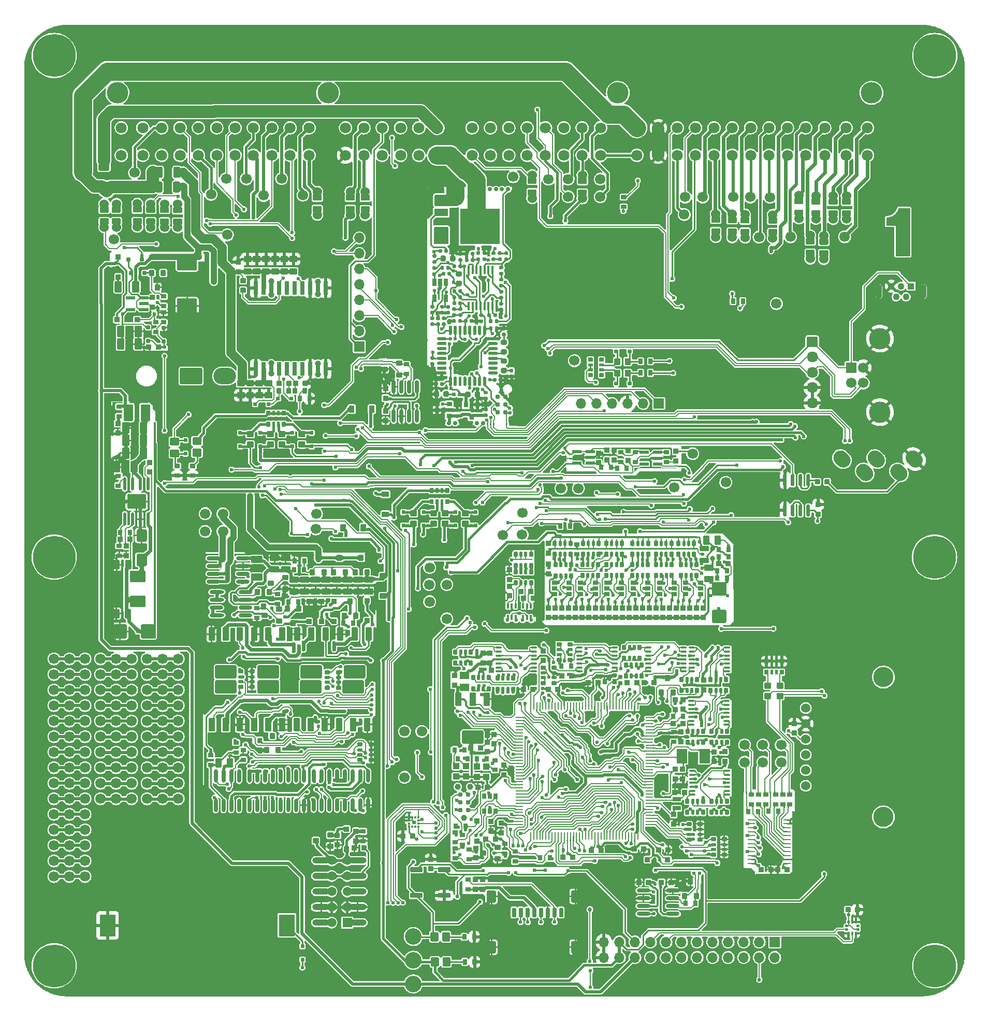
<source format=gtl>
G75*
G70*
%OFA0B0*%
%FSLAX25Y25*%
%IPPOS*%
%LPD*%
%AMOC8*
5,1,8,0,0,1.08239X$1,22.5*
%
%AMM147*
21,1,0.039370,0.049210,-0.000000,0.000000,180.000000*
21,1,0.031500,0.057090,-0.000000,0.000000,180.000000*
1,1,0.007870,-0.015750,0.024610*
1,1,0.007870,0.015750,0.024610*
1,1,0.007870,0.015750,-0.024610*
1,1,0.007870,-0.015750,-0.024610*
%
%AMM150*
21,1,0.027560,0.030710,-0.000000,0.000000,180.000000*
21,1,0.022050,0.036220,-0.000000,0.000000,180.000000*
1,1,0.005510,-0.011020,0.015350*
1,1,0.005510,0.011020,0.015350*
1,1,0.005510,0.011020,-0.015350*
1,1,0.005510,-0.011020,-0.015350*
%
%AMM154*
21,1,0.033470,0.026770,-0.000000,0.000000,0.000000*
21,1,0.026770,0.033470,-0.000000,0.000000,0.000000*
1,1,0.006690,0.013390,-0.013390*
1,1,0.006690,-0.013390,-0.013390*
1,1,0.006690,-0.013390,0.013390*
1,1,0.006690,0.013390,0.013390*
%
%AMM157*
21,1,0.027560,0.030710,-0.000000,0.000000,90.000000*
21,1,0.022050,0.036220,-0.000000,0.000000,90.000000*
1,1,0.005510,0.015350,0.011020*
1,1,0.005510,0.015350,-0.011020*
1,1,0.005510,-0.015350,-0.011020*
1,1,0.005510,-0.015350,0.011020*
%
%AMM159*
21,1,0.033470,0.026770,-0.000000,0.000000,270.000000*
21,1,0.026770,0.033470,-0.000000,0.000000,270.000000*
1,1,0.006690,-0.013390,-0.013390*
1,1,0.006690,-0.013390,0.013390*
1,1,0.006690,0.013390,0.013390*
1,1,0.006690,0.013390,-0.013390*
%
%AMM176*
21,1,0.035430,0.050000,-0.000000,-0.000000,90.000000*
21,1,0.028350,0.057090,-0.000000,-0.000000,90.000000*
1,1,0.007090,0.025000,0.014170*
1,1,0.007090,0.025000,-0.014170*
1,1,0.007090,-0.025000,-0.014170*
1,1,0.007090,-0.025000,0.014170*
%
%AMM177*
21,1,0.086610,0.073230,-0.000000,-0.000000,90.000000*
21,1,0.069290,0.090550,-0.000000,-0.000000,90.000000*
1,1,0.017320,0.036610,0.034650*
1,1,0.017320,0.036610,-0.034650*
1,1,0.017320,-0.036610,-0.034650*
1,1,0.017320,-0.036610,0.034650*
%
%AMM178*
21,1,0.027560,0.030710,-0.000000,-0.000000,270.000000*
21,1,0.022050,0.036220,-0.000000,-0.000000,270.000000*
1,1,0.005510,-0.015350,-0.011020*
1,1,0.005510,-0.015350,0.011020*
1,1,0.005510,0.015350,0.011020*
1,1,0.005510,0.015350,-0.011020*
%
%AMM179*
21,1,0.007870,0.503940,-0.000000,-0.000000,0.000000*
21,1,0.000000,0.511810,-0.000000,-0.000000,0.000000*
1,1,0.007870,-0.000000,-0.251970*
1,1,0.007870,-0.000000,-0.251970*
1,1,0.007870,-0.000000,0.251970*
1,1,0.007870,-0.000000,0.251970*
%
%AMM180*
21,1,0.025590,0.026380,-0.000000,-0.000000,180.000000*
21,1,0.020470,0.031500,-0.000000,-0.000000,180.000000*
1,1,0.005120,-0.010240,0.013190*
1,1,0.005120,0.010240,0.013190*
1,1,0.005120,0.010240,-0.013190*
1,1,0.005120,-0.010240,-0.013190*
%
%AMM181*
21,1,0.023620,0.030710,-0.000000,-0.000000,270.000000*
21,1,0.018900,0.035430,-0.000000,-0.000000,270.000000*
1,1,0.004720,-0.015350,-0.009450*
1,1,0.004720,-0.015350,0.009450*
1,1,0.004720,0.015350,0.009450*
1,1,0.004720,0.015350,-0.009450*
%
%AMM182*
21,1,0.033470,0.026770,-0.000000,-0.000000,90.000000*
21,1,0.026770,0.033470,-0.000000,-0.000000,90.000000*
1,1,0.006690,0.013390,0.013390*
1,1,0.006690,0.013390,-0.013390*
1,1,0.006690,-0.013390,-0.013390*
1,1,0.006690,-0.013390,0.013390*
%
%AMM183*
21,1,0.017720,0.027950,-0.000000,-0.000000,180.000000*
21,1,0.014170,0.031500,-0.000000,-0.000000,180.000000*
1,1,0.003540,-0.007090,0.013980*
1,1,0.003540,0.007090,0.013980*
1,1,0.003540,0.007090,-0.013980*
1,1,0.003540,-0.007090,-0.013980*
%
%AMM184*
21,1,0.039370,0.049210,-0.000000,-0.000000,270.000000*
21,1,0.031500,0.057090,-0.000000,-0.000000,270.000000*
1,1,0.007870,-0.024610,-0.015750*
1,1,0.007870,-0.024610,0.015750*
1,1,0.007870,0.024610,0.015750*
1,1,0.007870,0.024610,-0.015750*
%
%AMM185*
21,1,0.027560,0.030710,-0.000000,-0.000000,180.000000*
21,1,0.022050,0.036220,-0.000000,-0.000000,180.000000*
1,1,0.005510,-0.011020,0.015350*
1,1,0.005510,0.011020,0.015350*
1,1,0.005510,0.011020,-0.015350*
1,1,0.005510,-0.011020,-0.015350*
%
%AMM186*
21,1,0.039370,0.049210,-0.000000,-0.000000,0.000000*
21,1,0.031500,0.057090,-0.000000,-0.000000,0.000000*
1,1,0.007870,0.015750,-0.024610*
1,1,0.007870,-0.015750,-0.024610*
1,1,0.007870,-0.015750,0.024610*
1,1,0.007870,0.015750,0.024610*
%
%AMM187*
21,1,0.007870,0.041340,-0.000000,-0.000000,180.000000*
21,1,0.000000,0.049210,-0.000000,-0.000000,180.000000*
1,1,0.007870,-0.000000,0.020670*
1,1,0.007870,-0.000000,0.020670*
1,1,0.007870,-0.000000,-0.020670*
1,1,0.007870,-0.000000,-0.020670*
%
%AMM188*
21,1,0.033470,0.026770,-0.000000,-0.000000,0.000000*
21,1,0.026770,0.033470,-0.000000,-0.000000,0.000000*
1,1,0.006690,0.013390,-0.013390*
1,1,0.006690,-0.013390,-0.013390*
1,1,0.006690,-0.013390,0.013390*
1,1,0.006690,0.013390,0.013390*
%
%AMM189*
21,1,0.009840,0.919290,-0.000000,-0.000000,90.000000*
21,1,0.000000,0.929130,-0.000000,-0.000000,90.000000*
1,1,0.009840,0.459650,-0.000000*
1,1,0.009840,0.459650,-0.000000*
1,1,0.009840,-0.459650,-0.000000*
1,1,0.009840,-0.459650,-0.000000*
%
%AMM206*
21,1,0.033470,0.026770,-0.000000,-0.000000,180.000000*
21,1,0.026770,0.033470,-0.000000,-0.000000,180.000000*
1,1,0.006690,-0.013390,0.013390*
1,1,0.006690,0.013390,0.013390*
1,1,0.006690,0.013390,-0.013390*
1,1,0.006690,-0.013390,-0.013390*
%
%AMM207*
21,1,0.027560,0.030710,-0.000000,-0.000000,90.000000*
21,1,0.022050,0.036220,-0.000000,-0.000000,90.000000*
1,1,0.005510,0.015350,0.011020*
1,1,0.005510,0.015350,-0.011020*
1,1,0.005510,-0.015350,-0.011020*
1,1,0.005510,-0.015350,0.011020*
%
%AMM208*
21,1,0.015750,0.009840,-0.000000,-0.000000,225.000000*
1,1,0.009840,0.005570,0.005570*
1,1,0.009840,-0.005570,-0.005570*
%
%AMM216*
21,1,0.027560,0.030710,-0.000000,0.000000,270.000000*
21,1,0.022050,0.036220,-0.000000,0.000000,270.000000*
1,1,0.005510,-0.015350,-0.011020*
1,1,0.005510,-0.015350,0.011020*
1,1,0.005510,0.015350,0.011020*
1,1,0.005510,0.015350,-0.011020*
%
%AMM257*
21,1,0.007870,0.029130,-0.000000,-0.000000,45.000000*
21,1,0.000000,0.037010,-0.000000,-0.000000,45.000000*
1,1,0.007870,0.010300,-0.010300*
1,1,0.007870,0.010300,-0.010300*
1,1,0.007870,-0.010300,0.010300*
1,1,0.007870,-0.010300,0.010300*
%
%AMM258*
21,1,0.007870,0.014960,-0.000000,-0.000000,315.000000*
21,1,0.000000,0.022840,-0.000000,-0.000000,315.000000*
1,1,0.007870,-0.005290,-0.005290*
1,1,0.007870,-0.005290,-0.005290*
1,1,0.007870,0.005290,0.005290*
1,1,0.007870,0.005290,0.005290*
%
%AMM259*
21,1,0.027560,0.030710,-0.000000,-0.000000,0.000000*
21,1,0.022050,0.036220,-0.000000,-0.000000,0.000000*
1,1,0.005510,0.011020,-0.015350*
1,1,0.005510,-0.011020,-0.015350*
1,1,0.005510,-0.011020,0.015350*
1,1,0.005510,0.011020,0.015350*
%
%AMM260*
21,1,0.007870,0.055120,-0.000000,-0.000000,90.000000*
21,1,0.000000,0.062990,-0.000000,-0.000000,90.000000*
1,1,0.007870,0.027560,-0.000000*
1,1,0.007870,0.027560,-0.000000*
1,1,0.007870,-0.027560,-0.000000*
1,1,0.007870,-0.027560,-0.000000*
%
%AMM261*
21,1,0.007870,0.023620,-0.000000,-0.000000,135.000000*
21,1,0.000000,0.031500,-0.000000,-0.000000,135.000000*
1,1,0.007870,0.008350,0.008350*
1,1,0.007870,0.008350,0.008350*
1,1,0.007870,-0.008350,-0.008350*
1,1,0.007870,-0.008350,-0.008350*
%
%AMM262*
21,1,0.035830,0.026770,-0.000000,-0.000000,90.000000*
21,1,0.029130,0.033470,-0.000000,-0.000000,90.000000*
1,1,0.006690,0.013390,0.014570*
1,1,0.006690,0.013390,-0.014570*
1,1,0.006690,-0.013390,-0.014570*
1,1,0.006690,-0.013390,0.014570*
%
%AMM263*
21,1,0.035430,0.030320,-0.000000,-0.000000,0.000000*
21,1,0.028350,0.037400,-0.000000,-0.000000,0.000000*
1,1,0.007090,0.014170,-0.015160*
1,1,0.007090,-0.014170,-0.015160*
1,1,0.007090,-0.014170,0.015160*
1,1,0.007090,0.014170,0.015160*
%
%AMM264*
21,1,0.023620,0.030710,-0.000000,-0.000000,0.000000*
21,1,0.018900,0.035430,-0.000000,-0.000000,0.000000*
1,1,0.004720,0.009450,-0.015350*
1,1,0.004720,-0.009450,-0.015350*
1,1,0.004720,-0.009450,0.015350*
1,1,0.004720,0.009450,0.015350*
%
%AMM265*
21,1,0.035430,0.030320,-0.000000,-0.000000,90.000000*
21,1,0.028350,0.037400,-0.000000,-0.000000,90.000000*
1,1,0.007090,0.015160,0.014170*
1,1,0.007090,0.015160,-0.014170*
1,1,0.007090,-0.015160,-0.014170*
1,1,0.007090,-0.015160,0.014170*
%
%AMM266*
21,1,0.007870,0.039370,-0.000000,-0.000000,225.000000*
21,1,0.000000,0.047240,-0.000000,-0.000000,225.000000*
1,1,0.007870,-0.013920,0.013920*
1,1,0.007870,-0.013920,0.013920*
1,1,0.007870,0.013920,-0.013920*
1,1,0.007870,0.013920,-0.013920*
%
%AMM267*
21,1,0.007870,1.704720,-0.000000,-0.000000,90.000000*
21,1,0.000000,1.712600,-0.000000,-0.000000,90.000000*
1,1,0.007870,0.852360,-0.000000*
1,1,0.007870,0.852360,-0.000000*
1,1,0.007870,-0.852360,-0.000000*
1,1,0.007870,-0.852360,-0.000000*
%
%AMM268*
21,1,0.039370,0.035430,-0.000000,-0.000000,90.000000*
21,1,0.031500,0.043310,-0.000000,-0.000000,90.000000*
1,1,0.007870,0.017720,0.015750*
1,1,0.007870,0.017720,-0.015750*
1,1,0.007870,-0.017720,-0.015750*
1,1,0.007870,-0.017720,0.015750*
%
%AMM269*
21,1,0.043310,0.075990,-0.000000,-0.000000,180.000000*
21,1,0.034650,0.084650,-0.000000,-0.000000,180.000000*
1,1,0.008660,-0.017320,0.037990*
1,1,0.008660,0.017320,0.037990*
1,1,0.008660,0.017320,-0.037990*
1,1,0.008660,-0.017320,-0.037990*
%
%AMM270*
21,1,0.007870,1.405510,-0.000000,-0.000000,0.000000*
21,1,0.000000,1.413390,-0.000000,-0.000000,0.000000*
1,1,0.007870,-0.000000,-0.702760*
1,1,0.007870,-0.000000,-0.702760*
1,1,0.007870,-0.000000,0.702760*
1,1,0.007870,-0.000000,0.702760*
%
%AMM271*
21,1,0.027560,0.018900,-0.000000,-0.000000,0.000000*
21,1,0.022840,0.023620,-0.000000,-0.000000,0.000000*
1,1,0.004720,0.011420,-0.009450*
1,1,0.004720,-0.011420,-0.009450*
1,1,0.004720,-0.011420,0.009450*
1,1,0.004720,0.011420,0.009450*
%
%AMM272*
21,1,0.043310,0.075980,-0.000000,-0.000000,180.000000*
21,1,0.034650,0.084650,-0.000000,-0.000000,180.000000*
1,1,0.008660,-0.017320,0.037990*
1,1,0.008660,0.017320,0.037990*
1,1,0.008660,0.017320,-0.037990*
1,1,0.008660,-0.017320,-0.037990*
%
%AMM273*
21,1,0.137800,0.067720,-0.000000,-0.000000,180.000000*
21,1,0.120870,0.084650,-0.000000,-0.000000,180.000000*
1,1,0.016930,-0.060430,0.033860*
1,1,0.016930,0.060430,0.033860*
1,1,0.016930,0.060430,-0.033860*
1,1,0.016930,-0.060430,-0.033860*
%
%AMM274*
21,1,0.035830,0.026770,-0.000000,-0.000000,0.000000*
21,1,0.029130,0.033470,-0.000000,-0.000000,0.000000*
1,1,0.006690,0.014570,-0.013390*
1,1,0.006690,-0.014570,-0.013390*
1,1,0.006690,-0.014570,0.013390*
1,1,0.006690,0.014570,0.013390*
%
%AMM275*
21,1,0.027560,0.049610,-0.000000,-0.000000,90.000000*
21,1,0.022050,0.055120,-0.000000,-0.000000,90.000000*
1,1,0.005510,0.024800,0.011020*
1,1,0.005510,0.024800,-0.011020*
1,1,0.005510,-0.024800,-0.011020*
1,1,0.005510,-0.024800,0.011020*
%
%AMM276*
21,1,0.017720,0.027950,-0.000000,-0.000000,90.000000*
21,1,0.014170,0.031500,-0.000000,-0.000000,90.000000*
1,1,0.003540,0.013980,0.007090*
1,1,0.003540,0.013980,-0.007090*
1,1,0.003540,-0.013980,-0.007090*
1,1,0.003540,-0.013980,0.007090*
%
%AMM277*
21,1,0.025590,0.026380,-0.000000,-0.000000,90.000000*
21,1,0.020470,0.031500,-0.000000,-0.000000,90.000000*
1,1,0.005120,0.013190,0.010240*
1,1,0.005120,0.013190,-0.010240*
1,1,0.005120,-0.013190,-0.010240*
1,1,0.005120,-0.013190,0.010240*
%
%AMM278*
21,1,0.009840,0.017720,-0.000000,-0.000000,0.000000*
21,1,0.000000,0.027560,-0.000000,-0.000000,0.000000*
1,1,0.009840,-0.000000,-0.008860*
1,1,0.009840,-0.000000,-0.008860*
1,1,0.009840,-0.000000,0.008860*
1,1,0.009840,-0.000000,0.008860*
%
%AMM279*
21,1,0.007870,1.416930,-0.000000,-0.000000,0.000000*
21,1,0.000000,1.424800,-0.000000,-0.000000,0.000000*
1,1,0.007870,-0.000000,-0.708470*
1,1,0.007870,-0.000000,-0.708470*
1,1,0.007870,-0.000000,0.708470*
1,1,0.007870,-0.000000,0.708470*
%
%AMM280*
21,1,0.007870,1.787400,-0.000000,-0.000000,90.000000*
21,1,0.000000,1.795280,-0.000000,-0.000000,90.000000*
1,1,0.007870,0.893700,-0.000000*
1,1,0.007870,0.893700,-0.000000*
1,1,0.007870,-0.893700,-0.000000*
1,1,0.007870,-0.893700,-0.000000*
%
%AMM281*
21,1,0.007870,0.013780,-0.000000,-0.000000,225.000000*
21,1,0.000000,0.021650,-0.000000,-0.000000,225.000000*
1,1,0.007870,-0.004870,0.004870*
1,1,0.007870,-0.004870,0.004870*
1,1,0.007870,0.004870,-0.004870*
1,1,0.007870,0.004870,-0.004870*
%
%AMM298*
21,1,0.035430,0.030320,-0.000000,0.000000,90.000000*
21,1,0.028350,0.037400,-0.000000,0.000000,90.000000*
1,1,0.007090,0.015160,0.014170*
1,1,0.007090,0.015160,-0.014170*
1,1,0.007090,-0.015160,-0.014170*
1,1,0.007090,-0.015160,0.014170*
%
%AMM299*
21,1,0.070870,0.036220,-0.000000,0.000000,90.000000*
21,1,0.061810,0.045280,-0.000000,0.000000,90.000000*
1,1,0.009060,0.018110,0.030910*
1,1,0.009060,0.018110,-0.030910*
1,1,0.009060,-0.018110,-0.030910*
1,1,0.009060,-0.018110,0.030910*
%
%AMM302*
21,1,0.035830,0.026770,-0.000000,0.000000,180.000000*
21,1,0.029130,0.033470,-0.000000,0.000000,180.000000*
1,1,0.006690,-0.014570,0.013390*
1,1,0.006690,0.014570,0.013390*
1,1,0.006690,0.014570,-0.013390*
1,1,0.006690,-0.014570,-0.013390*
%
%AMM305*
21,1,0.025590,0.026380,-0.000000,0.000000,180.000000*
21,1,0.020470,0.031500,-0.000000,0.000000,180.000000*
1,1,0.005120,-0.010240,0.013190*
1,1,0.005120,0.010240,0.013190*
1,1,0.005120,0.010240,-0.013190*
1,1,0.005120,-0.010240,-0.013190*
%
%AMM307*
21,1,0.017720,0.027950,-0.000000,0.000000,180.000000*
21,1,0.014170,0.031500,-0.000000,0.000000,180.000000*
1,1,0.003540,-0.007090,0.013980*
1,1,0.003540,0.007090,0.013980*
1,1,0.003540,0.007090,-0.013980*
1,1,0.003540,-0.007090,-0.013980*
%
%AMM31*
21,1,0.027560,0.030710,0.000000,0.000000,270.000000*
21,1,0.022050,0.036220,0.000000,0.000000,270.000000*
1,1,0.005510,-0.015350,-0.011020*
1,1,0.005510,-0.015350,0.011020*
1,1,0.005510,0.015350,0.011020*
1,1,0.005510,0.015350,-0.011020*
%
%AMM318*
21,1,0.035430,0.030320,-0.000000,-0.000000,180.000000*
21,1,0.028350,0.037400,-0.000000,-0.000000,180.000000*
1,1,0.007090,-0.014170,0.015160*
1,1,0.007090,0.014170,0.015160*
1,1,0.007090,0.014170,-0.015160*
1,1,0.007090,-0.014170,-0.015160*
%
%AMM319*
21,1,0.003940,0.007870,-0.000000,-0.000000,315.000000*
1,1,0.007870,-0.001390,0.001390*
1,1,0.007870,0.001390,-0.001390*
%
%AMM320*
21,1,0.087800,0.007870,-0.000000,-0.000000,225.000000*
1,1,0.007870,0.031040,0.031040*
1,1,0.007870,-0.031040,-0.031040*
%
%AMM321*
21,1,0.035830,0.026770,-0.000000,-0.000000,270.000000*
21,1,0.029130,0.033470,-0.000000,-0.000000,270.000000*
1,1,0.006690,-0.013390,-0.014570*
1,1,0.006690,-0.013390,0.014570*
1,1,0.006690,0.013390,0.014570*
1,1,0.006690,0.013390,-0.014570*
%
%AMM322*
21,1,0.043310,0.075990,-0.000000,-0.000000,0.000000*
21,1,0.034650,0.084650,-0.000000,-0.000000,0.000000*
1,1,0.008660,0.017320,-0.037990*
1,1,0.008660,-0.017320,-0.037990*
1,1,0.008660,-0.017320,0.037990*
1,1,0.008660,0.017320,0.037990*
%
%AMM323*
21,1,0.043310,0.075980,-0.000000,-0.000000,0.000000*
21,1,0.034650,0.084650,-0.000000,-0.000000,0.000000*
1,1,0.008660,0.017320,-0.037990*
1,1,0.008660,-0.017320,-0.037990*
1,1,0.008660,-0.017320,0.037990*
1,1,0.008660,0.017320,0.037990*
%
%AMM324*
21,1,0.025590,0.026380,-0.000000,-0.000000,270.000000*
21,1,0.020470,0.031500,-0.000000,-0.000000,270.000000*
1,1,0.005120,-0.013190,-0.010240*
1,1,0.005120,-0.013190,0.010240*
1,1,0.005120,0.013190,0.010240*
1,1,0.005120,0.013190,-0.010240*
%
%AMM325*
21,1,0.137800,0.067720,-0.000000,-0.000000,0.000000*
21,1,0.120870,0.084650,-0.000000,-0.000000,0.000000*
1,1,0.016930,0.060430,-0.033860*
1,1,0.016930,-0.060430,-0.033860*
1,1,0.016930,-0.060430,0.033860*
1,1,0.016930,0.060430,0.033860*
%
%AMM326*
21,1,0.017720,0.027950,-0.000000,-0.000000,270.000000*
21,1,0.014170,0.031500,-0.000000,-0.000000,270.000000*
1,1,0.003540,-0.013980,-0.007090*
1,1,0.003540,-0.013980,0.007090*
1,1,0.003540,0.013980,0.007090*
1,1,0.003540,0.013980,-0.007090*
%
%AMM327*
21,1,0.070870,0.036220,-0.000000,-0.000000,180.000000*
21,1,0.061810,0.045280,-0.000000,-0.000000,180.000000*
1,1,0.009060,-0.030910,0.018110*
1,1,0.009060,0.030910,0.018110*
1,1,0.009060,0.030910,-0.018110*
1,1,0.009060,-0.030910,-0.018110*
%
%AMM328*
21,1,0.031500,0.007870,-0.000000,-0.000000,135.000000*
1,1,0.007870,0.011140,-0.011140*
1,1,0.007870,-0.011140,0.011140*
%
%AMM337*
21,1,0.012600,0.028980,-0.000000,0.000000,0.000000*
21,1,0.010080,0.031500,-0.000000,0.000000,0.000000*
1,1,0.002520,0.005040,-0.014490*
1,1,0.002520,-0.005040,-0.014490*
1,1,0.002520,-0.005040,0.014490*
1,1,0.002520,0.005040,0.014490*
%
%AMM339*
21,1,0.007870,0.078350,-0.000000,0.000000,225.000000*
21,1,0.000000,0.086220,-0.000000,0.000000,225.000000*
1,1,0.007870,-0.027700,0.027700*
1,1,0.007870,-0.027700,0.027700*
1,1,0.007870,0.027700,-0.027700*
1,1,0.007870,0.027700,-0.027700*
%
%AMM340*
21,1,0.007870,0.643700,-0.000000,0.000000,0.000000*
21,1,0.000000,0.651580,-0.000000,0.000000,0.000000*
1,1,0.007870,-0.000000,-0.321850*
1,1,0.007870,-0.000000,-0.321850*
1,1,0.007870,-0.000000,0.321850*
1,1,0.007870,-0.000000,0.321850*
%
%AMM341*
21,1,0.007870,0.287010,-0.000000,0.000000,270.000000*
21,1,0.000000,0.294880,-0.000000,0.000000,270.000000*
1,1,0.007870,-0.143500,0.000000*
1,1,0.007870,-0.143500,0.000000*
1,1,0.007870,0.143500,0.000000*
1,1,0.007870,0.143500,0.000000*
%
%AMM346*
21,1,0.007870,0.080320,-0.000000,0.000000,315.000000*
21,1,0.000000,0.088190,-0.000000,0.000000,315.000000*
1,1,0.007870,-0.028400,-0.028400*
1,1,0.007870,-0.028400,-0.028400*
1,1,0.007870,0.028400,0.028400*
1,1,0.007870,0.028400,0.028400*
%
%AMM347*
21,1,0.035830,0.026770,-0.000000,0.000000,90.000000*
21,1,0.029130,0.033470,-0.000000,0.000000,90.000000*
1,1,0.006690,0.013390,0.014570*
1,1,0.006690,0.013390,-0.014570*
1,1,0.006690,-0.013390,-0.014570*
1,1,0.006690,-0.013390,0.014570*
%
%AMM348*
21,1,0.007870,0.400390,-0.000000,0.000000,90.000000*
21,1,0.000000,0.408270,-0.000000,0.000000,90.000000*
1,1,0.007870,0.200200,0.000000*
1,1,0.007870,0.200200,0.000000*
1,1,0.007870,-0.200200,0.000000*
1,1,0.007870,-0.200200,0.000000*
%
%AMM349*
21,1,0.007870,0.640160,-0.000000,0.000000,0.000000*
21,1,0.000000,0.648030,-0.000000,0.000000,0.000000*
1,1,0.007870,-0.000000,-0.320080*
1,1,0.007870,-0.000000,-0.320080*
1,1,0.007870,-0.000000,0.320080*
1,1,0.007870,-0.000000,0.320080*
%
%AMM351*
21,1,0.035430,0.030320,0.000000,-0.000000,90.000000*
21,1,0.028350,0.037400,0.000000,-0.000000,90.000000*
1,1,0.007090,0.015160,0.014170*
1,1,0.007090,0.015160,-0.014170*
1,1,0.007090,-0.015160,-0.014170*
1,1,0.007090,-0.015160,0.014170*
%
%AMM352*
21,1,0.033470,0.026770,0.000000,-0.000000,270.000000*
21,1,0.026770,0.033470,0.000000,-0.000000,270.000000*
1,1,0.006690,-0.013390,-0.013390*
1,1,0.006690,-0.013390,0.013390*
1,1,0.006690,0.013390,0.013390*
1,1,0.006690,0.013390,-0.013390*
%
%AMM353*
21,1,0.027560,0.030710,0.000000,-0.000000,90.000000*
21,1,0.022050,0.036220,0.000000,-0.000000,90.000000*
1,1,0.005510,0.015350,0.011020*
1,1,0.005510,0.015350,-0.011020*
1,1,0.005510,-0.015350,-0.011020*
1,1,0.005510,-0.015350,0.011020*
%
%AMM359*
21,1,0.021650,0.052760,-0.000000,-0.000000,90.000000*
21,1,0.017320,0.057090,-0.000000,-0.000000,90.000000*
1,1,0.004330,0.026380,0.008660*
1,1,0.004330,0.026380,-0.008660*
1,1,0.004330,-0.026380,-0.008660*
1,1,0.004330,-0.026380,0.008660*
%
%AMM361*
21,1,0.035430,0.030320,-0.000000,0.000000,180.000000*
21,1,0.028350,0.037400,-0.000000,0.000000,180.000000*
1,1,0.007090,-0.014170,0.015160*
1,1,0.007090,0.014170,0.015160*
1,1,0.007090,0.014170,-0.015160*
1,1,0.007090,-0.014170,-0.015160*
%
%AMM362*
21,1,0.047240,0.015750,-0.000000,0.000000,225.000000*
1,1,0.015750,0.016700,0.016700*
1,1,0.015750,-0.016700,-0.016700*
%
%AMM363*
21,1,0.021650,0.052760,-0.000000,0.000000,90.000000*
21,1,0.017320,0.057090,-0.000000,0.000000,90.000000*
1,1,0.004330,0.026380,0.008660*
1,1,0.004330,0.026380,-0.008660*
1,1,0.004330,-0.026380,-0.008660*
1,1,0.004330,-0.026380,0.008660*
%
%AMM364*
21,1,0.023620,0.018900,-0.000000,0.000000,0.000000*
21,1,0.018900,0.023620,-0.000000,0.000000,0.000000*
1,1,0.004720,0.009450,-0.009450*
1,1,0.004720,-0.009450,-0.009450*
1,1,0.004720,-0.009450,0.009450*
1,1,0.004720,0.009450,0.009450*
%
%AMM365*
21,1,0.094490,0.111020,-0.000000,0.000000,270.000000*
21,1,0.075590,0.129920,-0.000000,0.000000,270.000000*
1,1,0.018900,-0.055510,-0.037800*
1,1,0.018900,-0.055510,0.037800*
1,1,0.018900,0.055510,0.037800*
1,1,0.018900,0.055510,-0.037800*
%
%AMM366*
21,1,0.023620,0.018900,-0.000000,0.000000,270.000000*
21,1,0.018900,0.023620,-0.000000,0.000000,270.000000*
1,1,0.004720,-0.009450,-0.009450*
1,1,0.004720,-0.009450,0.009450*
1,1,0.004720,0.009450,0.009450*
1,1,0.004720,0.009450,-0.009450*
%
%AMM367*
21,1,0.033470,0.026770,-0.000000,0.000000,180.000000*
21,1,0.026770,0.033470,-0.000000,0.000000,180.000000*
1,1,0.006690,-0.013390,0.013390*
1,1,0.006690,0.013390,0.013390*
1,1,0.006690,0.013390,-0.013390*
1,1,0.006690,-0.013390,-0.013390*
%
%AMM374*
21,1,0.106300,0.050390,-0.000000,0.000000,90.000000*
21,1,0.093700,0.062990,-0.000000,0.000000,90.000000*
1,1,0.012600,0.025200,0.046850*
1,1,0.012600,0.025200,-0.046850*
1,1,0.012600,-0.025200,-0.046850*
1,1,0.012600,-0.025200,0.046850*
%
%AMM375*
21,1,0.074800,0.083460,-0.000000,0.000000,270.000000*
21,1,0.059840,0.098430,-0.000000,0.000000,270.000000*
1,1,0.014960,-0.041730,-0.029920*
1,1,0.014960,-0.041730,0.029920*
1,1,0.014960,0.041730,0.029920*
1,1,0.014960,0.041730,-0.029920*
%
%AMM376*
21,1,0.078740,0.053540,-0.000000,0.000000,270.000000*
21,1,0.065350,0.066930,-0.000000,0.000000,270.000000*
1,1,0.013390,-0.026770,-0.032680*
1,1,0.013390,-0.026770,0.032680*
1,1,0.013390,0.026770,0.032680*
1,1,0.013390,0.026770,-0.032680*
%
%AMM377*
21,1,0.122050,0.075590,-0.000000,0.000000,0.000000*
21,1,0.103150,0.094490,-0.000000,0.000000,0.000000*
1,1,0.018900,0.051580,-0.037800*
1,1,0.018900,-0.051580,-0.037800*
1,1,0.018900,-0.051580,0.037800*
1,1,0.018900,0.051580,0.037800*
%
%AMM378*
21,1,0.086610,0.073230,-0.000000,0.000000,180.000000*
21,1,0.069290,0.090550,-0.000000,0.000000,180.000000*
1,1,0.017320,-0.034650,0.036610*
1,1,0.017320,0.034650,0.036610*
1,1,0.017320,0.034650,-0.036610*
1,1,0.017320,-0.034650,-0.036610*
%
%AMM379*
21,1,0.070870,0.036220,-0.000000,0.000000,270.000000*
21,1,0.061810,0.045280,-0.000000,0.000000,270.000000*
1,1,0.009060,-0.018110,-0.030910*
1,1,0.009060,-0.018110,0.030910*
1,1,0.009060,0.018110,0.030910*
1,1,0.009060,0.018110,-0.030910*
%
%AMM78*
21,1,0.078740,0.045670,0.000000,0.000000,270.000000*
21,1,0.067320,0.057090,0.000000,0.000000,270.000000*
1,1,0.011420,-0.022840,-0.033660*
1,1,0.011420,-0.022840,0.033660*
1,1,0.011420,0.022840,0.033660*
1,1,0.011420,0.022840,-0.033660*
%
%AMM79*
21,1,0.059060,0.020470,0.000000,0.000000,270.000000*
21,1,0.053940,0.025590,0.000000,0.000000,270.000000*
1,1,0.005120,-0.010240,-0.026970*
1,1,0.005120,-0.010240,0.026970*
1,1,0.005120,0.010240,0.026970*
1,1,0.005120,0.010240,-0.026970*
%
%AMM80*
21,1,0.033470,0.026770,0.000000,0.000000,90.000000*
21,1,0.026770,0.033470,0.000000,0.000000,90.000000*
1,1,0.006690,0.013390,0.013390*
1,1,0.006690,0.013390,-0.013390*
1,1,0.006690,-0.013390,-0.013390*
1,1,0.006690,-0.013390,0.013390*
%
%ADD10C,0.01969*%
%ADD100O,0.12205X0.00787*%
%ADD102O,0.00984X0.40157*%
%ADD11O,0.05118X0.00866*%
%ADD110R,0.03150X0.03543*%
%ADD112C,0.02400*%
%ADD114O,0.00866X0.05118*%
%ADD120O,0.01575X0.19685*%
%ADD121O,0.01575X0.38583*%
%ADD126C,0.02756*%
%ADD127O,0.04331X0.09449*%
%ADD129O,0.00787X0.16732*%
%ADD13O,0.01969X0.44882*%
%ADD131C,0.02362*%
%ADD133O,0.01575X0.35433*%
%ADD136C,0.13780*%
%ADD138R,0.01476X0.01378*%
%ADD139O,0.00787X0.22323*%
%ADD141C,0.03937*%
%ADD142O,0.01968X0.00984*%
%ADD149O,0.00787X0.01575*%
%ADD150M31*%
%ADD156R,0.45000X0.30000*%
%ADD16C,0.02000*%
%ADD160R,0.03543X0.03150*%
%ADD162O,0.14567X0.10630*%
%ADD163O,0.28346X0.01575*%
%ADD166R,0.10236X0.14173*%
%ADD167O,0.03150X0.02362*%
%ADD169O,0.00984X0.01968*%
%ADD172O,0.26772X0.00787*%
%ADD174C,0.04331*%
%ADD175O,0.01969X0.00984*%
%ADD176O,0.00787X0.16339*%
%ADD177O,0.00787X0.26772*%
%ADD179R,0.03150X0.08661*%
%ADD19O,0.43701X0.00787*%
%ADD192C,0.06693*%
%ADD193C,0.07874*%
%ADD194C,0.05906*%
%ADD195R,0.06693X0.06693*%
%ADD196C,0.05118*%
%ADD199C,0.00787*%
%ADD200O,0.56890X0.01968*%
%ADD202C,0.11811*%
%ADD207O,0.01969X0.50000*%
%ADD208O,0.36220X0.00787*%
%ADD212O,0.04724X0.01969*%
%ADD215O,0.03937X0.05906*%
%ADD218O,0.06693X0.00787*%
%ADD220O,0.01969X0.00787*%
%ADD221M78*%
%ADD232C,0.13000*%
%ADD235O,0.01969X0.11811*%
%ADD241R,0.08858X0.00984*%
%ADD247C,0.03150*%
%ADD249C,0.01000*%
%ADD25C,0.01181*%
%ADD250C,0.27559*%
%ADD251O,1.01181X0.00787*%
%ADD253R,0.04331X0.04331*%
%ADD261C,0.01968*%
%ADD262O,0.06693X0.06693*%
%ADD263C,0.10630*%
%ADD264R,0.11614X0.00984*%
%ADD265O,0.22835X0.00984*%
%ADD266O,0.04961X0.00984*%
%ADD267O,0.68504X0.01575*%
%ADD268R,0.06693X0.09449*%
%ADD272C,0.03100*%
%ADD273R,0.12205X0.00984*%
%ADD274C,0.01180*%
%ADD275O,0.34428X0.03937*%
%ADD276C,0.01575*%
%ADD277O,0.07283X0.06693*%
%ADD280O,0.04331X0.01181*%
%ADD284M80*%
%ADD290O,0.01969X0.03937*%
%ADD294O,0.22323X0.00787*%
%ADD299O,0.56890X0.01969*%
%ADD301O,0.01968X0.50000*%
%ADD303O,0.11811X0.01969*%
%ADD304O,0.00787X0.03740*%
%ADD309R,0.03740X0.00984*%
%ADD31C,0.02700*%
%ADD310O,0.02362X0.08661*%
%ADD313C,0.00800*%
%ADD314R,0.00984X1.54528*%
%ADD315O,0.00787X0.54331*%
%ADD318O,0.01575X1.39370*%
%ADD321O,0.00787X0.34744*%
%ADD324M79*%
%ADD325R,0.08000X0.20000*%
%ADD33R,0.05906X0.05906*%
%ADD334O,0.38583X0.01575*%
%ADD339O,0.00787X0.43701*%
%ADD34R,0.01968X0.01968*%
%ADD340C,0.00984*%
%ADD342O,0.01575X1.18110*%
%ADD349O,0.00984X0.40158*%
%ADD352C,0.07087*%
%ADD355C,0.00394*%
%ADD356C,0.03900*%
%ADD361M147*%
%ADD364M150*%
%ADD368M154*%
%ADD371M157*%
%ADD373M159*%
%ADD38O,0.01968X0.11811*%
%ADD390M176*%
%ADD391M177*%
%ADD392M178*%
%ADD393M179*%
%ADD394M180*%
%ADD395M181*%
%ADD396M182*%
%ADD397M183*%
%ADD398M184*%
%ADD399M185*%
%ADD400M186*%
%ADD401M187*%
%ADD402M188*%
%ADD403M189*%
%ADD424M206*%
%ADD425M207*%
%ADD426M208*%
%ADD43R,0.05906X0.05118*%
%ADD434M216*%
%ADD481M257*%
%ADD482M258*%
%ADD483M259*%
%ADD484M260*%
%ADD485M261*%
%ADD486M262*%
%ADD487M263*%
%ADD488M264*%
%ADD489M265*%
%ADD490M266*%
%ADD491M267*%
%ADD492M268*%
%ADD493M269*%
%ADD494M270*%
%ADD495M271*%
%ADD496M272*%
%ADD497M273*%
%ADD498M274*%
%ADD499M275*%
%ADD50O,0.00787X0.25591*%
%ADD500M276*%
%ADD501M277*%
%ADD502M278*%
%ADD503M279*%
%ADD504M280*%
%ADD505M281*%
%ADD52O,0.00787X1.01772*%
%ADD528M298*%
%ADD529M299*%
%ADD53O,0.21260X0.01575*%
%ADD540M302*%
%ADD543M305*%
%ADD545M307*%
%ADD557M318*%
%ADD558M319*%
%ADD559M320*%
%ADD560M321*%
%ADD561M322*%
%ADD562M323*%
%ADD563M324*%
%ADD564M325*%
%ADD565M326*%
%ADD566M327*%
%ADD567M328*%
%ADD57O,0.00787X0.56693*%
%ADD576M337*%
%ADD578M339*%
%ADD579M340*%
%ADD580M341*%
%ADD585O,0.11221X0.04016*%
%ADD586M346*%
%ADD587M347*%
%ADD588M348*%
%ADD589M349*%
%ADD592M351*%
%ADD593M352*%
%ADD594M353*%
%ADD60R,0.05709X0.00984*%
%ADD600M359*%
%ADD602M361*%
%ADD603M362*%
%ADD604M363*%
%ADD605M364*%
%ADD606M365*%
%ADD607M366*%
%ADD608M367*%
%ADD609O,0.01968X0.00787*%
%ADD610O,0.36221X0.00787*%
%ADD611O,0.34429X0.03937*%
%ADD619M374*%
%ADD62O,0.00984X0.01969*%
%ADD620M375*%
%ADD621O,0.01968X0.08661*%
%ADD622M376*%
%ADD623M377*%
%ADD624M378*%
%ADD625M379*%
%ADD626O,0.28347X0.01575*%
%ADD627O,0.11811X0.01968*%
%ADD635R,0.25197X0.22835*%
%ADD636R,0.08661X0.04724*%
%ADD637R,0.02559X0.04803*%
%ADD638R,0.01772X0.05709*%
%ADD65O,0.01968X0.03937*%
%ADD73R,0.01378X0.01476*%
%ADD76O,0.01968X0.44882*%
%ADD79C,0.06000*%
%ADD81O,0.13780X0.00787*%
%ADD84O,0.20079X0.00787*%
%ADD86O,0.00787X0.14173*%
%ADD88O,0.08661X0.02362*%
%ADD91O,0.03937X0.01968*%
%ADD94O,0.44587X0.00787*%
%ADD96O,0.04724X0.01968*%
X0000000Y0000000D02*
%LPD*%
G01*
D355*
X0570500Y0476823D02*
X0561445Y0476823D01*
X0561445Y0476823D02*
X0561445Y0496114D01*
X0561445Y0496114D02*
X0561406Y0496311D01*
X0561406Y0496311D02*
X0561248Y0496469D01*
X0561248Y0496469D02*
X0561051Y0496508D01*
X0561051Y0496508D02*
X0555539Y0496508D01*
X0555539Y0496508D02*
X0555539Y0501626D01*
X0555539Y0501626D02*
X0555933Y0501626D01*
X0555933Y0501626D02*
X0556642Y0501705D01*
X0556642Y0501705D02*
X0557469Y0501862D01*
X0557469Y0501862D02*
X0558295Y0502138D01*
X0558295Y0502138D02*
X0558807Y0502335D01*
X0558807Y0502335D02*
X0559516Y0502689D01*
X0559516Y0502689D02*
X0560185Y0503122D01*
X0560185Y0503122D02*
X0560894Y0503673D01*
X0560894Y0503673D02*
X0561642Y0504421D01*
X0561642Y0504421D02*
X0561996Y0504894D01*
X0561996Y0504894D02*
X0562429Y0505524D01*
X0562429Y0505524D02*
X0562862Y0506311D01*
X0562862Y0506311D02*
X0563177Y0507059D01*
X0563177Y0507059D02*
X0563335Y0507532D01*
X0563335Y0507532D02*
X0570500Y0507532D01*
X0570500Y0507532D02*
X0570500Y0476823D01*
G36*
X0570500Y0476823D02*
G01*
X0561445Y0476823D01*
X0561445Y0496114D01*
X0561406Y0496311D01*
X0561248Y0496469D01*
X0561051Y0496508D01*
X0555539Y0496508D01*
X0555539Y0501626D01*
X0555933Y0501626D01*
X0556642Y0501705D01*
X0557469Y0501862D01*
X0558295Y0502138D01*
X0558807Y0502335D01*
X0559516Y0502689D01*
X0560185Y0503122D01*
X0560894Y0503673D01*
X0561642Y0504421D01*
X0561996Y0504894D01*
X0562429Y0505524D01*
X0562862Y0506311D01*
X0563177Y0507059D01*
X0563335Y0507532D01*
X0570500Y0507532D01*
X0570500Y0476823D01*
G37*
X0570500Y0476823D02*
X0561445Y0476823D01*
X0561445Y0496114D01*
X0561406Y0496311D01*
X0561248Y0496469D01*
X0561051Y0496508D01*
X0555539Y0496508D01*
X0555539Y0501626D01*
X0555933Y0501626D01*
X0556642Y0501705D01*
X0557469Y0501862D01*
X0558295Y0502138D01*
X0558807Y0502335D01*
X0559516Y0502689D01*
X0560185Y0503122D01*
X0560894Y0503673D01*
X0561642Y0504421D01*
X0561996Y0504894D01*
X0562429Y0505524D01*
X0562862Y0506311D01*
X0563177Y0507059D01*
X0563335Y0507532D01*
X0570500Y0507532D01*
X0570500Y0476823D01*
D235*
X0354207Y0023012D03*
D207*
X0357160Y0052097D03*
D212*
X0355585Y0028032D03*
D267*
X0323695Y0076358D03*
D13*
X0299286Y0039793D03*
D299*
X0326727Y0017992D03*
D131*
X0297120Y0070059D03*
X0303321Y0050748D03*
X0353337Y0050784D03*
X0319955Y0048110D03*
X0324581Y0048110D03*
X0333144Y0048110D03*
X0341904Y0048110D03*
D175*
X0351423Y0343184D03*
X0351423Y0346629D03*
X0351423Y0349385D03*
X0421600Y0351156D03*
X0421600Y0341708D03*
G36*
G01*
X0191533Y0505041D02*
X0186612Y0505041D01*
G75*
G02*
X0186218Y0505434I0000000J0000394D01*
G01*
X0186218Y0508584D01*
G75*
G02*
X0186612Y0508978I0000394J0000000D01*
G01*
X0191533Y0508978D01*
G75*
G02*
X0191927Y0508584I0000000J-000394D01*
G01*
X0191927Y0505434D01*
G75*
G02*
X0191533Y0505041I-000394J0000000D01*
G01*
G37*
D79*
X0189073Y0503249D03*
X0189073Y0518249D03*
G36*
G01*
X0191533Y0512521D02*
X0186612Y0512521D01*
G75*
G02*
X0186218Y0512915I0000000J0000394D01*
G01*
X0186218Y0516064D01*
G75*
G02*
X0186612Y0516458I0000394J0000000D01*
G01*
X0191533Y0516458D01*
G75*
G02*
X0191927Y0516064I0000000J-000394D01*
G01*
X0191927Y0512915D01*
G75*
G02*
X0191533Y0512521I-000394J0000000D01*
G01*
G37*
D192*
X0245285Y0141379D03*
X0245285Y0170915D03*
X0130420Y0526497D03*
G36*
G01*
X0097283Y0343159D02*
X0100354Y0343159D01*
G75*
G02*
X0100630Y0342884I0000000J-000276D01*
G01*
X0100630Y0340679D01*
G75*
G02*
X0100354Y0340404I-000276J0000000D01*
G01*
X0097283Y0340404D01*
G75*
G02*
X0097008Y0340679I0000000J0000276D01*
G01*
X0097008Y0342884D01*
G75*
G02*
X0097283Y0343159I0000276J0000000D01*
G01*
G37*
G36*
G01*
X0097283Y0336860D02*
X0100354Y0336860D01*
G75*
G02*
X0100630Y0336585I0000000J-000276D01*
G01*
X0100630Y0334380D01*
G75*
G02*
X0100354Y0334104I-000276J0000000D01*
G01*
X0097283Y0334104D01*
G75*
G02*
X0097008Y0334380I0000000J0000276D01*
G01*
X0097008Y0336585D01*
G75*
G02*
X0097283Y0336860I0000276J0000000D01*
G01*
G37*
D195*
X0408865Y0381911D03*
D262*
X0398865Y0381911D03*
X0388865Y0381911D03*
X0378865Y0381911D03*
X0368865Y0381911D03*
X0358865Y0381911D03*
G36*
G01*
X0455420Y0446222D02*
X0455420Y0449293D01*
G75*
G02*
X0455696Y0449568I0000276J0000000D01*
G01*
X0457900Y0449568D01*
G75*
G02*
X0458176Y0449293I0000000J-000276D01*
G01*
X0458176Y0446222D01*
G75*
G02*
X0457900Y0445946I-000276J0000000D01*
G01*
X0455696Y0445946D01*
G75*
G02*
X0455420Y0446222I0000000J0000276D01*
G01*
G37*
G36*
G01*
X0461719Y0446222D02*
X0461719Y0449293D01*
G75*
G02*
X0461995Y0449568I0000276J0000000D01*
G01*
X0464200Y0449568D01*
G75*
G02*
X0464475Y0449293I0000000J-000276D01*
G01*
X0464475Y0446222D01*
G75*
G02*
X0464200Y0445946I-000276J0000000D01*
G01*
X0461995Y0445946D01*
G75*
G02*
X0461719Y0446222I0000000J0000276D01*
G01*
G37*
D192*
X0456700Y0514883D03*
D263*
X0250865Y0008410D03*
G36*
G01*
X0242507Y0102226D02*
X0242507Y0104903D01*
G75*
G02*
X0242841Y0105238I0000335J0000000D01*
G01*
X0245518Y0105238D01*
G75*
G02*
X0245853Y0104903I0000000J-000335D01*
G01*
X0245853Y0102226D01*
G75*
G02*
X0245518Y0101891I-000335J0000000D01*
G01*
X0242841Y0101891D01*
G75*
G02*
X0242507Y0102226I0000000J0000335D01*
G01*
G37*
G36*
G01*
X0248727Y0102226D02*
X0248727Y0104903D01*
G75*
G02*
X0249062Y0105238I0000335J0000000D01*
G01*
X0251739Y0105238D01*
G75*
G02*
X0252074Y0104903I0000000J-000335D01*
G01*
X0252074Y0102226D01*
G75*
G02*
X0251739Y0101891I-000335J0000000D01*
G01*
X0249062Y0101891D01*
G75*
G02*
X0248727Y0102226I0000000J0000335D01*
G01*
G37*
D192*
X0354633Y0409470D03*
X0079567Y0177549D03*
X0079567Y0187549D03*
X0079567Y0197549D03*
X0079567Y0207549D03*
X0079567Y0217549D03*
X0089567Y0177549D03*
X0089567Y0187549D03*
X0089567Y0197549D03*
X0089567Y0207549D03*
X0089567Y0217549D03*
X0099567Y0177549D03*
X0099567Y0187549D03*
X0099567Y0197549D03*
X0099567Y0207549D03*
X0099567Y0217549D03*
G36*
G01*
X0173333Y0388545D02*
X0173333Y0391616D01*
G75*
G02*
X0173609Y0391891I0000276J0000000D01*
G01*
X0175814Y0391891D01*
G75*
G02*
X0176089Y0391616I0000000J-000276D01*
G01*
X0176089Y0388545D01*
G75*
G02*
X0175814Y0388269I-000276J0000000D01*
G01*
X0173609Y0388269D01*
G75*
G02*
X0173333Y0388545I0000000J0000276D01*
G01*
G37*
G36*
G01*
X0179633Y0388545D02*
X0179633Y0391616D01*
G75*
G02*
X0179908Y0391891I0000276J0000000D01*
G01*
X0182113Y0391891D01*
G75*
G02*
X0182389Y0391616I0000000J-000276D01*
G01*
X0182389Y0388545D01*
G75*
G02*
X0182113Y0388269I-000276J0000000D01*
G01*
X0179908Y0388269D01*
G75*
G02*
X0179633Y0388545I0000000J0000276D01*
G01*
G37*
X0350597Y0526301D03*
D79*
X0219987Y0503151D03*
G36*
G01*
X0222448Y0504942D02*
X0217526Y0504942D01*
G75*
G02*
X0217133Y0505336I0000000J0000394D01*
G01*
X0217133Y0508486D01*
G75*
G02*
X0217526Y0508879I0000394J0000000D01*
G01*
X0222448Y0508879D01*
G75*
G02*
X0222841Y0508486I0000000J-000394D01*
G01*
X0222841Y0505336D01*
G75*
G02*
X0222448Y0504942I-000394J0000000D01*
G01*
G37*
G36*
G01*
X0222448Y0512423D02*
X0217526Y0512423D01*
G75*
G02*
X0217133Y0512816I0000000J0000394D01*
G01*
X0217133Y0515966D01*
G75*
G02*
X0217526Y0516360I0000394J0000000D01*
G01*
X0222448Y0516360D01*
G75*
G02*
X0222841Y0515966I0000000J-000394D01*
G01*
X0222841Y0512816D01*
G75*
G02*
X0222448Y0512423I-000394J0000000D01*
G01*
G37*
X0219987Y0518151D03*
D192*
X0116936Y0311045D03*
X0049567Y0127549D03*
X0049567Y0137549D03*
X0049567Y0147549D03*
X0049567Y0157549D03*
X0049567Y0167549D03*
X0059567Y0127549D03*
X0059567Y0137549D03*
X0059567Y0147549D03*
X0059567Y0157549D03*
X0059567Y0167549D03*
X0069567Y0127549D03*
X0069567Y0137549D03*
X0069567Y0147549D03*
X0069567Y0157549D03*
X0069567Y0167549D03*
X0467920Y0514785D03*
D218*
X0222998Y0285263D03*
D129*
X0225951Y0257172D03*
D94*
X0164140Y0285026D03*
D52*
X0116699Y0233058D03*
G36*
G01*
X0119217Y0117134D02*
X0119217Y0117134D01*
G75*
G02*
X0118660Y0117134I-000278J0000278D01*
G01*
X0116433Y0119361D01*
G75*
G02*
X0116433Y0119918I0000278J0000278D01*
G01*
X0116433Y0119918D01*
G75*
G02*
X0116990Y0119918I0000278J-000278D01*
G01*
X0119217Y0117690D01*
G75*
G02*
X0119217Y0117134I-000278J-000278D01*
G01*
G37*
D321*
X0225945Y0220312D03*
D86*
X0226542Y0278078D03*
D176*
X0116693Y0127503D03*
D57*
X0225945Y0151973D03*
G36*
G01*
X0226146Y0123957D02*
X0226146Y0123957D01*
G75*
G02*
X0226146Y0123401I-000278J-000278D01*
G01*
X0219938Y0117193D01*
G75*
G02*
X0219381Y0117193I-000278J0000278D01*
G01*
X0219381Y0117193D01*
G75*
G02*
X0219381Y0117749I0000278J0000278D01*
G01*
X0225589Y0123957D01*
G75*
G02*
X0226146Y0123957I0000278J-000278D01*
G01*
G37*
G36*
G01*
X0226405Y0285392D02*
X0226683Y0285114D01*
G75*
G02*
X0226683Y0284557I-000278J-000278D01*
G01*
X0226683Y0284557D01*
G75*
G02*
X0226127Y0284557I-000278J0000278D01*
G01*
X0225848Y0284835D01*
G75*
G02*
X0225848Y0285392I0000278J0000278D01*
G01*
X0225848Y0285392D01*
G75*
G02*
X0226405Y0285392I0000278J-000278D01*
G01*
G37*
D251*
X0169356Y0117408D03*
D215*
X0128185Y0282748D03*
X0133130Y0282748D03*
X0189724Y0282748D03*
D167*
X0225374Y0268983D03*
D192*
X0425892Y0514785D03*
G36*
G01*
X0267347Y0025001D02*
X0267347Y0020119D01*
G75*
G02*
X0266835Y0019608I-000512J0000000D01*
G01*
X0262740Y0019608D01*
G75*
G02*
X0262228Y0020119I0000000J0000512D01*
G01*
X0262228Y0025001D01*
G75*
G02*
X0262740Y0025513I0000512J0000000D01*
G01*
X0266835Y0025513D01*
G75*
G02*
X0267347Y0025001I0000000J-000512D01*
G01*
G37*
G36*
G01*
X0274827Y0025001D02*
X0274827Y0020119D01*
G75*
G02*
X0274315Y0019608I-000512J0000000D01*
G01*
X0270221Y0019608D01*
G75*
G02*
X0269709Y0020119I0000000J0000512D01*
G01*
X0269709Y0025001D01*
G75*
G02*
X0270221Y0025513I0000512J0000000D01*
G01*
X0274315Y0025513D01*
G75*
G02*
X0274827Y0025001I0000000J-000512D01*
G01*
G37*
G36*
G01*
X0448038Y0490769D02*
X0443117Y0490769D01*
G75*
G02*
X0442723Y0491163I0000000J0000394D01*
G01*
X0442723Y0494312D01*
G75*
G02*
X0443117Y0494706I0000394J0000000D01*
G01*
X0448038Y0494706D01*
G75*
G02*
X0448432Y0494312I0000000J-000394D01*
G01*
X0448432Y0491163D01*
G75*
G02*
X0448038Y0490769I-000394J0000000D01*
G01*
G37*
D79*
X0445577Y0488978D03*
X0445577Y0503978D03*
G36*
G01*
X0448038Y0498249D02*
X0443117Y0498249D01*
G75*
G02*
X0442723Y0498643I0000000J0000394D01*
G01*
X0442723Y0501793D01*
G75*
G02*
X0443117Y0502186I0000394J0000000D01*
G01*
X0448038Y0502186D01*
G75*
G02*
X0448432Y0501793I0000000J-000394D01*
G01*
X0448432Y0498643D01*
G75*
G02*
X0448038Y0498249I-000394J0000000D01*
G01*
G37*
G36*
G01*
X0245716Y0312977D02*
X0245716Y0311087D01*
G75*
G02*
X0245480Y0310851I-000236J0000000D01*
G01*
X0243590Y0310851D01*
G75*
G02*
X0243354Y0311087I0000000J0000236D01*
G01*
X0243354Y0312977D01*
G75*
G02*
X0243590Y0313213I0000236J0000000D01*
G01*
X0245480Y0313213D01*
G75*
G02*
X0245716Y0312977I0000000J-000236D01*
G01*
G37*
G36*
G01*
X0245716Y0304315D02*
X0245716Y0302426D01*
G75*
G02*
X0245480Y0302189I-000236J0000000D01*
G01*
X0243590Y0302189D01*
G75*
G02*
X0243354Y0302426I0000000J0000236D01*
G01*
X0243354Y0304315D01*
G75*
G02*
X0243590Y0304552I0000236J0000000D01*
G01*
X0245480Y0304552D01*
G75*
G02*
X0245716Y0304315I0000000J-000236D01*
G01*
G37*
G36*
G01*
X0136969Y0474515D02*
X0139646Y0474515D01*
G75*
G02*
X0139981Y0474180I0000000J-000335D01*
G01*
X0139981Y0471503D01*
G75*
G02*
X0139646Y0471168I-000335J0000000D01*
G01*
X0136969Y0471168D01*
G75*
G02*
X0136635Y0471503I0000000J0000335D01*
G01*
X0136635Y0474180D01*
G75*
G02*
X0136969Y0474515I0000335J0000000D01*
G01*
G37*
G36*
G01*
X0136969Y0468294D02*
X0139646Y0468294D01*
G75*
G02*
X0139981Y0467960I0000000J-000335D01*
G01*
X0139981Y0465283D01*
G75*
G02*
X0139646Y0464948I-000335J0000000D01*
G01*
X0136969Y0464948D01*
G75*
G02*
X0136635Y0465283I0000000J0000335D01*
G01*
X0136635Y0467960D01*
G75*
G02*
X0136969Y0468294I0000335J0000000D01*
G01*
G37*
G36*
G01*
X0260676Y0090336D02*
X0263353Y0090336D01*
G75*
G02*
X0263688Y0090001I0000000J-000335D01*
G01*
X0263688Y0087324D01*
G75*
G02*
X0263353Y0086990I-000335J0000000D01*
G01*
X0260676Y0086990D01*
G75*
G02*
X0260341Y0087324I0000000J0000335D01*
G01*
X0260341Y0090001D01*
G75*
G02*
X0260676Y0090336I0000335J0000000D01*
G01*
G37*
G36*
G01*
X0260676Y0084116D02*
X0263353Y0084116D01*
G75*
G02*
X0263688Y0083781I0000000J-000335D01*
G01*
X0263688Y0081104D01*
G75*
G02*
X0263353Y0080769I-000335J0000000D01*
G01*
X0260676Y0080769D01*
G75*
G02*
X0260341Y0081104I0000000J0000335D01*
G01*
X0260341Y0083781D01*
G75*
G02*
X0260676Y0084116I0000335J0000000D01*
G01*
G37*
D192*
X0528550Y0489194D03*
G36*
G01*
X0249140Y0083486D02*
X0256385Y0083486D01*
G75*
G02*
X0256700Y0083171I0000000J-000315D01*
G01*
X0256700Y0080651D01*
G75*
G02*
X0256385Y0080336I-000315J0000000D01*
G01*
X0249140Y0080336D01*
G75*
G02*
X0248826Y0080651I0000000J0000315D01*
G01*
X0248826Y0083171D01*
G75*
G02*
X0249140Y0083486I0000315J0000000D01*
G01*
G37*
G36*
G01*
X0249140Y0066950D02*
X0256385Y0066950D01*
G75*
G02*
X0256700Y0066635I0000000J-000315D01*
G01*
X0256700Y0064116D01*
G75*
G02*
X0256385Y0063801I-000315J0000000D01*
G01*
X0249140Y0063801D01*
G75*
G02*
X0248826Y0064116I0000000J0000315D01*
G01*
X0248826Y0066635D01*
G75*
G02*
X0249140Y0066950I0000315J0000000D01*
G01*
G37*
G36*
G01*
X0282724Y0313213D02*
X0286267Y0313213D01*
G75*
G02*
X0286661Y0312819I0000000J-000394D01*
G01*
X0286661Y0309670D01*
G75*
G02*
X0286267Y0309276I-000394J0000000D01*
G01*
X0282724Y0309276D01*
G75*
G02*
X0282330Y0309670I0000000J0000394D01*
G01*
X0282330Y0312819D01*
G75*
G02*
X0282724Y0313213I0000394J0000000D01*
G01*
G37*
G36*
G01*
X0282724Y0306520D02*
X0286267Y0306520D01*
G75*
G02*
X0286661Y0306126I0000000J-000394D01*
G01*
X0286661Y0302977D01*
G75*
G02*
X0286267Y0302583I-000394J0000000D01*
G01*
X0282724Y0302583D01*
G75*
G02*
X0282330Y0302977I0000000J0000394D01*
G01*
X0282330Y0306126D01*
G75*
G02*
X0282724Y0306520I0000394J0000000D01*
G01*
G37*
X0154633Y0515769D03*
G36*
G01*
X0518924Y0332856D02*
X0518924Y0330179D01*
G75*
G02*
X0518589Y0329844I-000335J0000000D01*
G01*
X0515912Y0329844D01*
G75*
G02*
X0515577Y0330179I0000000J0000335D01*
G01*
X0515577Y0332856D01*
G75*
G02*
X0515912Y0333190I0000335J0000000D01*
G01*
X0518589Y0333190D01*
G75*
G02*
X0518924Y0332856I0000000J-000335D01*
G01*
G37*
G36*
G01*
X0512703Y0332856D02*
X0512703Y0330179D01*
G75*
G02*
X0512369Y0329844I-000335J0000000D01*
G01*
X0509692Y0329844D01*
G75*
G02*
X0509357Y0330179I0000000J0000335D01*
G01*
X0509357Y0332856D01*
G75*
G02*
X0509692Y0333190I0000335J0000000D01*
G01*
X0512369Y0333190D01*
G75*
G02*
X0512703Y0332856I0000000J-000335D01*
G01*
G37*
G36*
G01*
X0458668Y0490572D02*
X0453747Y0490572D01*
G75*
G02*
X0453353Y0490966I0000000J0000394D01*
G01*
X0453353Y0494116D01*
G75*
G02*
X0453747Y0494509I0000394J0000000D01*
G01*
X0458668Y0494509D01*
G75*
G02*
X0459062Y0494116I0000000J-000394D01*
G01*
X0459062Y0490966D01*
G75*
G02*
X0458668Y0490572I-000394J0000000D01*
G01*
G37*
D79*
X0456207Y0488781D03*
G36*
G01*
X0458668Y0498053D02*
X0453747Y0498053D01*
G75*
G02*
X0453353Y0498446I0000000J0000394D01*
G01*
X0453353Y0501596D01*
G75*
G02*
X0453747Y0501990I0000394J0000000D01*
G01*
X0458668Y0501990D01*
G75*
G02*
X0459062Y0501596I0000000J-000394D01*
G01*
X0459062Y0498446D01*
G75*
G02*
X0458668Y0498053I-000394J0000000D01*
G01*
G37*
X0456207Y0503781D03*
G36*
G01*
X0220459Y0303997D02*
X0220459Y0299982D01*
G75*
G02*
X0220105Y0299627I-000354J0000000D01*
G01*
X0217270Y0299627D01*
G75*
G02*
X0216916Y0299982I0000000J0000354D01*
G01*
X0216916Y0303997D01*
G75*
G02*
X0217270Y0304352I0000354J0000000D01*
G01*
X0220105Y0304352D01*
G75*
G02*
X0220459Y0303997I0000000J-000354D01*
G01*
G37*
G36*
G01*
X0207467Y0303997D02*
X0207467Y0299982D01*
G75*
G02*
X0207113Y0299627I-000354J0000000D01*
G01*
X0204278Y0299627D01*
G75*
G02*
X0203924Y0299982I0000000J0000354D01*
G01*
X0203924Y0303997D01*
G75*
G02*
X0204278Y0304352I0000354J0000000D01*
G01*
X0207113Y0304352D01*
G75*
G02*
X0207467Y0303997I0000000J-000354D01*
G01*
G37*
G36*
G01*
X0292124Y0312971D02*
X0292124Y0311081D01*
G75*
G02*
X0291887Y0310845I-000236J0000000D01*
G01*
X0289998Y0310845D01*
G75*
G02*
X0289761Y0311081I0000000J0000236D01*
G01*
X0289761Y0312971D01*
G75*
G02*
X0289998Y0313207I0000236J0000000D01*
G01*
X0291887Y0313207D01*
G75*
G02*
X0292124Y0312971I0000000J-000236D01*
G01*
G37*
G36*
G01*
X0292124Y0304309D02*
X0292124Y0302420D01*
G75*
G02*
X0291887Y0302183I-000236J0000000D01*
G01*
X0289998Y0302183D01*
G75*
G02*
X0289761Y0302420I0000000J0000236D01*
G01*
X0289761Y0304309D01*
G75*
G02*
X0289998Y0304546I0000236J0000000D01*
G01*
X0291887Y0304546D01*
G75*
G02*
X0292124Y0304309I0000000J-000236D01*
G01*
G37*
G36*
G01*
X0054436Y0497167D02*
X0049514Y0497167D01*
G75*
G02*
X0049121Y0497560I0000000J0000394D01*
G01*
X0049121Y0500710D01*
G75*
G02*
X0049514Y0501104I0000394J0000000D01*
G01*
X0054436Y0501104D01*
G75*
G02*
X0054829Y0500710I0000000J-000394D01*
G01*
X0054829Y0497560D01*
G75*
G02*
X0054436Y0497167I-000394J0000000D01*
G01*
G37*
X0051975Y0495375D03*
X0051975Y0510375D03*
G36*
G01*
X0054436Y0504647D02*
X0049514Y0504647D01*
G75*
G02*
X0049121Y0505041I0000000J0000394D01*
G01*
X0049121Y0508190D01*
G75*
G02*
X0049514Y0508584I0000394J0000000D01*
G01*
X0054436Y0508584D01*
G75*
G02*
X0054829Y0508190I0000000J-000394D01*
G01*
X0054829Y0505041D01*
G75*
G02*
X0054436Y0504647I-000394J0000000D01*
G01*
G37*
D136*
X0545831Y0581810D03*
X0060398Y0581810D03*
X0196027Y0581810D03*
X0382642Y0581810D03*
D352*
X0062957Y0541650D03*
X0076727Y0541650D03*
X0088937Y0541650D03*
X0100747Y0541650D03*
X0112557Y0541650D03*
X0124367Y0541650D03*
X0136177Y0541650D03*
X0147987Y0541650D03*
X0159797Y0541650D03*
X0171607Y0541650D03*
X0183817Y0541650D03*
X0062957Y0559370D03*
X0076727Y0559370D03*
X0088937Y0559370D03*
X0100747Y0559370D03*
X0112557Y0559370D03*
X0124367Y0559370D03*
X0136177Y0559370D03*
X0147987Y0559370D03*
X0159797Y0559370D03*
X0171607Y0559370D03*
X0183817Y0559370D03*
X0288744Y0541650D03*
X0300554Y0541650D03*
X0312364Y0541650D03*
X0324174Y0541650D03*
X0335994Y0541650D03*
X0347804Y0541650D03*
X0359614Y0541650D03*
X0371424Y0541650D03*
X0288744Y0559370D03*
X0300554Y0559370D03*
X0312364Y0559370D03*
X0324174Y0559370D03*
X0335994Y0559370D03*
X0347804Y0559370D03*
X0359614Y0559370D03*
X0371424Y0559370D03*
X0394834Y0541650D03*
X0408614Y0541650D03*
X0420834Y0541650D03*
X0432644Y0541650D03*
X0444454Y0541650D03*
X0456264Y0541650D03*
X0468074Y0541650D03*
X0479884Y0541650D03*
X0491694Y0541650D03*
X0503504Y0541650D03*
X0515714Y0541650D03*
X0529494Y0541650D03*
X0543274Y0541650D03*
X0394834Y0559370D03*
X0408614Y0559370D03*
X0420834Y0559370D03*
X0432644Y0559370D03*
X0444454Y0559370D03*
X0456264Y0559370D03*
X0468074Y0559370D03*
X0479884Y0559370D03*
X0491694Y0559370D03*
X0503504Y0559370D03*
X0515714Y0559370D03*
X0529494Y0559370D03*
X0543274Y0559370D03*
X0207248Y0541650D03*
X0219058Y0541650D03*
X0230868Y0541650D03*
X0242678Y0541650D03*
X0254498Y0541650D03*
X0266308Y0541650D03*
X0207248Y0559370D03*
X0219058Y0559370D03*
X0230868Y0559370D03*
X0242678Y0559370D03*
X0254498Y0559370D03*
X0266308Y0559370D03*
G36*
G01*
X0153501Y0363952D02*
X0153501Y0362062D01*
G75*
G02*
X0153264Y0361826I-000236J0000000D01*
G01*
X0151375Y0361826D01*
G75*
G02*
X0151138Y0362062I0000000J0000236D01*
G01*
X0151138Y0363952D01*
G75*
G02*
X0151375Y0364188I0000236J0000000D01*
G01*
X0153264Y0364188D01*
G75*
G02*
X0153501Y0363952I0000000J-000236D01*
G01*
G37*
G36*
G01*
X0153501Y0355291D02*
X0153501Y0353401D01*
G75*
G02*
X0153264Y0353165I-000236J0000000D01*
G01*
X0151375Y0353165D01*
G75*
G02*
X0151138Y0353401I0000000J0000236D01*
G01*
X0151138Y0355291D01*
G75*
G02*
X0151375Y0355527I0000236J0000000D01*
G01*
X0153264Y0355527D01*
G75*
G02*
X0153501Y0355291I0000000J-000236D01*
G01*
G37*
D192*
X0166142Y0526694D03*
X0493707Y0489194D03*
G36*
G01*
X0114154Y0355167D02*
X0109272Y0355167D01*
G75*
G02*
X0108760Y0355679I0000000J0000512D01*
G01*
X0108760Y0359774D01*
G75*
G02*
X0109272Y0360286I0000512J0000000D01*
G01*
X0114154Y0360286D01*
G75*
G02*
X0114665Y0359774I0000000J-000512D01*
G01*
X0114665Y0355679D01*
G75*
G02*
X0114154Y0355167I-000512J0000000D01*
G01*
G37*
G36*
G01*
X0114154Y0347687D02*
X0109272Y0347687D01*
G75*
G02*
X0108760Y0348199I0000000J0000512D01*
G01*
X0108760Y0352293D01*
G75*
G02*
X0109272Y0352805I0000512J0000000D01*
G01*
X0114154Y0352805D01*
G75*
G02*
X0114665Y0352293I0000000J-000512D01*
G01*
X0114665Y0348199D01*
G75*
G02*
X0114154Y0347687I-000512J0000000D01*
G01*
G37*
G36*
G01*
X0155617Y0396970D02*
X0159751Y0396970D01*
G75*
G02*
X0160144Y0396576I0000000J-000394D01*
G01*
X0160144Y0393427D01*
G75*
G02*
X0159751Y0393033I-000394J0000000D01*
G01*
X0155617Y0393033D01*
G75*
G02*
X0155223Y0393427I0000000J0000394D01*
G01*
X0155223Y0396576D01*
G75*
G02*
X0155617Y0396970I0000394J0000000D01*
G01*
G37*
G36*
G01*
X0155617Y0389096D02*
X0159751Y0389096D01*
G75*
G02*
X0160144Y0388702I0000000J-000394D01*
G01*
X0160144Y0385553D01*
G75*
G02*
X0159751Y0385159I-000394J0000000D01*
G01*
X0155617Y0385159D01*
G75*
G02*
X0155223Y0385553I0000000J0000394D01*
G01*
X0155223Y0388702D01*
G75*
G02*
X0155617Y0389096I0000394J0000000D01*
G01*
G37*
X0484652Y0446182D03*
X0357192Y0327285D03*
X0128353Y0299627D03*
G36*
G01*
X0387861Y0507108D02*
X0384790Y0507108D01*
G75*
G02*
X0384514Y0507383I0000000J0000276D01*
G01*
X0384514Y0509588D01*
G75*
G02*
X0384790Y0509864I0000276J0000000D01*
G01*
X0387861Y0509864D01*
G75*
G02*
X0388137Y0509588I0000000J-000276D01*
G01*
X0388137Y0507383D01*
G75*
G02*
X0387861Y0507108I-000276J0000000D01*
G01*
G37*
G36*
G01*
X0387861Y0513407D02*
X0384790Y0513407D01*
G75*
G02*
X0384514Y0513682I0000000J0000276D01*
G01*
X0384514Y0515887D01*
G75*
G02*
X0384790Y0516163I0000276J0000000D01*
G01*
X0387861Y0516163D01*
G75*
G02*
X0388137Y0515887I0000000J-000276D01*
G01*
X0388137Y0513682D01*
G75*
G02*
X0387861Y0513407I-000276J0000000D01*
G01*
G37*
G36*
G01*
X0274022Y0327226D02*
X0274022Y0324588D01*
G75*
G02*
X0273766Y0324332I-000256J0000000D01*
G01*
X0271719Y0324332D01*
G75*
G02*
X0271463Y0324588I0000000J0000256D01*
G01*
X0271463Y0327226D01*
G75*
G02*
X0271719Y0327482I0000256J0000000D01*
G01*
X0273766Y0327482D01*
G75*
G02*
X0274022Y0327226I0000000J-000256D01*
G01*
G37*
G36*
G01*
X0270184Y0327304D02*
X0270184Y0324509D01*
G75*
G02*
X0270007Y0324332I-000177J0000000D01*
G01*
X0268589Y0324332D01*
G75*
G02*
X0268412Y0324509I0000000J0000177D01*
G01*
X0268412Y0327304D01*
G75*
G02*
X0268589Y0327482I0000177J0000000D01*
G01*
X0270007Y0327482D01*
G75*
G02*
X0270184Y0327304I0000000J-000177D01*
G01*
G37*
G36*
G01*
X0267034Y0327304D02*
X0267034Y0324509D01*
G75*
G02*
X0266857Y0324332I-000177J0000000D01*
G01*
X0265440Y0324332D01*
G75*
G02*
X0265263Y0324509I0000000J0000177D01*
G01*
X0265263Y0327304D01*
G75*
G02*
X0265440Y0327482I0000177J0000000D01*
G01*
X0266857Y0327482D01*
G75*
G02*
X0267034Y0327304I0000000J-000177D01*
G01*
G37*
G36*
G01*
X0263983Y0327226D02*
X0263983Y0324588D01*
G75*
G02*
X0263727Y0324332I-000256J0000000D01*
G01*
X0261680Y0324332D01*
G75*
G02*
X0261424Y0324588I0000000J0000256D01*
G01*
X0261424Y0327226D01*
G75*
G02*
X0261680Y0327482I0000256J0000000D01*
G01*
X0263727Y0327482D01*
G75*
G02*
X0263983Y0327226I0000000J-000256D01*
G01*
G37*
G36*
G01*
X0263983Y0320139D02*
X0263983Y0317501D01*
G75*
G02*
X0263727Y0317245I-000256J0000000D01*
G01*
X0261680Y0317245D01*
G75*
G02*
X0261424Y0317501I0000000J0000256D01*
G01*
X0261424Y0320139D01*
G75*
G02*
X0261680Y0320395I0000256J0000000D01*
G01*
X0263727Y0320395D01*
G75*
G02*
X0263983Y0320139I0000000J-000256D01*
G01*
G37*
G36*
G01*
X0267034Y0320218D02*
X0267034Y0317423D01*
G75*
G02*
X0266857Y0317245I-000177J0000000D01*
G01*
X0265440Y0317245D01*
G75*
G02*
X0265263Y0317423I0000000J0000177D01*
G01*
X0265263Y0320218D01*
G75*
G02*
X0265440Y0320395I0000177J0000000D01*
G01*
X0266857Y0320395D01*
G75*
G02*
X0267034Y0320218I0000000J-000177D01*
G01*
G37*
G36*
G01*
X0270184Y0320218D02*
X0270184Y0317423D01*
G75*
G02*
X0270007Y0317245I-000177J0000000D01*
G01*
X0268589Y0317245D01*
G75*
G02*
X0268412Y0317423I0000000J0000177D01*
G01*
X0268412Y0320218D01*
G75*
G02*
X0268589Y0320395I0000177J0000000D01*
G01*
X0270007Y0320395D01*
G75*
G02*
X0270184Y0320218I0000000J-000177D01*
G01*
G37*
G36*
G01*
X0274022Y0320139D02*
X0274022Y0317501D01*
G75*
G02*
X0273766Y0317245I-000256J0000000D01*
G01*
X0271719Y0317245D01*
G75*
G02*
X0271463Y0317501I0000000J0000256D01*
G01*
X0271463Y0320139D01*
G75*
G02*
X0271719Y0320395I0000256J0000000D01*
G01*
X0273766Y0320395D01*
G75*
G02*
X0274022Y0320139I0000000J-000256D01*
G01*
G37*
D263*
X0250865Y0023657D03*
D192*
X0475991Y0162226D03*
X0480420Y0514686D03*
G36*
G01*
X0212802Y0505041D02*
X0207881Y0505041D01*
G75*
G02*
X0207487Y0505434I0000000J0000394D01*
G01*
X0207487Y0508584D01*
G75*
G02*
X0207881Y0508978I0000394J0000000D01*
G01*
X0212802Y0508978D01*
G75*
G02*
X0213196Y0508584I0000000J-000394D01*
G01*
X0213196Y0505434D01*
G75*
G02*
X0212802Y0505041I-000394J0000000D01*
G01*
G37*
D79*
X0210341Y0503249D03*
G36*
G01*
X0212802Y0512521D02*
X0207881Y0512521D01*
G75*
G02*
X0207487Y0512915I0000000J0000394D01*
G01*
X0207487Y0516064D01*
G75*
G02*
X0207881Y0516458I0000394J0000000D01*
G01*
X0212802Y0516458D01*
G75*
G02*
X0213196Y0516064I0000000J-000394D01*
G01*
X0213196Y0512915D01*
G75*
G02*
X0212802Y0512521I-000394J0000000D01*
G01*
G37*
X0210341Y0518249D03*
D253*
X0571266Y0457403D03*
D174*
X0568117Y0450513D03*
X0564967Y0457403D03*
X0561818Y0450513D03*
X0558668Y0457403D03*
D127*
X0579337Y0453958D03*
X0550597Y0453958D03*
D192*
X0261129Y0265375D03*
D195*
X0216148Y0418427D03*
D262*
X0216148Y0428427D03*
X0216148Y0438427D03*
X0216148Y0448427D03*
X0216148Y0458427D03*
X0216148Y0468427D03*
X0216148Y0478427D03*
X0216148Y0488427D03*
G36*
G01*
X0380561Y0396063D02*
X0382450Y0396063D01*
G75*
G02*
X0382687Y0395826I0000000J-000236D01*
G01*
X0382687Y0393937D01*
G75*
G02*
X0382450Y0393700I-000236J0000000D01*
G01*
X0380561Y0393700D01*
G75*
G02*
X0380324Y0393937I0000000J0000236D01*
G01*
X0380324Y0395826D01*
G75*
G02*
X0380561Y0396063I0000236J0000000D01*
G01*
G37*
G36*
G01*
X0389222Y0396063D02*
X0391112Y0396063D01*
G75*
G02*
X0391348Y0395826I0000000J-000236D01*
G01*
X0391348Y0393937D01*
G75*
G02*
X0391112Y0393700I-000236J0000000D01*
G01*
X0389222Y0393700D01*
G75*
G02*
X0388986Y0393937I0000000J0000236D01*
G01*
X0388986Y0395826D01*
G75*
G02*
X0389222Y0396063I0000236J0000000D01*
G01*
G37*
D192*
X0475991Y0151064D03*
D195*
X0532743Y0404942D03*
D192*
X0532743Y0395100D03*
X0540617Y0395100D03*
X0540617Y0404942D03*
D136*
X0551286Y0376320D03*
X0551286Y0423722D03*
D192*
X0256349Y0170906D03*
X0487802Y0151064D03*
D62*
X0229760Y0368405D03*
D294*
X0244967Y0410925D03*
D121*
X0229760Y0386614D03*
D172*
X0242605Y0367716D03*
D339*
X0255744Y0389370D03*
D175*
X0229957Y0409153D03*
X0229957Y0407185D03*
D131*
X0234091Y0381397D03*
X0236158Y0384842D03*
X0239110Y0380216D03*
X0253087Y0380511D03*
D232*
X0553550Y0205867D03*
X0553550Y0115867D03*
D79*
X0503550Y0185867D03*
X0503550Y0175867D03*
X0503550Y0165867D03*
X0503550Y0155867D03*
X0503550Y0145867D03*
X0503550Y0135867D03*
G36*
G01*
X0518707Y0513764D02*
X0523629Y0513764D01*
G75*
G02*
X0524022Y0513370I0000000J-000394D01*
G01*
X0524022Y0510221D01*
G75*
G02*
X0523629Y0509827I-000394J0000000D01*
G01*
X0518707Y0509827D01*
G75*
G02*
X0518314Y0510221I0000000J0000394D01*
G01*
X0518314Y0513370D01*
G75*
G02*
X0518707Y0513764I0000394J0000000D01*
G01*
G37*
X0521168Y0515555D03*
X0521168Y0500555D03*
G36*
G01*
X0518707Y0506284D02*
X0523629Y0506284D01*
G75*
G02*
X0524022Y0505890I0000000J-000394D01*
G01*
X0524022Y0502740D01*
G75*
G02*
X0523629Y0502347I-000394J0000000D01*
G01*
X0518707Y0502347D01*
G75*
G02*
X0518314Y0502740I0000000J0000394D01*
G01*
X0518314Y0505890D01*
G75*
G02*
X0518707Y0506284I0000394J0000000D01*
G01*
G37*
D192*
X0452074Y0331222D03*
X0019567Y0177549D03*
X0019567Y0187549D03*
X0019567Y0197549D03*
X0019567Y0207549D03*
X0019567Y0217549D03*
X0029567Y0177549D03*
X0029567Y0187549D03*
X0029567Y0197549D03*
X0029567Y0207549D03*
X0029567Y0217549D03*
X0039567Y0177549D03*
X0039567Y0187549D03*
X0039567Y0197549D03*
X0039567Y0207549D03*
X0039567Y0217549D03*
X0425302Y0503564D03*
D79*
X0482290Y0488387D03*
G36*
G01*
X0484751Y0490179D02*
X0479829Y0490179D01*
G75*
G02*
X0479436Y0490572I0000000J0000394D01*
G01*
X0479436Y0493722D01*
G75*
G02*
X0479829Y0494116I0000394J0000000D01*
G01*
X0484751Y0494116D01*
G75*
G02*
X0485144Y0493722I0000000J-000394D01*
G01*
X0485144Y0490572D01*
G75*
G02*
X0484751Y0490179I-000394J0000000D01*
G01*
G37*
G36*
G01*
X0484751Y0497659D02*
X0479829Y0497659D01*
G75*
G02*
X0479436Y0498053I0000000J0000394D01*
G01*
X0479436Y0501202D01*
G75*
G02*
X0479829Y0501596I0000394J0000000D01*
G01*
X0484751Y0501596D01*
G75*
G02*
X0485144Y0501202I0000000J-000394D01*
G01*
X0485144Y0498053D01*
G75*
G02*
X0484751Y0497659I-000394J0000000D01*
G01*
G37*
X0482290Y0503387D03*
D192*
X0188196Y0301202D03*
X0272448Y0243328D03*
D177*
X0392986Y0064138D03*
D175*
X0393675Y0076982D03*
D334*
X0411884Y0076982D03*
D139*
X0436195Y0061776D03*
D19*
X0414640Y0050998D03*
D62*
X0434423Y0076786D03*
X0432455Y0076786D03*
D131*
X0406667Y0072652D03*
X0410112Y0070585D03*
X0405486Y0067632D03*
X0405782Y0053656D03*
G36*
G01*
X0267152Y0083486D02*
X0274396Y0083486D01*
G75*
G02*
X0274711Y0083171I0000000J-000315D01*
G01*
X0274711Y0080651D01*
G75*
G02*
X0274396Y0080336I-000315J0000000D01*
G01*
X0267152Y0080336D01*
G75*
G02*
X0266837Y0080651I0000000J0000315D01*
G01*
X0266837Y0083171D01*
G75*
G02*
X0267152Y0083486I0000315J0000000D01*
G01*
G37*
G36*
G01*
X0267152Y0066950D02*
X0274396Y0066950D01*
G75*
G02*
X0274711Y0066635I0000000J-000315D01*
G01*
X0274711Y0064116D01*
G75*
G02*
X0274396Y0063801I-000315J0000000D01*
G01*
X0267152Y0063801D01*
G75*
G02*
X0266837Y0064116I0000000J0000315D01*
G01*
X0266837Y0066635D01*
G75*
G02*
X0267152Y0066950I0000315J0000000D01*
G01*
G37*
D192*
X0116936Y0299627D03*
X0071463Y0530434D03*
G36*
G01*
X0093174Y0497065D02*
X0088253Y0497065D01*
G75*
G02*
X0087859Y0497458I0000000J0000394D01*
G01*
X0087859Y0500608D01*
G75*
G02*
X0088253Y0501002I0000394J0000000D01*
G01*
X0093174Y0501002D01*
G75*
G02*
X0093568Y0500608I0000000J-000394D01*
G01*
X0093568Y0497458D01*
G75*
G02*
X0093174Y0497065I-000394J0000000D01*
G01*
G37*
D79*
X0090713Y0495273D03*
G36*
G01*
X0093174Y0504545D02*
X0088253Y0504545D01*
G75*
G02*
X0087859Y0504939I0000000J0000394D01*
G01*
X0087859Y0508088D01*
G75*
G02*
X0088253Y0508482I0000394J0000000D01*
G01*
X0093174Y0508482D01*
G75*
G02*
X0093568Y0508088I0000000J-000394D01*
G01*
X0093568Y0504939D01*
G75*
G02*
X0093174Y0504545I-000394J0000000D01*
G01*
G37*
X0090713Y0510273D03*
G36*
G01*
X0140558Y0363958D02*
X0140558Y0362068D01*
G75*
G02*
X0140322Y0361832I-000236J0000000D01*
G01*
X0138432Y0361832D01*
G75*
G02*
X0138196Y0362068I0000000J0000236D01*
G01*
X0138196Y0363958D01*
G75*
G02*
X0138432Y0364194I0000236J0000000D01*
G01*
X0140322Y0364194D01*
G75*
G02*
X0140558Y0363958I0000000J-000236D01*
G01*
G37*
G36*
G01*
X0140558Y0355297D02*
X0140558Y0353407D01*
G75*
G02*
X0140322Y0353171I-000236J0000000D01*
G01*
X0138432Y0353171D01*
G75*
G02*
X0138196Y0353407I0000000J0000236D01*
G01*
X0138196Y0355297D01*
G75*
G02*
X0138432Y0355533I0000236J0000000D01*
G01*
X0140322Y0355533D01*
G75*
G02*
X0140558Y0355297I0000000J-000236D01*
G01*
G37*
G36*
G01*
X0380324Y0407135D02*
X0380324Y0410679D01*
G75*
G02*
X0380718Y0411072I0000394J0000000D01*
G01*
X0383868Y0411072D01*
G75*
G02*
X0384261Y0410679I0000000J-000394D01*
G01*
X0384261Y0407135D01*
G75*
G02*
X0383868Y0406742I-000394J0000000D01*
G01*
X0380718Y0406742D01*
G75*
G02*
X0380324Y0407135I0000000J0000394D01*
G01*
G37*
G36*
G01*
X0387017Y0407135D02*
X0387017Y0410679D01*
G75*
G02*
X0387411Y0411072I0000394J0000000D01*
G01*
X0390561Y0411072D01*
G75*
G02*
X0390954Y0410679I0000000J-000394D01*
G01*
X0390954Y0407135D01*
G75*
G02*
X0390561Y0406742I-000394J0000000D01*
G01*
X0387411Y0406742D01*
G75*
G02*
X0387017Y0407135I0000000J0000394D01*
G01*
G37*
G36*
G01*
X0171674Y0476818D02*
X0175808Y0476818D01*
G75*
G02*
X0176202Y0476424I0000000J-000394D01*
G01*
X0176202Y0473275D01*
G75*
G02*
X0175808Y0472881I-000394J0000000D01*
G01*
X0171674Y0472881D01*
G75*
G02*
X0171280Y0473275I0000000J0000394D01*
G01*
X0171280Y0476424D01*
G75*
G02*
X0171674Y0476818I0000394J0000000D01*
G01*
G37*
G36*
G01*
X0171674Y0468944D02*
X0175808Y0468944D01*
G75*
G02*
X0176202Y0468550I0000000J-000394D01*
G01*
X0176202Y0465401D01*
G75*
G02*
X0175808Y0465007I-000394J0000000D01*
G01*
X0171674Y0465007D01*
G75*
G02*
X0171280Y0465401I0000000J0000394D01*
G01*
X0171280Y0468550D01*
G75*
G02*
X0171674Y0468944I0000394J0000000D01*
G01*
G37*
D250*
X0019685Y0020079D03*
G36*
G01*
X0363651Y0411466D02*
X0366289Y0411466D01*
G75*
G02*
X0366545Y0411210I0000000J-000256D01*
G01*
X0366545Y0409163D01*
G75*
G02*
X0366289Y0408907I-000256J0000000D01*
G01*
X0363651Y0408907D01*
G75*
G02*
X0363395Y0409163I0000000J0000256D01*
G01*
X0363395Y0411210D01*
G75*
G02*
X0363651Y0411466I0000256J0000000D01*
G01*
G37*
G36*
G01*
X0363572Y0407628D02*
X0366368Y0407628D01*
G75*
G02*
X0366545Y0407450I0000000J-000177D01*
G01*
X0366545Y0406033D01*
G75*
G02*
X0366368Y0405856I-000177J0000000D01*
G01*
X0363572Y0405856D01*
G75*
G02*
X0363395Y0406033I0000000J0000177D01*
G01*
X0363395Y0407450D01*
G75*
G02*
X0363572Y0407628I0000177J0000000D01*
G01*
G37*
G36*
G01*
X0363572Y0404478D02*
X0366368Y0404478D01*
G75*
G02*
X0366545Y0404301I0000000J-000177D01*
G01*
X0366545Y0402883D01*
G75*
G02*
X0366368Y0402706I-000177J0000000D01*
G01*
X0363572Y0402706D01*
G75*
G02*
X0363395Y0402883I0000000J0000177D01*
G01*
X0363395Y0404301D01*
G75*
G02*
X0363572Y0404478I0000177J0000000D01*
G01*
G37*
G36*
G01*
X0363651Y0401427D02*
X0366289Y0401427D01*
G75*
G02*
X0366545Y0401171I0000000J-000256D01*
G01*
X0366545Y0399124D01*
G75*
G02*
X0366289Y0398868I-000256J0000000D01*
G01*
X0363651Y0398868D01*
G75*
G02*
X0363395Y0399124I0000000J0000256D01*
G01*
X0363395Y0401171D01*
G75*
G02*
X0363651Y0401427I0000256J0000000D01*
G01*
G37*
G36*
G01*
X0370738Y0401427D02*
X0373376Y0401427D01*
G75*
G02*
X0373631Y0401171I0000000J-000256D01*
G01*
X0373631Y0399124D01*
G75*
G02*
X0373376Y0398868I-000256J0000000D01*
G01*
X0370738Y0398868D01*
G75*
G02*
X0370482Y0399124I0000000J0000256D01*
G01*
X0370482Y0401171D01*
G75*
G02*
X0370738Y0401427I0000256J0000000D01*
G01*
G37*
G36*
G01*
X0370659Y0404478D02*
X0373454Y0404478D01*
G75*
G02*
X0373631Y0404301I0000000J-000177D01*
G01*
X0373631Y0402883D01*
G75*
G02*
X0373454Y0402706I-000177J0000000D01*
G01*
X0370659Y0402706D01*
G75*
G02*
X0370482Y0402883I0000000J0000177D01*
G01*
X0370482Y0404301D01*
G75*
G02*
X0370659Y0404478I0000177J0000000D01*
G01*
G37*
G36*
G01*
X0370659Y0407628D02*
X0373454Y0407628D01*
G75*
G02*
X0373631Y0407450I0000000J-000177D01*
G01*
X0373631Y0406033D01*
G75*
G02*
X0373454Y0405856I-000177J0000000D01*
G01*
X0370659Y0405856D01*
G75*
G02*
X0370482Y0406033I0000000J0000177D01*
G01*
X0370482Y0407450D01*
G75*
G02*
X0370659Y0407628I0000177J0000000D01*
G01*
G37*
G36*
G01*
X0370738Y0411466D02*
X0373376Y0411466D01*
G75*
G02*
X0373631Y0411210I0000000J-000256D01*
G01*
X0373631Y0409163D01*
G75*
G02*
X0373376Y0408907I-000256J0000000D01*
G01*
X0370738Y0408907D01*
G75*
G02*
X0370482Y0409163I0000000J0000256D01*
G01*
X0370482Y0411210D01*
G75*
G02*
X0370738Y0411466I0000256J0000000D01*
G01*
G37*
G36*
G01*
X0190400Y0041414D02*
X0219101Y0041414D01*
G75*
G02*
X0219494Y0041021I0000000J-000394D01*
G01*
X0219494Y0041021D01*
G75*
G02*
X0219101Y0040627I-000394J0000000D01*
G01*
X0190400Y0040627D01*
G75*
G02*
X0190006Y0041021I0000000J0000394D01*
G01*
X0190006Y0041021D01*
G75*
G02*
X0190400Y0041414I0000394J0000000D01*
G01*
G37*
G36*
G01*
X0218839Y0041306D02*
X0224518Y0046985D01*
G75*
G02*
X0225075Y0046985I0000278J-000278D01*
G01*
X0225075Y0046985D01*
G75*
G02*
X0225075Y0046428I-000278J-000278D01*
G01*
X0219396Y0040749D01*
G75*
G02*
X0218839Y0040749I-000278J0000278D01*
G01*
X0218839Y0040749D01*
G75*
G02*
X0218839Y0041306I0000278J0000278D01*
G01*
G37*
G36*
G01*
X0224410Y0046922D02*
X0224410Y0110938D01*
G75*
G02*
X0224803Y0111332I0000394J0000000D01*
G01*
X0224803Y0111332D01*
G75*
G02*
X0225197Y0110938I0000000J-000394D01*
G01*
X0225197Y0046922D01*
G75*
G02*
X0224803Y0046528I-000394J0000000D01*
G01*
X0224803Y0046528D01*
G75*
G02*
X0224410Y0046922I0000000J0000394D01*
G01*
G37*
G36*
G01*
X0224812Y0110676D02*
X0184772Y0110676D01*
G75*
G02*
X0184379Y0111070I0000000J0000394D01*
G01*
X0184379Y0111070D01*
G75*
G02*
X0184772Y0111463I0000394J0000000D01*
G01*
X0224812Y0111463D01*
G75*
G02*
X0225206Y0111070I0000000J-000394D01*
G01*
X0225206Y0111070D01*
G75*
G02*
X0224812Y0110676I-000394J0000000D01*
G01*
G37*
G36*
G01*
X0185021Y0046866D02*
X0190561Y0041326D01*
G75*
G02*
X0190561Y0040769I-000278J-000278D01*
G01*
X0190561Y0040769D01*
G75*
G02*
X0190004Y0040769I-000278J0000278D01*
G01*
X0184464Y0046309D01*
G75*
G02*
X0184464Y0046866I0000278J0000278D01*
G01*
X0184464Y0046866D01*
G75*
G02*
X0185021Y0046866I0000278J-000278D01*
G01*
G37*
G36*
G01*
X0184340Y0046613D02*
X0184340Y0110983D01*
G75*
G02*
X0184734Y0111377I0000394J0000000D01*
G01*
X0184734Y0111377D01*
G75*
G02*
X0185128Y0110983I0000000J-000394D01*
G01*
X0185128Y0046613D01*
G75*
G02*
X0184734Y0046220I-000394J0000000D01*
G01*
X0184734Y0046220D01*
G75*
G02*
X0184340Y0046613I0000000J0000394D01*
G01*
G37*
G36*
G01*
X0249259Y0313213D02*
X0252803Y0313213D01*
G75*
G02*
X0253196Y0312819I0000000J-000394D01*
G01*
X0253196Y0309670D01*
G75*
G02*
X0252803Y0309276I-000394J0000000D01*
G01*
X0249259Y0309276D01*
G75*
G02*
X0248866Y0309670I0000000J0000394D01*
G01*
X0248866Y0312819D01*
G75*
G02*
X0249259Y0313213I0000394J0000000D01*
G01*
G37*
G36*
G01*
X0249259Y0306520D02*
X0252803Y0306520D01*
G75*
G02*
X0253196Y0306126I0000000J-000394D01*
G01*
X0253196Y0302977D01*
G75*
G02*
X0252803Y0302583I-000394J0000000D01*
G01*
X0249259Y0302583D01*
G75*
G02*
X0248866Y0302977I0000000J0000394D01*
G01*
X0248866Y0306126D01*
G75*
G02*
X0249259Y0306520I0000394J0000000D01*
G01*
G37*
D192*
X0437211Y0514785D03*
X0320971Y0297560D03*
X0487802Y0162226D03*
G36*
G01*
X0262252Y0313213D02*
X0265795Y0313213D01*
G75*
G02*
X0266189Y0312819I0000000J-000394D01*
G01*
X0266189Y0309670D01*
G75*
G02*
X0265795Y0309276I-000394J0000000D01*
G01*
X0262252Y0309276D01*
G75*
G02*
X0261858Y0309670I0000000J0000394D01*
G01*
X0261858Y0312819D01*
G75*
G02*
X0262252Y0313213I0000394J0000000D01*
G01*
G37*
G36*
G01*
X0262252Y0306520D02*
X0265795Y0306520D01*
G75*
G02*
X0266189Y0306126I0000000J-000394D01*
G01*
X0266189Y0302977D01*
G75*
G02*
X0265795Y0302583I-000394J0000000D01*
G01*
X0262252Y0302583D01*
G75*
G02*
X0261858Y0302977I0000000J0000394D01*
G01*
X0261858Y0306126D01*
G75*
G02*
X0262252Y0306520I0000394J0000000D01*
G01*
G37*
X0371266Y0514982D03*
X0019567Y0077549D03*
X0019567Y0087549D03*
X0019567Y0097549D03*
X0019567Y0107549D03*
X0019567Y0117549D03*
X0029567Y0077549D03*
X0029567Y0087549D03*
X0029567Y0097549D03*
X0029567Y0107549D03*
X0029567Y0117549D03*
X0039567Y0077549D03*
X0039567Y0087549D03*
X0039567Y0097549D03*
X0039567Y0107549D03*
X0039567Y0117549D03*
G36*
G01*
X0258708Y0312977D02*
X0258708Y0311087D01*
G75*
G02*
X0258472Y0310851I-000236J0000000D01*
G01*
X0256582Y0310851D01*
G75*
G02*
X0256346Y0311087I0000000J0000236D01*
G01*
X0256346Y0312977D01*
G75*
G02*
X0256582Y0313213I0000236J0000000D01*
G01*
X0258472Y0313213D01*
G75*
G02*
X0258708Y0312977I0000000J-000236D01*
G01*
G37*
G36*
G01*
X0258708Y0304315D02*
X0258708Y0302426D01*
G75*
G02*
X0258472Y0302189I-000236J0000000D01*
G01*
X0256582Y0302189D01*
G75*
G02*
X0256346Y0302426I0000000J0000236D01*
G01*
X0256346Y0304315D01*
G75*
G02*
X0256582Y0304552I0000236J0000000D01*
G01*
X0258472Y0304552D01*
G75*
G02*
X0258708Y0304315I0000000J-000236D01*
G01*
G37*
G36*
G01*
X0334597Y0242677D02*
X0334597Y0293071D01*
G75*
G02*
X0334991Y0293465I0000394J0000000D01*
G01*
X0334991Y0293465D01*
G75*
G02*
X0335384Y0293071I0000000J-000394D01*
G01*
X0335384Y0242677D01*
G75*
G02*
X0334991Y0242284I-000394J0000000D01*
G01*
X0334991Y0242284D01*
G75*
G02*
X0334597Y0242677I0000000J0000394D01*
G01*
G37*
G36*
G01*
X0341605Y0288917D02*
X0433534Y0288917D01*
G75*
G02*
X0434026Y0288425I0000000J-000492D01*
G01*
X0434026Y0288425D01*
G75*
G02*
X0433534Y0287933I-000492J0000000D01*
G01*
X0341605Y0287933D01*
G75*
G02*
X0341113Y0288425I0000000J0000492D01*
G01*
X0341113Y0288425D01*
G75*
G02*
X0341605Y0288917I0000492J0000000D01*
G01*
G37*
G36*
G01*
X0433436Y0295512D02*
X0341506Y0295512D01*
G75*
G02*
X0341014Y0296004I0000000J0000492D01*
G01*
X0341014Y0296004D01*
G75*
G02*
X0341506Y0296496I0000492J0000000D01*
G01*
X0433436Y0296496D01*
G75*
G02*
X0433928Y0296004I0000000J-000492D01*
G01*
X0433928Y0296004D01*
G75*
G02*
X0433436Y0295512I-000492J0000000D01*
G01*
G37*
G36*
G01*
X0432058Y0294331D02*
X0432058Y0290197D01*
G75*
G02*
X0431664Y0289803I-000394J0000000D01*
G01*
X0431664Y0289803D01*
G75*
G02*
X0431270Y0290197I0000000J0000394D01*
G01*
X0431270Y0294331D01*
G75*
G02*
X0431664Y0294724I0000394J0000000D01*
G01*
X0431664Y0294724D01*
G75*
G02*
X0432058Y0294331I0000000J-000394D01*
G01*
G37*
G36*
G01*
X0428613Y0294331D02*
X0428613Y0290197D01*
G75*
G02*
X0428219Y0289803I-000394J0000000D01*
G01*
X0428219Y0289803D01*
G75*
G02*
X0427825Y0290197I0000000J0000394D01*
G01*
X0427825Y0294331D01*
G75*
G02*
X0428219Y0294724I0000394J0000000D01*
G01*
X0428219Y0294724D01*
G75*
G02*
X0428613Y0294331I0000000J-000394D01*
G01*
G37*
G36*
G01*
X0425463Y0294331D02*
X0425463Y0290197D01*
G75*
G02*
X0425069Y0289803I-000394J0000000D01*
G01*
X0425069Y0289803D01*
G75*
G02*
X0424676Y0290197I0000000J0000394D01*
G01*
X0424676Y0294331D01*
G75*
G02*
X0425069Y0294724I0000394J0000000D01*
G01*
X0425069Y0294724D01*
G75*
G02*
X0425463Y0294331I0000000J-000394D01*
G01*
G37*
G36*
G01*
X0422018Y0294331D02*
X0422018Y0290197D01*
G75*
G02*
X0421624Y0289803I-000394J0000000D01*
G01*
X0421624Y0289803D01*
G75*
G02*
X0421231Y0290197I0000000J0000394D01*
G01*
X0421231Y0294331D01*
G75*
G02*
X0421624Y0294724I0000394J0000000D01*
G01*
X0421624Y0294724D01*
G75*
G02*
X0422018Y0294331I0000000J-000394D01*
G01*
G37*
G36*
G01*
X0417589Y0294331D02*
X0417589Y0290197D01*
G75*
G02*
X0417195Y0289803I-000394J0000000D01*
G01*
X0417195Y0289803D01*
G75*
G02*
X0416802Y0290197I0000000J0000394D01*
G01*
X0416802Y0294331D01*
G75*
G02*
X0417195Y0294724I0000394J0000000D01*
G01*
X0417195Y0294724D01*
G75*
G02*
X0417589Y0294331I0000000J-000394D01*
G01*
G37*
G36*
G01*
X0414144Y0294331D02*
X0414144Y0290197D01*
G75*
G02*
X0413751Y0289803I-000394J0000000D01*
G01*
X0413751Y0289803D01*
G75*
G02*
X0413357Y0290197I0000000J0000394D01*
G01*
X0413357Y0294331D01*
G75*
G02*
X0413751Y0294724I0000394J0000000D01*
G01*
X0413751Y0294724D01*
G75*
G02*
X0414144Y0294331I0000000J-000394D01*
G01*
G37*
G36*
G01*
X0410995Y0294331D02*
X0410995Y0290197D01*
G75*
G02*
X0410601Y0289803I-000394J0000000D01*
G01*
X0410601Y0289803D01*
G75*
G02*
X0410207Y0290197I0000000J0000394D01*
G01*
X0410207Y0294331D01*
G75*
G02*
X0410601Y0294724I0000394J0000000D01*
G01*
X0410601Y0294724D01*
G75*
G02*
X0410995Y0294331I0000000J-000394D01*
G01*
G37*
G36*
G01*
X0407550Y0294331D02*
X0407550Y0290197D01*
G75*
G02*
X0407156Y0289803I-000394J0000000D01*
G01*
X0407156Y0289803D01*
G75*
G02*
X0406762Y0290197I0000000J0000394D01*
G01*
X0406762Y0294331D01*
G75*
G02*
X0407156Y0294724I0000394J0000000D01*
G01*
X0407156Y0294724D01*
G75*
G02*
X0407550Y0294331I0000000J-000394D01*
G01*
G37*
G36*
G01*
X0402530Y0294331D02*
X0402530Y0290197D01*
G75*
G02*
X0402136Y0289803I-000394J0000000D01*
G01*
X0402136Y0289803D01*
G75*
G02*
X0401743Y0290197I0000000J0000394D01*
G01*
X0401743Y0294331D01*
G75*
G02*
X0402136Y0294724I0000394J0000000D01*
G01*
X0402136Y0294724D01*
G75*
G02*
X0402530Y0294331I0000000J-000394D01*
G01*
G37*
G36*
G01*
X0399085Y0294331D02*
X0399085Y0290197D01*
G75*
G02*
X0398691Y0289803I-000394J0000000D01*
G01*
X0398691Y0289803D01*
G75*
G02*
X0398298Y0290197I0000000J0000394D01*
G01*
X0398298Y0294331D01*
G75*
G02*
X0398691Y0294724I0000394J0000000D01*
G01*
X0398691Y0294724D01*
G75*
G02*
X0399085Y0294331I0000000J-000394D01*
G01*
G37*
G36*
G01*
X0395936Y0294331D02*
X0395936Y0290197D01*
G75*
G02*
X0395542Y0289803I-000394J0000000D01*
G01*
X0395542Y0289803D01*
G75*
G02*
X0395148Y0290197I0000000J0000394D01*
G01*
X0395148Y0294331D01*
G75*
G02*
X0395542Y0294724I0000394J0000000D01*
G01*
X0395542Y0294724D01*
G75*
G02*
X0395936Y0294331I0000000J-000394D01*
G01*
G37*
G36*
G01*
X0392491Y0294331D02*
X0392491Y0290197D01*
G75*
G02*
X0392097Y0289803I-000394J0000000D01*
G01*
X0392097Y0289803D01*
G75*
G02*
X0391703Y0290197I0000000J0000394D01*
G01*
X0391703Y0294331D01*
G75*
G02*
X0392097Y0294724I0000394J0000000D01*
G01*
X0392097Y0294724D01*
G75*
G02*
X0392491Y0294331I0000000J-000394D01*
G01*
G37*
G36*
G01*
X0385699Y0294331D02*
X0385699Y0290197D01*
G75*
G02*
X0385306Y0289803I-000394J0000000D01*
G01*
X0385306Y0289803D01*
G75*
G02*
X0384912Y0290197I0000000J0000394D01*
G01*
X0384912Y0294331D01*
G75*
G02*
X0385306Y0294724I0000394J0000000D01*
G01*
X0385306Y0294724D01*
G75*
G02*
X0385699Y0294331I0000000J-000394D01*
G01*
G37*
G36*
G01*
X0382254Y0294331D02*
X0382254Y0290197D01*
G75*
G02*
X0381861Y0289803I-000394J0000000D01*
G01*
X0381861Y0289803D01*
G75*
G02*
X0381467Y0290197I0000000J0000394D01*
G01*
X0381467Y0294331D01*
G75*
G02*
X0381861Y0294724I0000394J0000000D01*
G01*
X0381861Y0294724D01*
G75*
G02*
X0382254Y0294331I0000000J-000394D01*
G01*
G37*
G36*
G01*
X0379105Y0294331D02*
X0379105Y0290197D01*
G75*
G02*
X0378711Y0289803I-000394J0000000D01*
G01*
X0378711Y0289803D01*
G75*
G02*
X0378317Y0290197I0000000J0000394D01*
G01*
X0378317Y0294331D01*
G75*
G02*
X0378711Y0294724I0000394J0000000D01*
G01*
X0378711Y0294724D01*
G75*
G02*
X0379105Y0294331I0000000J-000394D01*
G01*
G37*
G36*
G01*
X0375660Y0294331D02*
X0375660Y0290197D01*
G75*
G02*
X0375266Y0289803I-000394J0000000D01*
G01*
X0375266Y0289803D01*
G75*
G02*
X0374873Y0290197I0000000J0000394D01*
G01*
X0374873Y0294331D01*
G75*
G02*
X0375266Y0294724I0000394J0000000D01*
G01*
X0375266Y0294724D01*
G75*
G02*
X0375660Y0294331I0000000J-000394D01*
G01*
G37*
G36*
G01*
X0370739Y0294331D02*
X0370739Y0290197D01*
G75*
G02*
X0370345Y0289803I-000394J0000000D01*
G01*
X0370345Y0289803D01*
G75*
G02*
X0369951Y0290197I0000000J0000394D01*
G01*
X0369951Y0294331D01*
G75*
G02*
X0370345Y0294724I0000394J0000000D01*
G01*
X0370345Y0294724D01*
G75*
G02*
X0370739Y0294331I0000000J-000394D01*
G01*
G37*
G36*
G01*
X0367294Y0294331D02*
X0367294Y0290197D01*
G75*
G02*
X0366900Y0289803I-000394J0000000D01*
G01*
X0366900Y0289803D01*
G75*
G02*
X0366506Y0290197I0000000J0000394D01*
G01*
X0366506Y0294331D01*
G75*
G02*
X0366900Y0294724I0000394J0000000D01*
G01*
X0366900Y0294724D01*
G75*
G02*
X0367294Y0294331I0000000J-000394D01*
G01*
G37*
G36*
G01*
X0364144Y0294331D02*
X0364144Y0290197D01*
G75*
G02*
X0363751Y0289803I-000394J0000000D01*
G01*
X0363751Y0289803D01*
G75*
G02*
X0363357Y0290197I0000000J0000394D01*
G01*
X0363357Y0294331D01*
G75*
G02*
X0363751Y0294724I0000394J0000000D01*
G01*
X0363751Y0294724D01*
G75*
G02*
X0364144Y0294331I0000000J-000394D01*
G01*
G37*
G36*
G01*
X0360699Y0294331D02*
X0360699Y0290197D01*
G75*
G02*
X0360306Y0289803I-000394J0000000D01*
G01*
X0360306Y0289803D01*
G75*
G02*
X0359912Y0290197I0000000J0000394D01*
G01*
X0359912Y0294331D01*
G75*
G02*
X0360306Y0294724I0000394J0000000D01*
G01*
X0360306Y0294724D01*
G75*
G02*
X0360699Y0294331I0000000J-000394D01*
G01*
G37*
G36*
G01*
X0352510Y0294331D02*
X0352510Y0290197D01*
G75*
G02*
X0352117Y0289803I-000394J0000000D01*
G01*
X0352117Y0289803D01*
G75*
G02*
X0351723Y0290197I0000000J0000394D01*
G01*
X0351723Y0294331D01*
G75*
G02*
X0352117Y0294724I0000394J0000000D01*
G01*
X0352117Y0294724D01*
G75*
G02*
X0352510Y0294331I0000000J-000394D01*
G01*
G37*
G36*
G01*
X0349065Y0294331D02*
X0349065Y0290197D01*
G75*
G02*
X0348672Y0289803I-000394J0000000D01*
G01*
X0348672Y0289803D01*
G75*
G02*
X0348278Y0290197I0000000J0000394D01*
G01*
X0348278Y0294331D01*
G75*
G02*
X0348672Y0294724I0000394J0000000D01*
G01*
X0348672Y0294724D01*
G75*
G02*
X0349065Y0294331I0000000J-000394D01*
G01*
G37*
G36*
G01*
X0345916Y0294331D02*
X0345916Y0290197D01*
G75*
G02*
X0345522Y0289803I-000394J0000000D01*
G01*
X0345522Y0289803D01*
G75*
G02*
X0345128Y0290197I0000000J0000394D01*
G01*
X0345128Y0294331D01*
G75*
G02*
X0345522Y0294724I0000394J0000000D01*
G01*
X0345522Y0294724D01*
G75*
G02*
X0345916Y0294331I0000000J-000394D01*
G01*
G37*
G36*
G01*
X0342471Y0294331D02*
X0342471Y0290197D01*
G75*
G02*
X0342077Y0289803I-000394J0000000D01*
G01*
X0342077Y0289803D01*
G75*
G02*
X0341684Y0290197I0000000J0000394D01*
G01*
X0341684Y0294331D01*
G75*
G02*
X0342077Y0294724I0000394J0000000D01*
G01*
X0342077Y0294724D01*
G75*
G02*
X0342471Y0294331I0000000J-000394D01*
G01*
G37*
D263*
X0250892Y0055238D03*
G36*
G01*
X0163997Y0465007D02*
X0159863Y0465007D01*
G75*
G02*
X0159469Y0465401I0000000J0000394D01*
G01*
X0159469Y0468550D01*
G75*
G02*
X0159863Y0468944I0000394J0000000D01*
G01*
X0163997Y0468944D01*
G75*
G02*
X0164391Y0468550I0000000J-000394D01*
G01*
X0164391Y0465401D01*
G75*
G02*
X0163997Y0465007I-000394J0000000D01*
G01*
G37*
G36*
G01*
X0163997Y0472881D02*
X0159863Y0472881D01*
G75*
G02*
X0159469Y0473275I0000000J0000394D01*
G01*
X0159469Y0476424D01*
G75*
G02*
X0159863Y0476818I0000394J0000000D01*
G01*
X0163997Y0476818D01*
G75*
G02*
X0164391Y0476424I0000000J-000394D01*
G01*
X0164391Y0473275D01*
G75*
G02*
X0163997Y0472881I-000394J0000000D01*
G01*
G37*
G36*
G01*
X0380561Y0416584D02*
X0382450Y0416584D01*
G75*
G02*
X0382687Y0416348I0000000J-000236D01*
G01*
X0382687Y0414458D01*
G75*
G02*
X0382450Y0414222I-000236J0000000D01*
G01*
X0380561Y0414222D01*
G75*
G02*
X0380324Y0414458I0000000J0000236D01*
G01*
X0380324Y0416348D01*
G75*
G02*
X0380561Y0416584I0000236J0000000D01*
G01*
G37*
G36*
G01*
X0389222Y0416584D02*
X0391112Y0416584D01*
G75*
G02*
X0391348Y0416348I0000000J-000236D01*
G01*
X0391348Y0414458D01*
G75*
G02*
X0391112Y0414222I-000236J0000000D01*
G01*
X0389222Y0414222D01*
G75*
G02*
X0388986Y0414458I0000000J0000236D01*
G01*
X0388986Y0416348D01*
G75*
G02*
X0389222Y0416584I0000236J0000000D01*
G01*
G37*
D79*
X0059751Y0495375D03*
G36*
G01*
X0062211Y0497167D02*
X0057290Y0497167D01*
G75*
G02*
X0056896Y0497560I0000000J0000394D01*
G01*
X0056896Y0500710D01*
G75*
G02*
X0057290Y0501104I0000394J0000000D01*
G01*
X0062211Y0501104D01*
G75*
G02*
X0062605Y0500710I0000000J-000394D01*
G01*
X0062605Y0497560D01*
G75*
G02*
X0062211Y0497167I-000394J0000000D01*
G01*
G37*
X0059751Y0510375D03*
G36*
G01*
X0062211Y0504647D02*
X0057290Y0504647D01*
G75*
G02*
X0056896Y0505041I0000000J0000394D01*
G01*
X0056896Y0508190D01*
G75*
G02*
X0057290Y0508584I0000394J0000000D01*
G01*
X0062211Y0508584D01*
G75*
G02*
X0062605Y0508190I0000000J-000394D01*
G01*
X0062605Y0505041D01*
G75*
G02*
X0062211Y0504647I-000394J0000000D01*
G01*
G37*
X0510144Y0500690D03*
G36*
G01*
X0512605Y0502482D02*
X0507684Y0502482D01*
G75*
G02*
X0507290Y0502875I0000000J0000394D01*
G01*
X0507290Y0506025D01*
G75*
G02*
X0507684Y0506419I0000394J0000000D01*
G01*
X0512605Y0506419D01*
G75*
G02*
X0512999Y0506025I0000000J-000394D01*
G01*
X0512999Y0502875D01*
G75*
G02*
X0512605Y0502482I-000394J0000000D01*
G01*
G37*
X0510144Y0515690D03*
G36*
G01*
X0512605Y0509962D02*
X0507684Y0509962D01*
G75*
G02*
X0507290Y0510356I0000000J0000394D01*
G01*
X0507290Y0513505D01*
G75*
G02*
X0507684Y0513899I0000394J0000000D01*
G01*
X0512605Y0513899D01*
G75*
G02*
X0512999Y0513505I0000000J-000394D01*
G01*
X0512999Y0510356D01*
G75*
G02*
X0512605Y0509962I-000394J0000000D01*
G01*
G37*
G36*
G01*
X0146280Y0465007D02*
X0142146Y0465007D01*
G75*
G02*
X0141753Y0465401I0000000J0000394D01*
G01*
X0141753Y0468550D01*
G75*
G02*
X0142146Y0468944I0000394J0000000D01*
G01*
X0146280Y0468944D01*
G75*
G02*
X0146674Y0468550I0000000J-000394D01*
G01*
X0146674Y0465401D01*
G75*
G02*
X0146280Y0465007I-000394J0000000D01*
G01*
G37*
G36*
G01*
X0146280Y0472881D02*
X0142146Y0472881D01*
G75*
G02*
X0141753Y0473275I0000000J0000394D01*
G01*
X0141753Y0476424D01*
G75*
G02*
X0142146Y0476818I0000394J0000000D01*
G01*
X0146280Y0476818D01*
G75*
G02*
X0146674Y0476424I0000000J-000394D01*
G01*
X0146674Y0473275D01*
G75*
G02*
X0146280Y0472881I-000394J0000000D01*
G01*
G37*
G36*
G01*
X0177369Y0364222D02*
X0180912Y0364222D01*
G75*
G02*
X0181306Y0363828I0000000J-000394D01*
G01*
X0181306Y0360679D01*
G75*
G02*
X0180912Y0360285I-000394J0000000D01*
G01*
X0177369Y0360285D01*
G75*
G02*
X0176975Y0360679I0000000J0000394D01*
G01*
X0176975Y0363828D01*
G75*
G02*
X0177369Y0364222I0000394J0000000D01*
G01*
G37*
G36*
G01*
X0177369Y0357529D02*
X0180912Y0357529D01*
G75*
G02*
X0181306Y0357135I0000000J-000394D01*
G01*
X0181306Y0353986D01*
G75*
G02*
X0180912Y0353592I-000394J0000000D01*
G01*
X0177369Y0353592D01*
G75*
G02*
X0176975Y0353986I0000000J0000394D01*
G01*
X0176975Y0357135D01*
G75*
G02*
X0177369Y0357529I0000394J0000000D01*
G01*
G37*
G36*
G01*
X0454540Y0083519D02*
X0284067Y0083519D01*
G75*
G02*
X0283674Y0083913I0000000J0000394D01*
G01*
X0283674Y0083913D01*
G75*
G02*
X0284067Y0084306I0000394J0000000D01*
G01*
X0454540Y0084306D01*
G75*
G02*
X0454934Y0083913I0000000J-000394D01*
G01*
X0454934Y0083913D01*
G75*
G02*
X0454540Y0083519I-000394J0000000D01*
G01*
G37*
G36*
G01*
X0455880Y0085617D02*
X0455880Y0227310D01*
G75*
G02*
X0456274Y0227704I0000394J0000000D01*
G01*
X0456274Y0227704D01*
G75*
G02*
X0456667Y0227310I0000000J-000394D01*
G01*
X0456667Y0085617D01*
G75*
G02*
X0456274Y0085223I-000394J0000000D01*
G01*
X0456274Y0085223D01*
G75*
G02*
X0455880Y0085617I0000000J0000394D01*
G01*
G37*
G36*
G01*
X0454207Y0228992D02*
X0275467Y0228992D01*
G75*
G02*
X0275073Y0229385I0000000J0000394D01*
G01*
X0275073Y0229385D01*
G75*
G02*
X0275467Y0229779I0000394J0000000D01*
G01*
X0454207Y0229779D01*
G75*
G02*
X0454601Y0229385I0000000J-000394D01*
G01*
X0454601Y0229385D01*
G75*
G02*
X0454207Y0228992I-000394J0000000D01*
G01*
G37*
G36*
G01*
X0456539Y0085318D02*
X0454869Y0083647D01*
G75*
G02*
X0454312Y0083647I-000278J0000278D01*
G01*
X0454312Y0083647D01*
G75*
G02*
X0454312Y0084204I0000278J0000278D01*
G01*
X0455982Y0085874D01*
G75*
G02*
X0456539Y0085874I0000278J-000278D01*
G01*
X0456539Y0085874D01*
G75*
G02*
X0456539Y0085318I-000278J-000278D01*
G01*
G37*
G36*
G01*
X0274766Y0088025D02*
X0275740Y0087050D01*
G75*
G02*
X0275740Y0086494I-000278J-000278D01*
G01*
X0275740Y0086494D01*
G75*
G02*
X0275183Y0086494I-000278J0000278D01*
G01*
X0274209Y0087468D01*
G75*
G02*
X0274209Y0088025I0000278J0000278D01*
G01*
X0274209Y0088025D01*
G75*
G02*
X0274766Y0088025I0000278J-000278D01*
G01*
G37*
G36*
G01*
X0274216Y0228593D02*
X0275274Y0229651D01*
G75*
G02*
X0275831Y0229651I0000278J-000278D01*
G01*
X0275831Y0229651D01*
G75*
G02*
X0275831Y0229094I-000278J-000278D01*
G01*
X0274773Y0228037D01*
G75*
G02*
X0274216Y0228037I-000278J0000278D01*
G01*
X0274216Y0228037D01*
G75*
G02*
X0274216Y0228593I0000278J0000278D01*
G01*
G37*
G36*
G01*
X0455992Y0227043D02*
X0453932Y0229103D01*
G75*
G02*
X0453932Y0229660I0000278J0000278D01*
G01*
X0453932Y0229660D01*
G75*
G02*
X0454489Y0229660I0000278J-000278D01*
G01*
X0456549Y0227600D01*
G75*
G02*
X0456549Y0227043I-000278J-000278D01*
G01*
X0456549Y0227043D01*
G75*
G02*
X0455992Y0227043I-000278J0000278D01*
G01*
G37*
G36*
G01*
X0281489Y0087010D02*
X0284273Y0084226D01*
G75*
G02*
X0284273Y0083670I-000278J-000278D01*
G01*
X0284273Y0083670D01*
G75*
G02*
X0283716Y0083670I-000278J0000278D01*
G01*
X0280932Y0086453D01*
G75*
G02*
X0280932Y0087010I0000278J0000278D01*
G01*
X0280932Y0087010D01*
G75*
G02*
X0281489Y0087010I0000278J-000278D01*
G01*
G37*
G36*
G01*
X0281077Y0086373D02*
X0275565Y0086373D01*
G75*
G02*
X0275171Y0086767I0000000J0000394D01*
G01*
X0275171Y0086767D01*
G75*
G02*
X0275565Y0087161I0000394J0000000D01*
G01*
X0281077Y0087161D01*
G75*
G02*
X0281471Y0086767I0000000J-000394D01*
G01*
X0281471Y0086767D01*
G75*
G02*
X0281077Y0086373I-000394J0000000D01*
G01*
G37*
G36*
G01*
X0274089Y0087751D02*
X0274089Y0228303D01*
G75*
G02*
X0274482Y0228696I0000394J0000000D01*
G01*
X0274482Y0228696D01*
G75*
G02*
X0274876Y0228303I0000000J-000394D01*
G01*
X0274876Y0087751D01*
G75*
G02*
X0274482Y0087358I-000394J0000000D01*
G01*
X0274482Y0087358D01*
G75*
G02*
X0274089Y0087751I0000000J0000394D01*
G01*
G37*
G36*
G01*
X0313538Y0227515D02*
X0313538Y0229287D01*
G75*
G02*
X0314030Y0229779I0000492J0000000D01*
G01*
X0314030Y0229779D01*
G75*
G02*
X0314522Y0229287I0000000J-000492D01*
G01*
X0314522Y0227515D01*
G75*
G02*
X0314030Y0227023I-000492J0000000D01*
G01*
X0314030Y0227023D01*
G75*
G02*
X0313538Y0227515I0000000J0000492D01*
G01*
G37*
G36*
G01*
X0344101Y0301537D02*
X0344101Y0304608D01*
G75*
G02*
X0344377Y0304883I0000276J0000000D01*
G01*
X0346581Y0304883D01*
G75*
G02*
X0346857Y0304608I0000000J-000276D01*
G01*
X0346857Y0301537D01*
G75*
G02*
X0346581Y0301261I-000276J0000000D01*
G01*
X0344377Y0301261D01*
G75*
G02*
X0344101Y0301537I0000000J0000276D01*
G01*
G37*
G36*
G01*
X0350400Y0301537D02*
X0350400Y0304608D01*
G75*
G02*
X0350676Y0304883I0000276J0000000D01*
G01*
X0352881Y0304883D01*
G75*
G02*
X0353156Y0304608I0000000J-000276D01*
G01*
X0353156Y0301537D01*
G75*
G02*
X0352881Y0301261I-000276J0000000D01*
G01*
X0350676Y0301261D01*
G75*
G02*
X0350400Y0301537I0000000J0000276D01*
G01*
G37*
G36*
G01*
X0172054Y0391517D02*
X0172054Y0388446D01*
G75*
G02*
X0171778Y0388171I-000276J0000000D01*
G01*
X0169574Y0388171D01*
G75*
G02*
X0169298Y0388446I0000000J0000276D01*
G01*
X0169298Y0391517D01*
G75*
G02*
X0169574Y0391793I0000276J0000000D01*
G01*
X0171778Y0391793D01*
G75*
G02*
X0172054Y0391517I0000000J-000276D01*
G01*
G37*
G36*
G01*
X0165755Y0391517D02*
X0165755Y0388446D01*
G75*
G02*
X0165479Y0388171I-000276J0000000D01*
G01*
X0163274Y0388171D01*
G75*
G02*
X0162999Y0388446I0000000J0000276D01*
G01*
X0162999Y0391517D01*
G75*
G02*
X0163274Y0391793I0000276J0000000D01*
G01*
X0165479Y0391793D01*
G75*
G02*
X0165755Y0391517I0000000J-000276D01*
G01*
G37*
G36*
G01*
X0144101Y0364194D02*
X0147644Y0364194D01*
G75*
G02*
X0148038Y0363801I0000000J-000394D01*
G01*
X0148038Y0360651D01*
G75*
G02*
X0147644Y0360257I-000394J0000000D01*
G01*
X0144101Y0360257D01*
G75*
G02*
X0143707Y0360651I0000000J0000394D01*
G01*
X0143707Y0363801D01*
G75*
G02*
X0144101Y0364194I0000394J0000000D01*
G01*
G37*
G36*
G01*
X0144101Y0357501D02*
X0147644Y0357501D01*
G75*
G02*
X0148038Y0357108I0000000J-000394D01*
G01*
X0148038Y0353958D01*
G75*
G02*
X0147644Y0353564I-000394J0000000D01*
G01*
X0144101Y0353564D01*
G75*
G02*
X0143707Y0353958I0000000J0000394D01*
G01*
X0143707Y0357108D01*
G75*
G02*
X0144101Y0357501I0000394J0000000D01*
G01*
G37*
G36*
G01*
X0174022Y0363958D02*
X0174022Y0362068D01*
G75*
G02*
X0173786Y0361832I-000236J0000000D01*
G01*
X0171896Y0361832D01*
G75*
G02*
X0171660Y0362068I0000000J0000236D01*
G01*
X0171660Y0363958D01*
G75*
G02*
X0171896Y0364194I0000236J0000000D01*
G01*
X0173786Y0364194D01*
G75*
G02*
X0174022Y0363958I0000000J-000236D01*
G01*
G37*
G36*
G01*
X0174022Y0355297D02*
X0174022Y0353407D01*
G75*
G02*
X0173786Y0353171I-000236J0000000D01*
G01*
X0171896Y0353171D01*
G75*
G02*
X0171660Y0353407I0000000J0000236D01*
G01*
X0171660Y0355297D01*
G75*
G02*
X0171896Y0355533I0000236J0000000D01*
G01*
X0173786Y0355533D01*
G75*
G02*
X0174022Y0355297I0000000J-000236D01*
G01*
G37*
D192*
X0143412Y0526497D03*
G36*
G01*
X0508865Y0476891D02*
X0503944Y0476891D01*
G75*
G02*
X0503550Y0477285I0000000J0000394D01*
G01*
X0503550Y0480434D01*
G75*
G02*
X0503944Y0480828I0000394J0000000D01*
G01*
X0508865Y0480828D01*
G75*
G02*
X0509259Y0480434I0000000J-000394D01*
G01*
X0509259Y0477285D01*
G75*
G02*
X0508865Y0476891I-000394J0000000D01*
G01*
G37*
D79*
X0506404Y0475100D03*
G36*
G01*
X0508865Y0484372D02*
X0503944Y0484372D01*
G75*
G02*
X0503550Y0484765I0000000J0000394D01*
G01*
X0503550Y0487915D01*
G75*
G02*
X0503944Y0488309I0000394J0000000D01*
G01*
X0508865Y0488309D01*
G75*
G02*
X0509259Y0487915I0000000J-000394D01*
G01*
X0509259Y0484765D01*
G75*
G02*
X0508865Y0484372I-000394J0000000D01*
G01*
G37*
X0506404Y0490100D03*
D250*
X0586614Y0605906D03*
D192*
X0464180Y0151064D03*
D138*
X0254190Y0109667D03*
X0254190Y0111635D03*
X0254190Y0113604D03*
X0254190Y0115572D03*
D73*
X0252172Y0115621D03*
X0250203Y0115621D03*
D138*
X0248186Y0115572D03*
X0248186Y0113604D03*
X0248186Y0111635D03*
X0248186Y0109667D03*
D73*
X0250203Y0109617D03*
X0252172Y0109617D03*
D166*
X0169495Y0046084D03*
X0054140Y0046084D03*
G36*
G01*
X0107323Y0343159D02*
X0110394Y0343159D01*
G75*
G02*
X0110669Y0342884I0000000J-000276D01*
G01*
X0110669Y0340679D01*
G75*
G02*
X0110394Y0340404I-000276J0000000D01*
G01*
X0107323Y0340404D01*
G75*
G02*
X0107047Y0340679I0000000J0000276D01*
G01*
X0107047Y0342884D01*
G75*
G02*
X0107323Y0343159I0000276J0000000D01*
G01*
G37*
G36*
G01*
X0107323Y0336860D02*
X0110394Y0336860D01*
G75*
G02*
X0110669Y0336585I0000000J-000276D01*
G01*
X0110669Y0334380D01*
G75*
G02*
X0110394Y0334104I-000276J0000000D01*
G01*
X0107323Y0334104D01*
G75*
G02*
X0107047Y0334380I0000000J0000276D01*
G01*
X0107047Y0336585D01*
G75*
G02*
X0107323Y0336860I0000276J0000000D01*
G01*
G37*
D250*
X0586614Y0020079D03*
G36*
G01*
X0267034Y0041143D02*
X0267034Y0036261D01*
G75*
G02*
X0266522Y0035749I-000512J0000000D01*
G01*
X0262428Y0035749D01*
G75*
G02*
X0261916Y0036261I0000000J0000512D01*
G01*
X0261916Y0041143D01*
G75*
G02*
X0262428Y0041655I0000512J0000000D01*
G01*
X0266522Y0041655D01*
G75*
G02*
X0267034Y0041143I0000000J-000512D01*
G01*
G37*
G36*
G01*
X0274514Y0041143D02*
X0274514Y0036261D01*
G75*
G02*
X0274003Y0035749I-000512J0000000D01*
G01*
X0269908Y0035749D01*
G75*
G02*
X0269396Y0036261I0000000J0000512D01*
G01*
X0269396Y0041143D01*
G75*
G02*
X0269908Y0041655I0000512J0000000D01*
G01*
X0274003Y0041655D01*
G75*
G02*
X0274514Y0041143I0000000J-000512D01*
G01*
G37*
D192*
X0371266Y0526301D03*
G36*
G01*
X0537268Y0341703D02*
X0537268Y0341703D01*
G75*
G02*
X0543949Y0341703I0003341J-003341D01*
G01*
X0545619Y0340033D01*
G75*
G02*
X0545619Y0333352I-003341J-003341D01*
G01*
X0545619Y0333352D01*
G75*
G02*
X0538938Y0333352I-003341J0003341D01*
G01*
X0537268Y0335022D01*
G75*
G02*
X0537268Y0341703I0003341J0003341D01*
G01*
G37*
G36*
G01*
X0544748Y0350365D02*
X0544748Y0350365D01*
G75*
G02*
X0551429Y0350365I0003341J-003341D01*
G01*
X0553100Y0348694D01*
G75*
G02*
X0553100Y0342013I-003341J-003341D01*
G01*
X0553100Y0342013D01*
G75*
G02*
X0546418Y0342013I-003341J0003341D01*
G01*
X0544748Y0343683D01*
G75*
G02*
X0544748Y0350365I0003341J0003341D01*
G01*
G37*
G36*
G01*
X0569158Y0350365D02*
X0569158Y0350365D01*
G75*
G02*
X0575839Y0350365I0003341J-003341D01*
G01*
X0577509Y0348694D01*
G75*
G02*
X0577509Y0342013I-003341J-003341D01*
G01*
X0577509Y0342013D01*
G75*
G02*
X0570828Y0342013I-003341J0003341D01*
G01*
X0569158Y0343683D01*
G75*
G02*
X0569158Y0350365I0003341J0003341D01*
G01*
G37*
G36*
G01*
X0559315Y0341703D02*
X0559315Y0341703D01*
G75*
G02*
X0565996Y0341703I0003341J-003341D01*
G01*
X0567667Y0340033D01*
G75*
G02*
X0567667Y0333352I-003341J-003341D01*
G01*
X0567667Y0333352D01*
G75*
G02*
X0560985Y0333352I-003341J0003341D01*
G01*
X0559315Y0335022D01*
G75*
G02*
X0559315Y0341703I0003341J0003341D01*
G01*
G37*
G36*
G01*
X0522701Y0350365D02*
X0522701Y0350365D01*
G75*
G02*
X0529382Y0350365I0003341J-003341D01*
G01*
X0531053Y0348694D01*
G75*
G02*
X0531053Y0342013I-003341J-003341D01*
G01*
X0531053Y0342013D01*
G75*
G02*
X0524371Y0342013I-003341J0003341D01*
G01*
X0522701Y0343683D01*
G75*
G02*
X0522701Y0350365I0003341J0003341D01*
G01*
G37*
G36*
G01*
X0099546Y0354774D02*
X0094664Y0354774D01*
G75*
G02*
X0094153Y0355286I0000000J0000512D01*
G01*
X0094153Y0359380D01*
G75*
G02*
X0094664Y0359892I0000512J0000000D01*
G01*
X0099546Y0359892D01*
G75*
G02*
X0100058Y0359380I0000000J-000512D01*
G01*
X0100058Y0355286D01*
G75*
G02*
X0099546Y0354774I-000512J0000000D01*
G01*
G37*
G36*
G01*
X0099546Y0347293D02*
X0094664Y0347293D01*
G75*
G02*
X0094153Y0347805I0000000J0000512D01*
G01*
X0094153Y0351900D01*
G75*
G02*
X0094664Y0352411I0000512J0000000D01*
G01*
X0099546Y0352411D01*
G75*
G02*
X0100058Y0351900I0000000J-000512D01*
G01*
X0100058Y0347805D01*
G75*
G02*
X0099546Y0347293I-000512J0000000D01*
G01*
G37*
X0049567Y0177549D03*
X0049567Y0187549D03*
X0049567Y0197549D03*
X0049567Y0207549D03*
X0049567Y0217549D03*
X0059567Y0177549D03*
X0059567Y0187549D03*
X0059567Y0197549D03*
X0059567Y0207549D03*
X0059567Y0217549D03*
X0069567Y0177549D03*
X0069567Y0187549D03*
X0069567Y0197549D03*
X0069567Y0207549D03*
X0069567Y0217549D03*
X0188589Y0311045D03*
D290*
X0076232Y0476610D03*
D275*
X0097895Y0476275D03*
D208*
X0075273Y0415488D03*
D220*
X0092177Y0415488D03*
G36*
G01*
X0117534Y0442980D02*
X0114193Y0439639D01*
G75*
G02*
X0113080Y0439639I-000557J0000557D01*
G01*
X0113080Y0439639D01*
G75*
G02*
X0113080Y0440753I0000557J0000557D01*
G01*
X0116420Y0444093D01*
G75*
G02*
X0117534Y0444093I0000557J-000557D01*
G01*
X0117534Y0444093D01*
G75*
G02*
X0117534Y0442980I-000557J-000557D01*
G01*
G37*
D133*
X0117177Y0460567D03*
D315*
X0057137Y0442433D03*
D53*
X0103496Y0439898D03*
D50*
X0093063Y0427890D03*
D131*
X0058515Y0471984D03*
X0063732Y0439602D03*
X0084332Y0439671D03*
X0086271Y0447083D03*
X0090700Y0418146D03*
G36*
G01*
X0164574Y0364194D02*
X0168117Y0364194D01*
G75*
G02*
X0168511Y0363801I0000000J-000394D01*
G01*
X0168511Y0360651D01*
G75*
G02*
X0168117Y0360257I-000394J0000000D01*
G01*
X0164574Y0360257D01*
G75*
G02*
X0164180Y0360651I0000000J0000394D01*
G01*
X0164180Y0363801D01*
G75*
G02*
X0164574Y0364194I0000394J0000000D01*
G01*
G37*
G36*
G01*
X0164574Y0357501D02*
X0168117Y0357501D01*
G75*
G02*
X0168511Y0357108I0000000J-000394D01*
G01*
X0168511Y0353958D01*
G75*
G02*
X0168117Y0353564I-000394J0000000D01*
G01*
X0164574Y0353564D01*
G75*
G02*
X0164180Y0353958I0000000J0000394D01*
G01*
X0164180Y0357108D01*
G75*
G02*
X0164574Y0357501I0000394J0000000D01*
G01*
G37*
G36*
G01*
X0185440Y0386694D02*
X0185440Y0383623D01*
G75*
G02*
X0185164Y0383348I-000276J0000000D01*
G01*
X0182959Y0383348D01*
G75*
G02*
X0182684Y0383623I0000000J0000276D01*
G01*
X0182684Y0386694D01*
G75*
G02*
X0182959Y0386970I0000276J0000000D01*
G01*
X0185164Y0386970D01*
G75*
G02*
X0185440Y0386694I0000000J-000276D01*
G01*
G37*
G36*
G01*
X0179140Y0386694D02*
X0179140Y0383623D01*
G75*
G02*
X0178865Y0383348I-000276J0000000D01*
G01*
X0176660Y0383348D01*
G75*
G02*
X0176385Y0383623I0000000J0000276D01*
G01*
X0176385Y0386694D01*
G75*
G02*
X0176660Y0386970I0000276J0000000D01*
G01*
X0178865Y0386970D01*
G75*
G02*
X0179140Y0386694I0000000J-000276D01*
G01*
G37*
G36*
G01*
X0488704Y0191696D02*
X0485161Y0191696D01*
G75*
G02*
X0484767Y0192090I0000000J0000394D01*
G01*
X0484767Y0195240D01*
G75*
G02*
X0485161Y0195633I0000394J0000000D01*
G01*
X0488704Y0195633D01*
G75*
G02*
X0489098Y0195240I0000000J-000394D01*
G01*
X0489098Y0192090D01*
G75*
G02*
X0488704Y0191696I-000394J0000000D01*
G01*
G37*
G36*
G01*
X0488704Y0198389D02*
X0485161Y0198389D01*
G75*
G02*
X0484767Y0198783I0000000J0000394D01*
G01*
X0484767Y0201932D01*
G75*
G02*
X0485161Y0202326I0000394J0000000D01*
G01*
X0488704Y0202326D01*
G75*
G02*
X0489098Y0201932I0000000J-000394D01*
G01*
X0489098Y0198783D01*
G75*
G02*
X0488704Y0198389I-000394J0000000D01*
G01*
G37*
D192*
X0079567Y0127549D03*
X0079567Y0137549D03*
X0079567Y0147549D03*
X0079567Y0157549D03*
X0079567Y0167549D03*
X0089567Y0127549D03*
X0089567Y0137549D03*
X0089567Y0147549D03*
X0089567Y0157549D03*
X0089567Y0167549D03*
X0099567Y0127549D03*
X0099567Y0137549D03*
X0099567Y0147549D03*
X0099567Y0157549D03*
X0099567Y0167549D03*
D126*
X0311909Y0519882D03*
X0307972Y0519882D03*
X0304035Y0519882D03*
X0300098Y0519882D03*
D202*
X0291634Y0514961D03*
X0277854Y0514961D03*
D309*
X0316339Y0521358D03*
D314*
X0317717Y0444587D03*
D60*
X0315354Y0367815D03*
D314*
X0259646Y0444587D03*
D273*
X0265256Y0367815D03*
D264*
X0264961Y0521358D03*
D241*
X0284843Y0367815D03*
G36*
G01*
X0266831Y0405709D02*
X0271752Y0405709D01*
G75*
G02*
X0272244Y0405217I0000000J-000492D01*
G01*
X0272244Y0404232D01*
G75*
G02*
X0271752Y0403740I-000492J0000000D01*
G01*
X0266831Y0403740D01*
G75*
G02*
X0266339Y0404232I0000000J0000492D01*
G01*
X0266339Y0405217D01*
G75*
G02*
X0266831Y0405709I0000492J0000000D01*
G01*
G37*
G36*
G01*
X0277362Y0399114D02*
X0278346Y0399114D01*
G75*
G02*
X0278839Y0398622I0000000J-000492D01*
G01*
X0278839Y0393701D01*
G75*
G02*
X0278346Y0393209I-000492J0000000D01*
G01*
X0277362Y0393209D01*
G75*
G02*
X0276870Y0393701I0000000J0000492D01*
G01*
X0276870Y0398622D01*
G75*
G02*
X0277362Y0399114I0000492J0000000D01*
G01*
G37*
G36*
G01*
X0266831Y0402559D02*
X0271752Y0402559D01*
G75*
G02*
X0272244Y0402067I0000000J-000492D01*
G01*
X0272244Y0401083D01*
G75*
G02*
X0271752Y0400591I-000492J0000000D01*
G01*
X0266831Y0400591D01*
G75*
G02*
X0266339Y0401083I0000000J0000492D01*
G01*
X0266339Y0402067D01*
G75*
G02*
X0266831Y0402559I0000492J0000000D01*
G01*
G37*
G36*
G01*
X0276870Y0401280D02*
X0276870Y0402264D01*
G75*
G02*
X0277362Y0402756I0000492J0000000D01*
G01*
X0278346Y0402756D01*
G75*
G02*
X0278839Y0402264I0000000J-000492D01*
G01*
X0278839Y0401280D01*
G75*
G02*
X0278346Y0400787I-000492J0000000D01*
G01*
X0277362Y0400787D01*
G75*
G02*
X0276870Y0401280I0000000J0000492D01*
G01*
G37*
G36*
G01*
X0274213Y0405709D02*
X0275197Y0405709D01*
G75*
G02*
X0275689Y0405217I0000000J-000492D01*
G01*
X0275689Y0404232D01*
G75*
G02*
X0275197Y0403740I-000492J0000000D01*
G01*
X0274213Y0403740D01*
G75*
G02*
X0273720Y0404232I0000000J0000492D01*
G01*
X0273720Y0405217D01*
G75*
G02*
X0274213Y0405709I0000492J0000000D01*
G01*
G37*
G36*
G01*
X0274213Y0399114D02*
X0275197Y0399114D01*
G75*
G02*
X0275689Y0398622I0000000J-000492D01*
G01*
X0275689Y0393701D01*
G75*
G02*
X0275197Y0393209I-000492J0000000D01*
G01*
X0274213Y0393209D01*
G75*
G02*
X0273720Y0393701I0000000J0000492D01*
G01*
X0273720Y0398622D01*
G75*
G02*
X0274213Y0399114I0000492J0000000D01*
G01*
G37*
D126*
X0273917Y0369291D03*
X0277854Y0369291D03*
X0291831Y0369291D03*
X0295768Y0369291D03*
G36*
G01*
X0298720Y0367717D02*
X0298720Y0367717D01*
G75*
G02*
X0298228Y0368209I0000000J0000492D01*
G01*
X0298228Y0369193D01*
G75*
G02*
X0298720Y0369685I0000492J0000000D01*
G01*
X0298720Y0369685D01*
G75*
G02*
X0299213Y0369193I0000000J-000492D01*
G01*
X0299213Y0368209D01*
G75*
G02*
X0298720Y0367717I-000492J0000000D01*
G01*
G37*
G36*
G01*
X0300689Y0367717D02*
X0300689Y0367717D01*
G75*
G02*
X0300197Y0368209I0000000J0000492D01*
G01*
X0300197Y0369193D01*
G75*
G02*
X0300689Y0369685I0000492J0000000D01*
G01*
X0300689Y0369685D01*
G75*
G02*
X0301181Y0369193I0000000J-000492D01*
G01*
X0301181Y0368209D01*
G75*
G02*
X0300689Y0367717I-000492J0000000D01*
G01*
G37*
G36*
G01*
X0302657Y0367717D02*
X0302657Y0367717D01*
G75*
G02*
X0302165Y0368209I0000000J0000492D01*
G01*
X0302165Y0369193D01*
G75*
G02*
X0302657Y0369685I0000492J0000000D01*
G01*
X0302657Y0369685D01*
G75*
G02*
X0303150Y0369193I0000000J-000492D01*
G01*
X0303150Y0368209D01*
G75*
G02*
X0302657Y0367717I-000492J0000000D01*
G01*
G37*
G36*
G01*
X0310925Y0367717D02*
X0310925Y0367717D01*
G75*
G02*
X0310433Y0368209I0000000J0000492D01*
G01*
X0310433Y0369193D01*
G75*
G02*
X0310925Y0369685I0000492J0000000D01*
G01*
X0310925Y0369685D01*
G75*
G02*
X0311417Y0369193I0000000J-000492D01*
G01*
X0311417Y0368209D01*
G75*
G02*
X0310925Y0367717I-000492J0000000D01*
G01*
G37*
G36*
G01*
X0504554Y0336438D02*
X0505735Y0336438D01*
G75*
G02*
X0506326Y0335848I0000000J-000591D01*
G01*
X0506326Y0329352D01*
G75*
G02*
X0505735Y0328761I-000591J0000000D01*
G01*
X0504554Y0328761D01*
G75*
G02*
X0503963Y0329352I0000000J0000591D01*
G01*
X0503963Y0335848D01*
G75*
G02*
X0504554Y0336438I0000591J0000000D01*
G01*
G37*
G36*
G01*
X0499554Y0336438D02*
X0500735Y0336438D01*
G75*
G02*
X0501326Y0335848I0000000J-000591D01*
G01*
X0501326Y0329352D01*
G75*
G02*
X0500735Y0328761I-000591J0000000D01*
G01*
X0499554Y0328761D01*
G75*
G02*
X0498963Y0329352I0000000J0000591D01*
G01*
X0498963Y0335848D01*
G75*
G02*
X0499554Y0336438I0000591J0000000D01*
G01*
G37*
G36*
G01*
X0494554Y0336438D02*
X0495735Y0336438D01*
G75*
G02*
X0496326Y0335848I0000000J-000591D01*
G01*
X0496326Y0329352D01*
G75*
G02*
X0495735Y0328761I-000591J0000000D01*
G01*
X0494554Y0328761D01*
G75*
G02*
X0493963Y0329352I0000000J0000591D01*
G01*
X0493963Y0335848D01*
G75*
G02*
X0494554Y0336438I0000591J0000000D01*
G01*
G37*
G36*
G01*
X0489554Y0336438D02*
X0490735Y0336438D01*
G75*
G02*
X0491326Y0335848I0000000J-000591D01*
G01*
X0491326Y0329352D01*
G75*
G02*
X0490735Y0328761I-000591J0000000D01*
G01*
X0489554Y0328761D01*
G75*
G02*
X0488963Y0329352I0000000J0000591D01*
G01*
X0488963Y0335848D01*
G75*
G02*
X0489554Y0336438I0000591J0000000D01*
G01*
G37*
G36*
G01*
X0489554Y0316950D02*
X0490735Y0316950D01*
G75*
G02*
X0491326Y0316360I0000000J-000591D01*
G01*
X0491326Y0309864D01*
G75*
G02*
X0490735Y0309273I-000591J0000000D01*
G01*
X0489554Y0309273D01*
G75*
G02*
X0488963Y0309864I0000000J0000591D01*
G01*
X0488963Y0316360D01*
G75*
G02*
X0489554Y0316950I0000591J0000000D01*
G01*
G37*
G36*
G01*
X0494554Y0316950D02*
X0495735Y0316950D01*
G75*
G02*
X0496326Y0316360I0000000J-000591D01*
G01*
X0496326Y0309864D01*
G75*
G02*
X0495735Y0309273I-000591J0000000D01*
G01*
X0494554Y0309273D01*
G75*
G02*
X0493963Y0309864I0000000J0000591D01*
G01*
X0493963Y0316360D01*
G75*
G02*
X0494554Y0316950I0000591J0000000D01*
G01*
G37*
G36*
G01*
X0499554Y0316950D02*
X0500735Y0316950D01*
G75*
G02*
X0501326Y0316360I0000000J-000591D01*
G01*
X0501326Y0309864D01*
G75*
G02*
X0500735Y0309273I-000591J0000000D01*
G01*
X0499554Y0309273D01*
G75*
G02*
X0498963Y0309864I0000000J0000591D01*
G01*
X0498963Y0316360D01*
G75*
G02*
X0499554Y0316950I0000591J0000000D01*
G01*
G37*
G36*
G01*
X0504554Y0316950D02*
X0505735Y0316950D01*
G75*
G02*
X0506326Y0316360I0000000J-000591D01*
G01*
X0506326Y0309864D01*
G75*
G02*
X0505735Y0309273I-000591J0000000D01*
G01*
X0504554Y0309273D01*
G75*
G02*
X0503963Y0309864I0000000J0000591D01*
G01*
X0503963Y0316360D01*
G75*
G02*
X0504554Y0316950I0000591J0000000D01*
G01*
G37*
D192*
X0179829Y0516064D03*
G36*
G01*
X0528747Y0045395D02*
X0528747Y0046182D01*
G75*
G02*
X0529140Y0046576I0000394J0000000D01*
G01*
X0530518Y0046576D01*
G75*
G02*
X0530912Y0046182I0000000J-000394D01*
G01*
X0530912Y0045395D01*
G75*
G02*
X0530518Y0045001I-000394J0000000D01*
G01*
X0529140Y0045001D01*
G75*
G02*
X0528747Y0045395I0000000J0000394D01*
G01*
G37*
G36*
G01*
X0528747Y0043033D02*
X0528747Y0043820D01*
G75*
G02*
X0529140Y0044214I0000394J0000000D01*
G01*
X0530518Y0044214D01*
G75*
G02*
X0530912Y0043820I0000000J-000394D01*
G01*
X0530912Y0043033D01*
G75*
G02*
X0530518Y0042639I-000394J0000000D01*
G01*
X0529140Y0042639D01*
G75*
G02*
X0528747Y0043033I0000000J0000394D01*
G01*
G37*
G36*
G01*
X0530322Y0040277D02*
X0530322Y0041655D01*
G75*
G02*
X0530715Y0042049I0000394J0000000D01*
G01*
X0531503Y0042049D01*
G75*
G02*
X0531896Y0041655I0000000J-000394D01*
G01*
X0531896Y0040277D01*
G75*
G02*
X0531503Y0039883I-000394J0000000D01*
G01*
X0530715Y0039883D01*
G75*
G02*
X0530322Y0040277I0000000J0000394D01*
G01*
G37*
G36*
G01*
X0532684Y0040277D02*
X0532684Y0041655D01*
G75*
G02*
X0533077Y0042049I0000394J0000000D01*
G01*
X0533865Y0042049D01*
G75*
G02*
X0534259Y0041655I0000000J-000394D01*
G01*
X0534259Y0040277D01*
G75*
G02*
X0533865Y0039883I-000394J0000000D01*
G01*
X0533077Y0039883D01*
G75*
G02*
X0532684Y0040277I0000000J0000394D01*
G01*
G37*
G36*
G01*
X0535046Y0040277D02*
X0535046Y0041655D01*
G75*
G02*
X0535440Y0042049I0000394J0000000D01*
G01*
X0536227Y0042049D01*
G75*
G02*
X0536621Y0041655I0000000J-000394D01*
G01*
X0536621Y0040277D01*
G75*
G02*
X0536227Y0039883I-000394J0000000D01*
G01*
X0535440Y0039883D01*
G75*
G02*
X0535046Y0040277I0000000J0000394D01*
G01*
G37*
G36*
G01*
X0536030Y0043033D02*
X0536030Y0043820D01*
G75*
G02*
X0536424Y0044214I0000394J0000000D01*
G01*
X0537802Y0044214D01*
G75*
G02*
X0538196Y0043820I0000000J-000394D01*
G01*
X0538196Y0043033D01*
G75*
G02*
X0537802Y0042639I-000394J0000000D01*
G01*
X0536424Y0042639D01*
G75*
G02*
X0536030Y0043033I0000000J0000394D01*
G01*
G37*
G36*
G01*
X0536030Y0045395D02*
X0536030Y0046182D01*
G75*
G02*
X0536424Y0046576I0000394J0000000D01*
G01*
X0537802Y0046576D01*
G75*
G02*
X0538196Y0046182I0000000J-000394D01*
G01*
X0538196Y0045395D01*
G75*
G02*
X0537802Y0045001I-000394J0000000D01*
G01*
X0536424Y0045001D01*
G75*
G02*
X0536030Y0045395I0000000J0000394D01*
G01*
G37*
G36*
G01*
X0535046Y0047560D02*
X0535046Y0048938D01*
G75*
G02*
X0535440Y0049332I0000394J0000000D01*
G01*
X0536227Y0049332D01*
G75*
G02*
X0536621Y0048938I0000000J-000394D01*
G01*
X0536621Y0047560D01*
G75*
G02*
X0536227Y0047167I-000394J0000000D01*
G01*
X0535440Y0047167D01*
G75*
G02*
X0535046Y0047560I0000000J0000394D01*
G01*
G37*
G36*
G01*
X0532684Y0047560D02*
X0532684Y0048938D01*
G75*
G02*
X0533077Y0049332I0000394J0000000D01*
G01*
X0533865Y0049332D01*
G75*
G02*
X0534259Y0048938I0000000J-000394D01*
G01*
X0534259Y0047560D01*
G75*
G02*
X0533865Y0047167I-000394J0000000D01*
G01*
X0533077Y0047167D01*
G75*
G02*
X0532684Y0047560I0000000J0000394D01*
G01*
G37*
G36*
G01*
X0530322Y0047560D02*
X0530322Y0048938D01*
G75*
G02*
X0530715Y0049332I0000394J0000000D01*
G01*
X0531503Y0049332D01*
G75*
G02*
X0531896Y0048938I0000000J-000394D01*
G01*
X0531896Y0047560D01*
G75*
G02*
X0531503Y0047167I-000394J0000000D01*
G01*
X0530715Y0047167D01*
G75*
G02*
X0530322Y0047560I0000000J0000394D01*
G01*
G37*
D250*
X0586420Y0283071D03*
G36*
G01*
X0142034Y0385159D02*
X0137900Y0385159D01*
G75*
G02*
X0137507Y0385553I0000000J0000394D01*
G01*
X0137507Y0388702D01*
G75*
G02*
X0137900Y0389096I0000394J0000000D01*
G01*
X0142034Y0389096D01*
G75*
G02*
X0142428Y0388702I0000000J-000394D01*
G01*
X0142428Y0385553D01*
G75*
G02*
X0142034Y0385159I-000394J0000000D01*
G01*
G37*
G36*
G01*
X0142034Y0393033D02*
X0137900Y0393033D01*
G75*
G02*
X0137507Y0393427I0000000J0000394D01*
G01*
X0137507Y0396576D01*
G75*
G02*
X0137900Y0396970I0000394J0000000D01*
G01*
X0142034Y0396970D01*
G75*
G02*
X0142428Y0396576I0000000J-000394D01*
G01*
X0142428Y0393427D01*
G75*
G02*
X0142034Y0393033I-000394J0000000D01*
G01*
G37*
G36*
G01*
X0172507Y0396143D02*
X0172507Y0393466D01*
G75*
G02*
X0172172Y0393131I-000335J0000000D01*
G01*
X0169495Y0393131D01*
G75*
G02*
X0169160Y0393466I0000000J0000335D01*
G01*
X0169160Y0396143D01*
G75*
G02*
X0169495Y0396478I0000335J0000000D01*
G01*
X0172172Y0396478D01*
G75*
G02*
X0172507Y0396143I0000000J-000335D01*
G01*
G37*
G36*
G01*
X0166286Y0396143D02*
X0166286Y0393466D01*
G75*
G02*
X0165951Y0393131I-000335J0000000D01*
G01*
X0163274Y0393131D01*
G75*
G02*
X0162940Y0393466I0000000J0000335D01*
G01*
X0162940Y0396143D01*
G75*
G02*
X0163274Y0396478I0000335J0000000D01*
G01*
X0165951Y0396478D01*
G75*
G02*
X0166286Y0396143I0000000J-000335D01*
G01*
G37*
G36*
G01*
X0088465Y0517717D02*
X0085748Y0517717D01*
G75*
G02*
X0084842Y0518622I0000000J0000906D01*
G01*
X0084842Y0523898D01*
G75*
G02*
X0085748Y0524803I0000906J0000000D01*
G01*
X0088465Y0524803D01*
G75*
G02*
X0089370Y0523898I0000000J-000906D01*
G01*
X0089370Y0518622D01*
G75*
G02*
X0088465Y0517717I-000906J0000000D01*
G01*
G37*
D79*
X0083169Y0521260D03*
G36*
G01*
X0099882Y0517717D02*
X0097165Y0517717D01*
G75*
G02*
X0096260Y0518622I0000000J0000906D01*
G01*
X0096260Y0523898D01*
G75*
G02*
X0097165Y0524803I0000906J0000000D01*
G01*
X0099882Y0524803D01*
G75*
G02*
X0100787Y0523898I0000000J-000906D01*
G01*
X0100787Y0518622D01*
G75*
G02*
X0099882Y0517717I-000906J0000000D01*
G01*
G37*
X0102461Y0521260D03*
G36*
G01*
X0140000Y0462657D02*
X0142677Y0462657D01*
G75*
G02*
X0143012Y0462323I0000000J-000335D01*
G01*
X0143012Y0459646D01*
G75*
G02*
X0142677Y0459311I-000335J0000000D01*
G01*
X0140000Y0459311D01*
G75*
G02*
X0139665Y0459646I0000000J0000335D01*
G01*
X0139665Y0462323D01*
G75*
G02*
X0140000Y0462657I0000335J0000000D01*
G01*
G37*
G36*
G01*
X0140000Y0456437D02*
X0142677Y0456437D01*
G75*
G02*
X0143012Y0456102I0000000J-000335D01*
G01*
X0143012Y0453425D01*
G75*
G02*
X0142677Y0453091I-000335J0000000D01*
G01*
X0140000Y0453091D01*
G75*
G02*
X0139665Y0453425I0000000J0000335D01*
G01*
X0139665Y0456102D01*
G75*
G02*
X0140000Y0456437I0000335J0000000D01*
G01*
G37*
G36*
G01*
X0404931Y0410639D02*
X0404931Y0407569D01*
G75*
G02*
X0404655Y0407293I-000276J0000000D01*
G01*
X0402450Y0407293D01*
G75*
G02*
X0402175Y0407569I0000000J0000276D01*
G01*
X0402175Y0410639D01*
G75*
G02*
X0402450Y0410915I0000276J0000000D01*
G01*
X0404655Y0410915D01*
G75*
G02*
X0404931Y0410639I0000000J-000276D01*
G01*
G37*
G36*
G01*
X0398631Y0410639D02*
X0398631Y0407569D01*
G75*
G02*
X0398356Y0407293I-000276J0000000D01*
G01*
X0396151Y0407293D01*
G75*
G02*
X0395876Y0407569I0000000J0000276D01*
G01*
X0395876Y0410639D01*
G75*
G02*
X0396151Y0410915I0000276J0000000D01*
G01*
X0398356Y0410915D01*
G75*
G02*
X0398631Y0410639I0000000J-000276D01*
G01*
G37*
G36*
G01*
X0105413Y0359262D02*
X0105413Y0357372D01*
G75*
G02*
X0105177Y0357136I-000236J0000000D01*
G01*
X0103287Y0357136D01*
G75*
G02*
X0103051Y0357372I0000000J0000236D01*
G01*
X0103051Y0359262D01*
G75*
G02*
X0103287Y0359498I0000236J0000000D01*
G01*
X0105177Y0359498D01*
G75*
G02*
X0105413Y0359262I0000000J-000236D01*
G01*
G37*
G36*
G01*
X0105413Y0350600D02*
X0105413Y0348711D01*
G75*
G02*
X0105177Y0348474I-000236J0000000D01*
G01*
X0103287Y0348474D01*
G75*
G02*
X0103051Y0348711I0000000J0000236D01*
G01*
X0103051Y0350600D01*
G75*
G02*
X0103287Y0350837I0000236J0000000D01*
G01*
X0105177Y0350837D01*
G75*
G02*
X0105413Y0350600I0000000J-000236D01*
G01*
G37*
X0083366Y0530709D03*
G36*
G01*
X0088661Y0527165D02*
X0085945Y0527165D01*
G75*
G02*
X0085039Y0528071I0000000J0000906D01*
G01*
X0085039Y0533346D01*
G75*
G02*
X0085945Y0534252I0000906J0000000D01*
G01*
X0088661Y0534252D01*
G75*
G02*
X0089567Y0533346I0000000J-000906D01*
G01*
X0089567Y0528071D01*
G75*
G02*
X0088661Y0527165I-000906J0000000D01*
G01*
G37*
X0102657Y0530709D03*
G36*
G01*
X0100079Y0527165D02*
X0097362Y0527165D01*
G75*
G02*
X0096457Y0528071I0000000J0000906D01*
G01*
X0096457Y0533346D01*
G75*
G02*
X0097362Y0534252I0000906J0000000D01*
G01*
X0100079Y0534252D01*
G75*
G02*
X0100984Y0533346I0000000J-000906D01*
G01*
X0100984Y0528071D01*
G75*
G02*
X0100079Y0527165I-000906J0000000D01*
G01*
G37*
G36*
G01*
X0152186Y0465007D02*
X0148052Y0465007D01*
G75*
G02*
X0147658Y0465401I0000000J0000394D01*
G01*
X0147658Y0468550D01*
G75*
G02*
X0148052Y0468944I0000394J0000000D01*
G01*
X0152186Y0468944D01*
G75*
G02*
X0152580Y0468550I0000000J-000394D01*
G01*
X0152580Y0465401D01*
G75*
G02*
X0152186Y0465007I-000394J0000000D01*
G01*
G37*
G36*
G01*
X0152186Y0472881D02*
X0148052Y0472881D01*
G75*
G02*
X0147658Y0473275I0000000J0000394D01*
G01*
X0147658Y0476424D01*
G75*
G02*
X0148052Y0476818I0000394J0000000D01*
G01*
X0152186Y0476818D01*
G75*
G02*
X0152580Y0476424I0000000J-000394D01*
G01*
X0152580Y0473275D01*
G75*
G02*
X0152186Y0472881I-000394J0000000D01*
G01*
G37*
G36*
G01*
X0147940Y0385159D02*
X0143806Y0385159D01*
G75*
G02*
X0143412Y0385553I0000000J0000394D01*
G01*
X0143412Y0388702D01*
G75*
G02*
X0143806Y0389096I0000394J0000000D01*
G01*
X0147940Y0389096D01*
G75*
G02*
X0148333Y0388702I0000000J-000394D01*
G01*
X0148333Y0385553D01*
G75*
G02*
X0147940Y0385159I-000394J0000000D01*
G01*
G37*
G36*
G01*
X0147940Y0393033D02*
X0143806Y0393033D01*
G75*
G02*
X0143412Y0393427I0000000J0000394D01*
G01*
X0143412Y0396576D01*
G75*
G02*
X0143806Y0396970I0000394J0000000D01*
G01*
X0147940Y0396970D01*
G75*
G02*
X0148333Y0396576I0000000J-000394D01*
G01*
X0148333Y0393427D01*
G75*
G02*
X0147940Y0393033I-000394J0000000D01*
G01*
G37*
D192*
X0019567Y0127549D03*
X0019567Y0137549D03*
X0019567Y0147549D03*
X0019567Y0157549D03*
X0019567Y0167549D03*
X0029567Y0127549D03*
X0029567Y0137549D03*
X0029567Y0147549D03*
X0029567Y0157549D03*
X0029567Y0167549D03*
X0039567Y0127549D03*
X0039567Y0137549D03*
X0039567Y0147549D03*
X0039567Y0157549D03*
X0039567Y0167549D03*
G36*
G01*
X0209455Y0376360D02*
X0209455Y0380375D01*
G75*
G02*
X0209810Y0380730I0000354J0000000D01*
G01*
X0212644Y0380730D01*
G75*
G02*
X0212999Y0380375I0000000J-000354D01*
G01*
X0212999Y0376360D01*
G75*
G02*
X0212644Y0376005I-000354J0000000D01*
G01*
X0209810Y0376005D01*
G75*
G02*
X0209455Y0376360I0000000J0000354D01*
G01*
G37*
G36*
G01*
X0222448Y0376360D02*
X0222448Y0380375D01*
G75*
G02*
X0222802Y0380730I0000354J0000000D01*
G01*
X0225637Y0380730D01*
G75*
G02*
X0225991Y0380375I0000000J-000354D01*
G01*
X0225991Y0376360D01*
G75*
G02*
X0225637Y0376005I-000354J0000000D01*
G01*
X0222802Y0376005D01*
G75*
G02*
X0222448Y0376360I0000000J0000354D01*
G01*
G37*
G36*
G01*
X0101639Y0496986D02*
X0096717Y0496986D01*
G75*
G02*
X0096324Y0497380I0000000J0000394D01*
G01*
X0096324Y0500529D01*
G75*
G02*
X0096717Y0500923I0000394J0000000D01*
G01*
X0101639Y0500923D01*
G75*
G02*
X0102032Y0500529I0000000J-000394D01*
G01*
X0102032Y0497380D01*
G75*
G02*
X0101639Y0496986I-000394J0000000D01*
G01*
G37*
D79*
X0099178Y0495195D03*
X0099178Y0510195D03*
G36*
G01*
X0101639Y0504466D02*
X0096717Y0504466D01*
G75*
G02*
X0096324Y0504860I0000000J0000394D01*
G01*
X0096324Y0508010D01*
G75*
G02*
X0096717Y0508403I0000394J0000000D01*
G01*
X0101639Y0508403D01*
G75*
G02*
X0102032Y0508010I0000000J-000394D01*
G01*
X0102032Y0504860D01*
G75*
G02*
X0101639Y0504466I-000394J0000000D01*
G01*
G37*
G36*
G01*
X0157093Y0364194D02*
X0160637Y0364194D01*
G75*
G02*
X0161030Y0363801I0000000J-000394D01*
G01*
X0161030Y0360651D01*
G75*
G02*
X0160637Y0360257I-000394J0000000D01*
G01*
X0157093Y0360257D01*
G75*
G02*
X0156700Y0360651I0000000J0000394D01*
G01*
X0156700Y0363801D01*
G75*
G02*
X0157093Y0364194I0000394J0000000D01*
G01*
G37*
G36*
G01*
X0157093Y0357501D02*
X0160637Y0357501D01*
G75*
G02*
X0161030Y0357108I0000000J-000394D01*
G01*
X0161030Y0353958D01*
G75*
G02*
X0160637Y0353564I-000394J0000000D01*
G01*
X0157093Y0353564D01*
G75*
G02*
X0156700Y0353958I0000000J0000394D01*
G01*
X0156700Y0357108D01*
G75*
G02*
X0157093Y0357501I0000394J0000000D01*
G01*
G37*
G36*
G01*
X0186621Y0363980D02*
X0186621Y0362090D01*
G75*
G02*
X0186385Y0361854I-000236J0000000D01*
G01*
X0184495Y0361854D01*
G75*
G02*
X0184259Y0362090I0000000J0000236D01*
G01*
X0184259Y0363980D01*
G75*
G02*
X0184495Y0364216I0000236J0000000D01*
G01*
X0186385Y0364216D01*
G75*
G02*
X0186621Y0363980I0000000J-000236D01*
G01*
G37*
G36*
G01*
X0186621Y0355319D02*
X0186621Y0353429D01*
G75*
G02*
X0186385Y0353193I-000236J0000000D01*
G01*
X0184495Y0353193D01*
G75*
G02*
X0184259Y0353429I0000000J0000236D01*
G01*
X0184259Y0355319D01*
G75*
G02*
X0184495Y0355555I0000236J0000000D01*
G01*
X0186385Y0355555D01*
G75*
G02*
X0186621Y0355319I0000000J-000236D01*
G01*
G37*
G36*
G01*
X0158721Y0380385D02*
X0156831Y0380385D01*
G75*
G02*
X0156595Y0380621I0000000J0000236D01*
G01*
X0156595Y0382511D01*
G75*
G02*
X0156831Y0382747I0000236J0000000D01*
G01*
X0158721Y0382747D01*
G75*
G02*
X0158957Y0382511I0000000J-000236D01*
G01*
X0158957Y0380621D01*
G75*
G02*
X0158721Y0380385I-000236J0000000D01*
G01*
G37*
G36*
G01*
X0150060Y0380385D02*
X0148170Y0380385D01*
G75*
G02*
X0147934Y0380621I0000000J0000236D01*
G01*
X0147934Y0382511D01*
G75*
G02*
X0148170Y0382747I0000236J0000000D01*
G01*
X0150060Y0382747D01*
G75*
G02*
X0150296Y0382511I0000000J-000236D01*
G01*
X0150296Y0380621D01*
G75*
G02*
X0150060Y0380385I-000236J0000000D01*
G01*
G37*
G36*
G01*
X0380324Y0399655D02*
X0380324Y0403198D01*
G75*
G02*
X0380718Y0403592I0000394J0000000D01*
G01*
X0383868Y0403592D01*
G75*
G02*
X0384261Y0403198I0000000J-000394D01*
G01*
X0384261Y0399655D01*
G75*
G02*
X0383868Y0399261I-000394J0000000D01*
G01*
X0380718Y0399261D01*
G75*
G02*
X0380324Y0399655I0000000J0000394D01*
G01*
G37*
G36*
G01*
X0387017Y0399655D02*
X0387017Y0403198D01*
G75*
G02*
X0387411Y0403592I0000394J0000000D01*
G01*
X0390561Y0403592D01*
G75*
G02*
X0390954Y0403198I0000000J-000394D01*
G01*
X0390954Y0399655D01*
G75*
G02*
X0390561Y0399261I-000394J0000000D01*
G01*
X0387411Y0399261D01*
G75*
G02*
X0387017Y0399655I0000000J0000394D01*
G01*
G37*
D192*
X0128353Y0310961D03*
G36*
G01*
X0149711Y0396970D02*
X0153845Y0396970D01*
G75*
G02*
X0154239Y0396576I0000000J-000394D01*
G01*
X0154239Y0393427D01*
G75*
G02*
X0153845Y0393033I-000394J0000000D01*
G01*
X0149711Y0393033D01*
G75*
G02*
X0149318Y0393427I0000000J0000394D01*
G01*
X0149318Y0396576D01*
G75*
G02*
X0149711Y0396970I0000394J0000000D01*
G01*
G37*
G36*
G01*
X0149711Y0389096D02*
X0153845Y0389096D01*
G75*
G02*
X0154239Y0388702I0000000J-000394D01*
G01*
X0154239Y0385553D01*
G75*
G02*
X0153845Y0385159I-000394J0000000D01*
G01*
X0149711Y0385159D01*
G75*
G02*
X0149318Y0385553I0000000J0000394D01*
G01*
X0149318Y0388702D01*
G75*
G02*
X0149711Y0389096I0000394J0000000D01*
G01*
G37*
G36*
G01*
X0084316Y0497163D02*
X0079395Y0497163D01*
G75*
G02*
X0079001Y0497557I0000000J0000394D01*
G01*
X0079001Y0500706D01*
G75*
G02*
X0079395Y0501100I0000394J0000000D01*
G01*
X0084316Y0501100D01*
G75*
G02*
X0084710Y0500706I0000000J-000394D01*
G01*
X0084710Y0497557D01*
G75*
G02*
X0084316Y0497163I-000394J0000000D01*
G01*
G37*
D79*
X0081855Y0495372D03*
G36*
G01*
X0084316Y0504644D02*
X0079395Y0504644D01*
G75*
G02*
X0079001Y0505037I0000000J0000394D01*
G01*
X0079001Y0508187D01*
G75*
G02*
X0079395Y0508581I0000394J0000000D01*
G01*
X0084316Y0508581D01*
G75*
G02*
X0084710Y0508187I0000000J-000394D01*
G01*
X0084710Y0505037D01*
G75*
G02*
X0084316Y0504644I-000394J0000000D01*
G01*
G37*
X0081855Y0510372D03*
D250*
X0019685Y0605906D03*
D79*
X0359751Y0513879D03*
G36*
G01*
X0362211Y0515671D02*
X0357290Y0515671D01*
G75*
G02*
X0356896Y0516064I0000000J0000394D01*
G01*
X0356896Y0519214D01*
G75*
G02*
X0357290Y0519608I0000394J0000000D01*
G01*
X0362211Y0519608D01*
G75*
G02*
X0362605Y0519214I0000000J-000394D01*
G01*
X0362605Y0516064D01*
G75*
G02*
X0362211Y0515671I-000394J0000000D01*
G01*
G37*
X0359751Y0528879D03*
G36*
G01*
X0362211Y0523151D02*
X0357290Y0523151D01*
G75*
G02*
X0356896Y0523545I0000000J0000394D01*
G01*
X0356896Y0526694D01*
G75*
G02*
X0357290Y0527088I0000394J0000000D01*
G01*
X0362211Y0527088D01*
G75*
G02*
X0362605Y0526694I0000000J-000394D01*
G01*
X0362605Y0523545D01*
G75*
G02*
X0362211Y0523151I-000394J0000000D01*
G01*
G37*
G36*
G01*
X0178402Y0023098D02*
X0178402Y0024988D01*
G75*
G02*
X0178639Y0025224I0000236J0000000D01*
G01*
X0180528Y0025224D01*
G75*
G02*
X0180765Y0024988I0000000J-000236D01*
G01*
X0180765Y0023098D01*
G75*
G02*
X0180528Y0022862I-000236J0000000D01*
G01*
X0178639Y0022862D01*
G75*
G02*
X0178402Y0023098I0000000J0000236D01*
G01*
G37*
G36*
G01*
X0178402Y0031759D02*
X0178402Y0033649D01*
G75*
G02*
X0178639Y0033885I0000236J0000000D01*
G01*
X0180528Y0033885D01*
G75*
G02*
X0180765Y0033649I0000000J-000236D01*
G01*
X0180765Y0031759D01*
G75*
G02*
X0180528Y0031523I-000236J0000000D01*
G01*
X0178639Y0031523D01*
G75*
G02*
X0178402Y0031759I0000000J0000236D01*
G01*
G37*
D192*
X0272448Y0265375D03*
G36*
G01*
X0532192Y0502347D02*
X0527270Y0502347D01*
G75*
G02*
X0526877Y0502740I0000000J0000394D01*
G01*
X0526877Y0505890D01*
G75*
G02*
X0527270Y0506284I0000394J0000000D01*
G01*
X0532192Y0506284D01*
G75*
G02*
X0532585Y0505890I0000000J-000394D01*
G01*
X0532585Y0502740D01*
G75*
G02*
X0532192Y0502347I-000394J0000000D01*
G01*
G37*
D79*
X0529731Y0500555D03*
G36*
G01*
X0532192Y0509827D02*
X0527270Y0509827D01*
G75*
G02*
X0526877Y0510221I0000000J0000394D01*
G01*
X0526877Y0513370D01*
G75*
G02*
X0527270Y0513764I0000394J0000000D01*
G01*
X0532192Y0513764D01*
G75*
G02*
X0532585Y0513370I0000000J-000394D01*
G01*
X0532585Y0510221D01*
G75*
G02*
X0532192Y0509827I-000394J0000000D01*
G01*
G37*
X0529731Y0515555D03*
G36*
G01*
X0173432Y0393466D02*
X0173432Y0396143D01*
G75*
G02*
X0173766Y0396478I0000335J0000000D01*
G01*
X0176444Y0396478D01*
G75*
G02*
X0176778Y0396143I0000000J-000335D01*
G01*
X0176778Y0393466D01*
G75*
G02*
X0176444Y0393131I-000335J0000000D01*
G01*
X0173766Y0393131D01*
G75*
G02*
X0173432Y0393466I0000000J0000335D01*
G01*
G37*
G36*
G01*
X0179652Y0393466D02*
X0179652Y0396143D01*
G75*
G02*
X0179987Y0396478I0000335J0000000D01*
G01*
X0182664Y0396478D01*
G75*
G02*
X0182999Y0396143I0000000J-000335D01*
G01*
X0182999Y0393466D01*
G75*
G02*
X0182664Y0393131I-000335J0000000D01*
G01*
X0179987Y0393131D01*
G75*
G02*
X0179652Y0393466I0000000J0000335D01*
G01*
G37*
D192*
X0261424Y0276399D03*
X0261424Y0254352D03*
X0308373Y0297364D03*
G36*
G01*
X0114173Y0394291D02*
X0101575Y0394291D01*
G75*
G02*
X0100591Y0395276I0000000J0000984D01*
G01*
X0100591Y0403937D01*
G75*
G02*
X0101575Y0404921I0000984J0000000D01*
G01*
X0114173Y0404921D01*
G75*
G02*
X0115157Y0403937I0000000J-000984D01*
G01*
X0115157Y0395276D01*
G75*
G02*
X0114173Y0394291I-000984J0000000D01*
G01*
G37*
D162*
X0129528Y0399606D03*
G36*
G01*
X0173392Y0383879D02*
X0171503Y0383879D01*
G75*
G02*
X0171266Y0384116I0000000J0000236D01*
G01*
X0171266Y0386005D01*
G75*
G02*
X0171503Y0386241I0000236J0000000D01*
G01*
X0173392Y0386241D01*
G75*
G02*
X0173629Y0386005I0000000J-000236D01*
G01*
X0173629Y0384116D01*
G75*
G02*
X0173392Y0383879I-000236J0000000D01*
G01*
G37*
G36*
G01*
X0164731Y0383879D02*
X0162841Y0383879D01*
G75*
G02*
X0162605Y0384116I0000000J0000236D01*
G01*
X0162605Y0386005D01*
G75*
G02*
X0162841Y0386241I0000236J0000000D01*
G01*
X0164731Y0386241D01*
G75*
G02*
X0164967Y0386005I0000000J-000236D01*
G01*
X0164967Y0384116D01*
G75*
G02*
X0164731Y0383879I-000236J0000000D01*
G01*
G37*
D79*
X0499121Y0515986D03*
G36*
G01*
X0496660Y0514194D02*
X0501581Y0514194D01*
G75*
G02*
X0501975Y0513801I0000000J-000394D01*
G01*
X0501975Y0510651D01*
G75*
G02*
X0501581Y0510257I-000394J0000000D01*
G01*
X0496660Y0510257D01*
G75*
G02*
X0496266Y0510651I0000000J0000394D01*
G01*
X0496266Y0513801D01*
G75*
G02*
X0496660Y0514194I0000394J0000000D01*
G01*
G37*
G36*
G01*
X0496660Y0506714D02*
X0501581Y0506714D01*
G75*
G02*
X0501975Y0506320I0000000J-000394D01*
G01*
X0501975Y0503171D01*
G75*
G02*
X0501581Y0502777I-000394J0000000D01*
G01*
X0496660Y0502777D01*
G75*
G02*
X0496266Y0503171I0000000J0000394D01*
G01*
X0496266Y0506320D01*
G75*
G02*
X0496660Y0506714I0000394J0000000D01*
G01*
G37*
X0499121Y0500986D03*
G36*
G01*
X0282389Y0037167D02*
X0282389Y0040238D01*
G75*
G02*
X0282664Y0040513I0000276J0000000D01*
G01*
X0284869Y0040513D01*
G75*
G02*
X0285144Y0040238I0000000J-000276D01*
G01*
X0285144Y0037167D01*
G75*
G02*
X0284869Y0036891I-000276J0000000D01*
G01*
X0282664Y0036891D01*
G75*
G02*
X0282389Y0037167I0000000J0000276D01*
G01*
G37*
G36*
G01*
X0288688Y0037167D02*
X0288688Y0040238D01*
G75*
G02*
X0288963Y0040513I0000276J0000000D01*
G01*
X0291168Y0040513D01*
G75*
G02*
X0291444Y0040238I0000000J-000276D01*
G01*
X0291444Y0037167D01*
G75*
G02*
X0291168Y0036891I-000276J0000000D01*
G01*
X0288963Y0036891D01*
G75*
G02*
X0288688Y0037167I0000000J0000276D01*
G01*
G37*
D84*
X0319593Y0287816D03*
D339*
X0329239Y0266163D03*
X0309849Y0266201D03*
D304*
X0316739Y0284765D03*
X0320184Y0284765D03*
X0323334Y0284765D03*
X0326778Y0284765D03*
D131*
X0319129Y0246970D03*
X0316739Y0275612D03*
X0320085Y0275612D03*
X0323432Y0275612D03*
X0326778Y0275612D03*
D81*
X0320873Y0281714D03*
D131*
X0314332Y0281317D03*
D62*
X0326581Y0242541D03*
D131*
X0326778Y0242541D03*
D62*
X0321463Y0242541D03*
D131*
X0321266Y0242541D03*
X0317034Y0242541D03*
D62*
X0316837Y0242541D03*
D131*
X0311522Y0242541D03*
D62*
X0311719Y0242541D03*
D192*
X0350597Y0514982D03*
G36*
G01*
X0538609Y0057462D02*
X0538609Y0054785D01*
G75*
G02*
X0538274Y0054450I-000335J0000000D01*
G01*
X0535597Y0054450D01*
G75*
G02*
X0535263Y0054785I0000000J0000335D01*
G01*
X0535263Y0057462D01*
G75*
G02*
X0535597Y0057797I0000335J0000000D01*
G01*
X0538274Y0057797D01*
G75*
G02*
X0538609Y0057462I0000000J-000335D01*
G01*
G37*
G36*
G01*
X0532389Y0057462D02*
X0532389Y0054785D01*
G75*
G02*
X0532054Y0054450I-000335J0000000D01*
G01*
X0529377Y0054450D01*
G75*
G02*
X0529042Y0054785I0000000J0000335D01*
G01*
X0529042Y0057462D01*
G75*
G02*
X0529377Y0057797I0000335J0000000D01*
G01*
X0532054Y0057797D01*
G75*
G02*
X0532389Y0057462I0000000J-000335D01*
G01*
G37*
X0473432Y0488997D03*
D195*
X0483559Y0035391D03*
D262*
X0483559Y0025391D03*
X0473559Y0035391D03*
X0473559Y0025391D03*
X0463559Y0035391D03*
X0463559Y0025391D03*
X0453559Y0035391D03*
X0453559Y0025391D03*
X0443559Y0035391D03*
X0443559Y0025391D03*
X0433559Y0035391D03*
X0433559Y0025391D03*
X0423559Y0035391D03*
X0423559Y0025391D03*
X0413559Y0035391D03*
X0413559Y0025391D03*
X0403559Y0035391D03*
X0403559Y0025391D03*
X0393559Y0035391D03*
X0393559Y0025391D03*
X0383559Y0035391D03*
X0383559Y0025391D03*
X0373559Y0035391D03*
X0373559Y0025391D03*
G36*
G01*
X0404931Y0403159D02*
X0404931Y0400088D01*
G75*
G02*
X0404655Y0399813I-000276J0000000D01*
G01*
X0402450Y0399813D01*
G75*
G02*
X0402175Y0400088I0000000J0000276D01*
G01*
X0402175Y0403159D01*
G75*
G02*
X0402450Y0403435I0000276J0000000D01*
G01*
X0404655Y0403435D01*
G75*
G02*
X0404931Y0403159I0000000J-000276D01*
G01*
G37*
G36*
G01*
X0398631Y0403159D02*
X0398631Y0400088D01*
G75*
G02*
X0398356Y0399813I-000276J0000000D01*
G01*
X0396151Y0399813D01*
G75*
G02*
X0395876Y0400088I0000000J0000276D01*
G01*
X0395876Y0403159D01*
G75*
G02*
X0396151Y0403435I0000276J0000000D01*
G01*
X0398356Y0403435D01*
G75*
G02*
X0398631Y0403159I0000000J-000276D01*
G01*
G37*
D192*
X0337999Y0526301D03*
G36*
G01*
X0075753Y0497360D02*
X0070832Y0497360D01*
G75*
G02*
X0070438Y0497754I0000000J0000394D01*
G01*
X0070438Y0500903D01*
G75*
G02*
X0070832Y0501297I0000394J0000000D01*
G01*
X0075753Y0501297D01*
G75*
G02*
X0076147Y0500903I0000000J-000394D01*
G01*
X0076147Y0497754D01*
G75*
G02*
X0075753Y0497360I-000394J0000000D01*
G01*
G37*
D79*
X0073292Y0495569D03*
X0073292Y0510569D03*
G36*
G01*
X0075753Y0504840D02*
X0070832Y0504840D01*
G75*
G02*
X0070438Y0505234I0000000J0000394D01*
G01*
X0070438Y0508384D01*
G75*
G02*
X0070832Y0508777I0000394J0000000D01*
G01*
X0075753Y0508777D01*
G75*
G02*
X0076147Y0508384I0000000J-000394D01*
G01*
X0076147Y0505234D01*
G75*
G02*
X0075753Y0504840I-000394J0000000D01*
G01*
G37*
G36*
G01*
X0480830Y0191696D02*
X0477287Y0191696D01*
G75*
G02*
X0476893Y0192090I0000000J0000394D01*
G01*
X0476893Y0195240D01*
G75*
G02*
X0477287Y0195633I0000394J0000000D01*
G01*
X0480830Y0195633D01*
G75*
G02*
X0481224Y0195240I0000000J-000394D01*
G01*
X0481224Y0192090D01*
G75*
G02*
X0480830Y0191696I-000394J0000000D01*
G01*
G37*
G36*
G01*
X0480830Y0198389D02*
X0477287Y0198389D01*
G75*
G02*
X0476893Y0198783I0000000J0000394D01*
G01*
X0476893Y0201932D01*
G75*
G02*
X0477287Y0202326I0000394J0000000D01*
G01*
X0480830Y0202326D01*
G75*
G02*
X0481224Y0201932I0000000J-000394D01*
G01*
X0481224Y0198783D01*
G75*
G02*
X0480830Y0198389I-000394J0000000D01*
G01*
G37*
D192*
X0321266Y0311537D03*
G36*
G01*
X0269732Y0313213D02*
X0273275Y0313213D01*
G75*
G02*
X0273669Y0312819I0000000J-000394D01*
G01*
X0273669Y0309670D01*
G75*
G02*
X0273275Y0309276I-000394J0000000D01*
G01*
X0269732Y0309276D01*
G75*
G02*
X0269338Y0309670I0000000J0000394D01*
G01*
X0269338Y0312819D01*
G75*
G02*
X0269732Y0313213I0000394J0000000D01*
G01*
G37*
G36*
G01*
X0269732Y0306520D02*
X0273275Y0306520D01*
G75*
G02*
X0273669Y0306126I0000000J-000394D01*
G01*
X0273669Y0302977D01*
G75*
G02*
X0273275Y0302583I-000394J0000000D01*
G01*
X0269732Y0302583D01*
G75*
G02*
X0269338Y0302977I0000000J0000394D01*
G01*
X0269338Y0306126D01*
G75*
G02*
X0269732Y0306520I0000394J0000000D01*
G01*
G37*
D250*
X0019685Y0283071D03*
D263*
X0250892Y0038899D03*
G36*
G01*
X0510085Y0318584D02*
X0512763Y0318584D01*
G75*
G02*
X0513097Y0318249I0000000J-000335D01*
G01*
X0513097Y0315572D01*
G75*
G02*
X0512763Y0315238I-000335J0000000D01*
G01*
X0510085Y0315238D01*
G75*
G02*
X0509751Y0315572I0000000J0000335D01*
G01*
X0509751Y0318249D01*
G75*
G02*
X0510085Y0318584I0000335J0000000D01*
G01*
G37*
G36*
G01*
X0510085Y0312364D02*
X0512763Y0312364D01*
G75*
G02*
X0513097Y0312029I0000000J-000335D01*
G01*
X0513097Y0309352D01*
G75*
G02*
X0512763Y0309017I-000335J0000000D01*
G01*
X0510085Y0309017D01*
G75*
G02*
X0509751Y0309352I0000000J0000335D01*
G01*
X0509751Y0312029D01*
G75*
G02*
X0510085Y0312364I0000335J0000000D01*
G01*
G37*
G36*
G01*
X0489491Y0217425D02*
X0489491Y0214787D01*
G75*
G02*
X0489236Y0214531I-000256J0000000D01*
G01*
X0487188Y0214531D01*
G75*
G02*
X0486932Y0214787I0000000J0000256D01*
G01*
X0486932Y0217425D01*
G75*
G02*
X0487188Y0217681I0000256J0000000D01*
G01*
X0489236Y0217681D01*
G75*
G02*
X0489491Y0217425I0000000J-000256D01*
G01*
G37*
G36*
G01*
X0485653Y0217503D02*
X0485653Y0214708D01*
G75*
G02*
X0485476Y0214531I-000177J0000000D01*
G01*
X0484058Y0214531D01*
G75*
G02*
X0483881Y0214708I0000000J0000177D01*
G01*
X0483881Y0217503D01*
G75*
G02*
X0484058Y0217681I0000177J0000000D01*
G01*
X0485476Y0217681D01*
G75*
G02*
X0485653Y0217503I0000000J-000177D01*
G01*
G37*
G36*
G01*
X0482503Y0217503D02*
X0482503Y0214708D01*
G75*
G02*
X0482326Y0214531I-000177J0000000D01*
G01*
X0480909Y0214531D01*
G75*
G02*
X0480732Y0214708I0000000J0000177D01*
G01*
X0480732Y0217503D01*
G75*
G02*
X0480909Y0217681I0000177J0000000D01*
G01*
X0482326Y0217681D01*
G75*
G02*
X0482503Y0217503I0000000J-000177D01*
G01*
G37*
G36*
G01*
X0479452Y0217425D02*
X0479452Y0214787D01*
G75*
G02*
X0479196Y0214531I-000256J0000000D01*
G01*
X0477149Y0214531D01*
G75*
G02*
X0476893Y0214787I0000000J0000256D01*
G01*
X0476893Y0217425D01*
G75*
G02*
X0477149Y0217681I0000256J0000000D01*
G01*
X0479196Y0217681D01*
G75*
G02*
X0479452Y0217425I0000000J-000256D01*
G01*
G37*
G36*
G01*
X0479452Y0210338D02*
X0479452Y0207700D01*
G75*
G02*
X0479196Y0207444I-000256J0000000D01*
G01*
X0477149Y0207444D01*
G75*
G02*
X0476893Y0207700I0000000J0000256D01*
G01*
X0476893Y0210338D01*
G75*
G02*
X0477149Y0210594I0000256J0000000D01*
G01*
X0479196Y0210594D01*
G75*
G02*
X0479452Y0210338I0000000J-000256D01*
G01*
G37*
G36*
G01*
X0482503Y0210417D02*
X0482503Y0207621D01*
G75*
G02*
X0482326Y0207444I-000177J0000000D01*
G01*
X0480909Y0207444D01*
G75*
G02*
X0480732Y0207621I0000000J0000177D01*
G01*
X0480732Y0210417D01*
G75*
G02*
X0480909Y0210594I0000177J0000000D01*
G01*
X0482326Y0210594D01*
G75*
G02*
X0482503Y0210417I0000000J-000177D01*
G01*
G37*
G36*
G01*
X0485653Y0210417D02*
X0485653Y0207621D01*
G75*
G02*
X0485476Y0207444I-000177J0000000D01*
G01*
X0484058Y0207444D01*
G75*
G02*
X0483881Y0207621I0000000J0000177D01*
G01*
X0483881Y0210417D01*
G75*
G02*
X0484058Y0210594I0000177J0000000D01*
G01*
X0485476Y0210594D01*
G75*
G02*
X0485653Y0210417I0000000J-000177D01*
G01*
G37*
G36*
G01*
X0489491Y0210338D02*
X0489491Y0207700D01*
G75*
G02*
X0489236Y0207444I-000256J0000000D01*
G01*
X0487188Y0207444D01*
G75*
G02*
X0486932Y0207700I0000000J0000256D01*
G01*
X0486932Y0210338D01*
G75*
G02*
X0487188Y0210594I0000256J0000000D01*
G01*
X0489236Y0210594D01*
G75*
G02*
X0489491Y0210338I0000000J-000256D01*
G01*
G37*
G36*
G01*
X0229495Y0272836D02*
X0233511Y0272836D01*
G75*
G02*
X0233865Y0272482I0000000J-000354D01*
G01*
X0233865Y0269647D01*
G75*
G02*
X0233511Y0269293I-000354J0000000D01*
G01*
X0229495Y0269293D01*
G75*
G02*
X0229140Y0269647I0000000J0000354D01*
G01*
X0229140Y0272482D01*
G75*
G02*
X0229495Y0272836I0000354J0000000D01*
G01*
G37*
G36*
G01*
X0229495Y0259844D02*
X0233511Y0259844D01*
G75*
G02*
X0233865Y0259490I0000000J-000354D01*
G01*
X0233865Y0256655D01*
G75*
G02*
X0233511Y0256301I-000354J0000000D01*
G01*
X0229495Y0256301D01*
G75*
G02*
X0229140Y0256655I0000000J0000354D01*
G01*
X0229140Y0259490D01*
G75*
G02*
X0229495Y0259844I0000354J0000000D01*
G01*
G37*
G36*
G01*
X0168806Y0377029D02*
X0168806Y0374391D01*
G75*
G02*
X0168550Y0374135I-000256J0000000D01*
G01*
X0166503Y0374135D01*
G75*
G02*
X0166247Y0374391I0000000J0000256D01*
G01*
X0166247Y0377029D01*
G75*
G02*
X0166503Y0377285I0000256J0000000D01*
G01*
X0168550Y0377285D01*
G75*
G02*
X0168806Y0377029I0000000J-000256D01*
G01*
G37*
G36*
G01*
X0164967Y0377108D02*
X0164967Y0374312D01*
G75*
G02*
X0164790Y0374135I-000177J0000000D01*
G01*
X0163373Y0374135D01*
G75*
G02*
X0163196Y0374312I0000000J0000177D01*
G01*
X0163196Y0377108D01*
G75*
G02*
X0163373Y0377285I0000177J0000000D01*
G01*
X0164790Y0377285D01*
G75*
G02*
X0164967Y0377108I0000000J-000177D01*
G01*
G37*
G36*
G01*
X0161818Y0377108D02*
X0161818Y0374312D01*
G75*
G02*
X0161640Y0374135I-000177J0000000D01*
G01*
X0160223Y0374135D01*
G75*
G02*
X0160046Y0374312I0000000J0000177D01*
G01*
X0160046Y0377108D01*
G75*
G02*
X0160223Y0377285I0000177J0000000D01*
G01*
X0161640Y0377285D01*
G75*
G02*
X0161818Y0377108I0000000J-000177D01*
G01*
G37*
G36*
G01*
X0158766Y0377029D02*
X0158766Y0374391D01*
G75*
G02*
X0158511Y0374135I-000256J0000000D01*
G01*
X0156463Y0374135D01*
G75*
G02*
X0156207Y0374391I0000000J0000256D01*
G01*
X0156207Y0377029D01*
G75*
G02*
X0156463Y0377285I0000256J0000000D01*
G01*
X0158511Y0377285D01*
G75*
G02*
X0158766Y0377029I0000000J-000256D01*
G01*
G37*
G36*
G01*
X0158766Y0369942D02*
X0158766Y0367304D01*
G75*
G02*
X0158511Y0367049I-000256J0000000D01*
G01*
X0156463Y0367049D01*
G75*
G02*
X0156207Y0367304I0000000J0000256D01*
G01*
X0156207Y0369942D01*
G75*
G02*
X0156463Y0370198I0000256J0000000D01*
G01*
X0158511Y0370198D01*
G75*
G02*
X0158766Y0369942I0000000J-000256D01*
G01*
G37*
G36*
G01*
X0161818Y0370021D02*
X0161818Y0367226D01*
G75*
G02*
X0161640Y0367049I-000177J0000000D01*
G01*
X0160223Y0367049D01*
G75*
G02*
X0160046Y0367226I0000000J0000177D01*
G01*
X0160046Y0370021D01*
G75*
G02*
X0160223Y0370198I0000177J0000000D01*
G01*
X0161640Y0370198D01*
G75*
G02*
X0161818Y0370021I0000000J-000177D01*
G01*
G37*
G36*
G01*
X0164967Y0370021D02*
X0164967Y0367226D01*
G75*
G02*
X0164790Y0367049I-000177J0000000D01*
G01*
X0163373Y0367049D01*
G75*
G02*
X0163196Y0367226I0000000J0000177D01*
G01*
X0163196Y0370021D01*
G75*
G02*
X0163373Y0370198I0000177J0000000D01*
G01*
X0164790Y0370198D01*
G75*
G02*
X0164967Y0370021I0000000J-000177D01*
G01*
G37*
G36*
G01*
X0168806Y0369942D02*
X0168806Y0367304D01*
G75*
G02*
X0168550Y0367049I-000256J0000000D01*
G01*
X0166503Y0367049D01*
G75*
G02*
X0166247Y0367304I0000000J0000256D01*
G01*
X0166247Y0369942D01*
G75*
G02*
X0166503Y0370198I0000256J0000000D01*
G01*
X0168550Y0370198D01*
G75*
G02*
X0168806Y0369942I0000000J-000256D01*
G01*
G37*
G36*
G01*
X0234889Y0308801D02*
X0230873Y0308801D01*
G75*
G02*
X0230518Y0309155I0000000J0000354D01*
G01*
X0230518Y0311990D01*
G75*
G02*
X0230873Y0312344I0000354J0000000D01*
G01*
X0234889Y0312344D01*
G75*
G02*
X0235243Y0311990I0000000J-000354D01*
G01*
X0235243Y0309155D01*
G75*
G02*
X0234889Y0308801I-000354J0000000D01*
G01*
G37*
G36*
G01*
X0234889Y0321793D02*
X0230873Y0321793D01*
G75*
G02*
X0230518Y0322147I0000000J0000354D01*
G01*
X0230518Y0324982D01*
G75*
G02*
X0230873Y0325336I0000354J0000000D01*
G01*
X0234889Y0325336D01*
G75*
G02*
X0235243Y0324982I0000000J-000354D01*
G01*
X0235243Y0322147D01*
G75*
G02*
X0234889Y0321793I-000354J0000000D01*
G01*
G37*
G36*
G01*
X0282701Y0021025D02*
X0282701Y0024096D01*
G75*
G02*
X0282977Y0024371I0000276J0000000D01*
G01*
X0285181Y0024371D01*
G75*
G02*
X0285457Y0024096I0000000J-000276D01*
G01*
X0285457Y0021025D01*
G75*
G02*
X0285181Y0020749I-000276J0000000D01*
G01*
X0282977Y0020749D01*
G75*
G02*
X0282701Y0021025I0000000J0000276D01*
G01*
G37*
G36*
G01*
X0289000Y0021025D02*
X0289000Y0024096D01*
G75*
G02*
X0289276Y0024371I0000276J0000000D01*
G01*
X0291480Y0024371D01*
G75*
G02*
X0291756Y0024096I0000000J-000276D01*
G01*
X0291756Y0021025D01*
G75*
G02*
X0291480Y0020749I-000276J0000000D01*
G01*
X0289276Y0020749D01*
G75*
G02*
X0289000Y0021025I0000000J0000276D01*
G01*
G37*
D192*
X0058077Y0487423D03*
X0418707Y0328072D03*
X0430713Y0349627D03*
D79*
X0464475Y0488584D03*
G36*
G01*
X0466936Y0490375D02*
X0462014Y0490375D01*
G75*
G02*
X0461621Y0490769I0000000J0000394D01*
G01*
X0461621Y0493919D01*
G75*
G02*
X0462014Y0494312I0000394J0000000D01*
G01*
X0466936Y0494312D01*
G75*
G02*
X0467329Y0493919I0000000J-000394D01*
G01*
X0467329Y0490769D01*
G75*
G02*
X0466936Y0490375I-000394J0000000D01*
G01*
G37*
G36*
G01*
X0466936Y0497856D02*
X0462014Y0497856D01*
G75*
G02*
X0461621Y0498249I0000000J0000394D01*
G01*
X0461621Y0501399D01*
G75*
G02*
X0462014Y0501793I0000394J0000000D01*
G01*
X0466936Y0501793D01*
G75*
G02*
X0467329Y0501399I0000000J-000394D01*
G01*
X0467329Y0498249D01*
G75*
G02*
X0466936Y0497856I-000394J0000000D01*
G01*
G37*
X0464475Y0503584D03*
D192*
X0120676Y0516556D03*
G36*
G01*
X0494734Y0177667D02*
X0497411Y0177667D01*
G75*
G02*
X0497746Y0177332I0000000J-000335D01*
G01*
X0497746Y0174655D01*
G75*
G02*
X0497411Y0174320I-000335J0000000D01*
G01*
X0494734Y0174320D01*
G75*
G02*
X0494399Y0174655I0000000J0000335D01*
G01*
X0494399Y0177332D01*
G75*
G02*
X0494734Y0177667I0000335J0000000D01*
G01*
G37*
G36*
G01*
X0494734Y0171446D02*
X0497411Y0171446D01*
G75*
G02*
X0497746Y0171112I0000000J-000335D01*
G01*
X0497746Y0168435D01*
G75*
G02*
X0497411Y0168100I-000335J0000000D01*
G01*
X0494734Y0168100D01*
G75*
G02*
X0494399Y0168435I0000000J0000335D01*
G01*
X0494399Y0171112D01*
G75*
G02*
X0494734Y0171446I0000335J0000000D01*
G01*
G37*
X0464180Y0162226D03*
D265*
X0482829Y0079024D03*
D102*
X0495083Y0099693D03*
G36*
G01*
X0495397Y0080519D02*
X0495397Y0080519D01*
G75*
G02*
X0495397Y0079823I-000348J-000348D01*
G01*
X0494284Y0078710D01*
G75*
G02*
X0493588Y0078710I-000348J0000348D01*
G01*
X0493588Y0078710D01*
G75*
G02*
X0493588Y0079406I0000348J0000348D01*
G01*
X0494701Y0080519D01*
G75*
G02*
X0495397Y0080519I0000348J-000348D01*
G01*
G37*
D149*
X0465064Y0131680D03*
X0468056Y0131680D03*
X0472682Y0131680D03*
X0477308Y0131680D03*
X0480614Y0131680D03*
X0483568Y0131680D03*
X0488194Y0131680D03*
X0492820Y0131680D03*
D131*
X0472977Y0091918D03*
X0465753Y0093591D03*
X0473823Y0095756D03*
X0472977Y0099201D03*
X0472682Y0102548D03*
X0465753Y0103827D03*
X0470910Y0108945D03*
X0465753Y0111504D03*
X0489079Y0083256D03*
X0473036Y0084437D03*
D79*
X0515164Y0489804D03*
G36*
G01*
X0512703Y0488013D02*
X0517625Y0488013D01*
G75*
G02*
X0518018Y0487619I0000000J-000394D01*
G01*
X0518018Y0484470D01*
G75*
G02*
X0517625Y0484076I-000394J0000000D01*
G01*
X0512703Y0484076D01*
G75*
G02*
X0512310Y0484470I0000000J0000394D01*
G01*
X0512310Y0487619D01*
G75*
G02*
X0512703Y0488013I0000394J0000000D01*
G01*
G37*
G36*
G01*
X0512703Y0480533D02*
X0517625Y0480533D01*
G75*
G02*
X0518018Y0480139I0000000J-000394D01*
G01*
X0518018Y0476989D01*
G75*
G02*
X0517625Y0476596I-000394J0000000D01*
G01*
X0512703Y0476596D01*
G75*
G02*
X0512310Y0476989I0000000J0000394D01*
G01*
X0512310Y0480139D01*
G75*
G02*
X0512703Y0480533I0000394J0000000D01*
G01*
G37*
X0515164Y0474804D03*
G36*
G01*
X0158091Y0465007D02*
X0153957Y0465007D01*
G75*
G02*
X0153564Y0465401I0000000J0000394D01*
G01*
X0153564Y0468550D01*
G75*
G02*
X0153957Y0468944I0000394J0000000D01*
G01*
X0158091Y0468944D01*
G75*
G02*
X0158485Y0468550I0000000J-000394D01*
G01*
X0158485Y0465401D01*
G75*
G02*
X0158091Y0465007I-000394J0000000D01*
G01*
G37*
G36*
G01*
X0158091Y0472881D02*
X0153957Y0472881D01*
G75*
G02*
X0153564Y0473275I0000000J0000394D01*
G01*
X0153564Y0476424D01*
G75*
G02*
X0153957Y0476818I0000394J0000000D01*
G01*
X0158091Y0476818D01*
G75*
G02*
X0158485Y0476424I0000000J-000394D01*
G01*
X0158485Y0473275D01*
G75*
G02*
X0158091Y0472881I-000394J0000000D01*
G01*
G37*
D192*
X0345971Y0327285D03*
G36*
G01*
X0169902Y0465007D02*
X0165768Y0465007D01*
G75*
G02*
X0165375Y0465401I0000000J0000394D01*
G01*
X0165375Y0468550D01*
G75*
G02*
X0165768Y0468944I0000394J0000000D01*
G01*
X0169902Y0468944D01*
G75*
G02*
X0170296Y0468550I0000000J-000394D01*
G01*
X0170296Y0465401D01*
G75*
G02*
X0169902Y0465007I-000394J0000000D01*
G01*
G37*
G36*
G01*
X0169902Y0472881D02*
X0165768Y0472881D01*
G75*
G02*
X0165375Y0473275I0000000J0000394D01*
G01*
X0165375Y0476424D01*
G75*
G02*
X0165768Y0476818I0000394J0000000D01*
G01*
X0169902Y0476818D01*
G75*
G02*
X0170296Y0476424I0000000J-000394D01*
G01*
X0170296Y0473275D01*
G75*
G02*
X0169902Y0472881I-000394J0000000D01*
G01*
G37*
X0315263Y0527875D03*
G36*
G01*
X0329829Y0515769D02*
X0324908Y0515769D01*
G75*
G02*
X0324514Y0516163I0000000J0000394D01*
G01*
X0324514Y0519312D01*
G75*
G02*
X0324908Y0519706I0000394J0000000D01*
G01*
X0329829Y0519706D01*
G75*
G02*
X0330223Y0519312I0000000J-000394D01*
G01*
X0330223Y0516163D01*
G75*
G02*
X0329829Y0515769I-000394J0000000D01*
G01*
G37*
D79*
X0327369Y0513978D03*
X0327369Y0528978D03*
G36*
G01*
X0329829Y0523249D02*
X0324908Y0523249D01*
G75*
G02*
X0324514Y0523643I0000000J0000394D01*
G01*
X0324514Y0526793D01*
G75*
G02*
X0324908Y0527186I0000394J0000000D01*
G01*
X0329829Y0527186D01*
G75*
G02*
X0330223Y0526793I0000000J-000394D01*
G01*
X0330223Y0523643D01*
G75*
G02*
X0329829Y0523249I-000394J0000000D01*
G01*
G37*
G36*
G01*
X0279131Y0312971D02*
X0279131Y0311081D01*
G75*
G02*
X0278895Y0310845I-000236J0000000D01*
G01*
X0277005Y0310845D01*
G75*
G02*
X0276769Y0311081I0000000J0000236D01*
G01*
X0276769Y0312971D01*
G75*
G02*
X0277005Y0313207I0000236J0000000D01*
G01*
X0278895Y0313207D01*
G75*
G02*
X0279131Y0312971I0000000J-000236D01*
G01*
G37*
G36*
G01*
X0279131Y0304309D02*
X0279131Y0302420D01*
G75*
G02*
X0278895Y0302183I-000236J0000000D01*
G01*
X0277005Y0302183D01*
G75*
G02*
X0276769Y0302420I0000000J0000236D01*
G01*
X0276769Y0304309D01*
G75*
G02*
X0277005Y0304546I0000236J0000000D01*
G01*
X0278895Y0304546D01*
G75*
G02*
X0279131Y0304309I0000000J-000236D01*
G01*
G37*
D120*
X0057333Y0370915D03*
D131*
X0058415Y0277953D03*
X0058415Y0333858D03*
D163*
X0070938Y0228445D03*
D100*
X0074262Y0382657D03*
D131*
X0058415Y0229672D03*
D342*
X0057529Y0287008D03*
D290*
X0073081Y0380787D03*
D131*
X0058415Y0376772D03*
D290*
X0065600Y0380787D03*
D131*
X0073376Y0235138D03*
D318*
X0084400Y0300394D03*
D303*
X0078820Y0235138D03*
D192*
X0131207Y0490474D03*
D179*
X0149455Y0404155D03*
X0154455Y0404155D03*
X0159455Y0404155D03*
X0164455Y0404155D03*
X0169455Y0404155D03*
X0174455Y0404155D03*
X0179455Y0404155D03*
X0184455Y0404155D03*
X0189455Y0404155D03*
X0194455Y0404155D03*
X0194455Y0456123D03*
X0189455Y0456123D03*
X0184455Y0456123D03*
X0179455Y0456123D03*
X0174455Y0456123D03*
X0169455Y0456123D03*
X0164455Y0456123D03*
X0159455Y0456123D03*
X0154455Y0456123D03*
X0149455Y0456123D03*
D325*
X0143955Y0430139D03*
D156*
X0171955Y0430139D03*
D325*
X0199955Y0430139D03*
G36*
G01*
X0505026Y0425021D02*
X0510341Y0425021D01*
G75*
G02*
X0511326Y0424037I0000000J-000984D01*
G01*
X0511326Y0419312D01*
G75*
G02*
X0510341Y0418328I-000984J0000000D01*
G01*
X0505026Y0418328D01*
G75*
G02*
X0504042Y0419312I0000000J0000984D01*
G01*
X0504042Y0424037D01*
G75*
G02*
X0505026Y0425021I0000984J0000000D01*
G01*
G37*
D277*
X0507684Y0411832D03*
X0507684Y0401990D03*
X0507684Y0392147D03*
X0507684Y0382304D03*
G36*
G01*
X0048137Y0532521D02*
X0048137Y0535238D01*
G75*
G02*
X0049042Y0536143I0000906J0000000D01*
G01*
X0054318Y0536143D01*
G75*
G02*
X0055223Y0535238I0000000J-000906D01*
G01*
X0055223Y0532521D01*
G75*
G02*
X0054318Y0531616I-000906J0000000D01*
G01*
X0049042Y0531616D01*
G75*
G02*
X0048137Y0532521I0000000J0000906D01*
G01*
G37*
D79*
X0051680Y0537816D03*
X0051680Y0518525D03*
G36*
G01*
X0048137Y0521104D02*
X0048137Y0523820D01*
G75*
G02*
X0049042Y0524726I0000906J0000000D01*
G01*
X0054318Y0524726D01*
G75*
G02*
X0055223Y0523820I0000000J-000906D01*
G01*
X0055223Y0521104D01*
G75*
G02*
X0054318Y0520198I-000906J0000000D01*
G01*
X0049042Y0520198D01*
G75*
G02*
X0048137Y0521104I0000000J0000906D01*
G01*
G37*
D131*
X0309458Y0320789D03*
X0477172Y0074037D03*
X0500007Y0097265D03*
X0451188Y0352383D03*
X0138983Y0066950D03*
X0112605Y0133092D03*
X0232684Y0344706D03*
X0147152Y0403958D03*
X0155026Y0500316D03*
X0483373Y0310848D03*
X0204325Y0493623D03*
X0464967Y0336143D03*
X0582290Y0403958D03*
X0246857Y0086438D03*
X0351778Y0414982D03*
X0258274Y0371281D03*
X0461030Y0138210D03*
X0500007Y0211832D03*
X0148333Y0335848D03*
X0546857Y0181123D03*
X0507487Y0201596D03*
X0466739Y0466950D03*
X0245676Y0341458D03*
X0505223Y0002974D03*
X0292133Y0577484D03*
X0147153Y0463187D03*
X0259455Y0536635D03*
X0045676Y0251596D03*
X0431995Y0320592D03*
X0116148Y0520690D03*
X0294101Y0360454D03*
X0418018Y0496871D03*
X0274613Y0523545D03*
X0462605Y0176793D03*
X0508471Y0035257D03*
X0337723Y0339298D03*
X0332979Y0546871D03*
X0328944Y0381419D03*
D112*
X0331742Y0271545D03*
D131*
X0462605Y0227186D03*
D112*
X0278451Y0085257D03*
D131*
X0322841Y0448840D03*
X0383471Y0431123D03*
X0276975Y0550710D03*
X0525991Y0430730D03*
X0230322Y0222856D03*
X0511030Y0335848D03*
D112*
X0274813Y0069340D03*
D131*
X0054239Y0475218D03*
X0319200Y0577484D03*
X0488196Y0296478D03*
X0411719Y0497659D03*
X0439770Y0340179D03*
X0370479Y0479942D03*
X0141345Y0296478D03*
X0047406Y0492458D03*
X0486129Y0607797D03*
X0499613Y0024037D03*
X0350007Y0323348D03*
X0178747Y0114588D03*
X0216542Y0014588D03*
X0371266Y0451596D03*
X0535440Y0105927D03*
X0464967Y0311241D03*
X0319790Y0607501D03*
X0122546Y0392934D03*
X0063589Y0548840D03*
X0089574Y0287521D03*
D31*
X0314064Y0231939D03*
D131*
X0320479Y0525907D03*
X0541739Y0069312D03*
X0456798Y0476202D03*
X0163786Y0491753D03*
X0072841Y0055927D03*
X0173530Y0376990D03*
X0167034Y0515277D03*
X0280715Y0244509D03*
X0100400Y0029155D03*
X0512999Y0437029D03*
X0489377Y0241753D03*
X0481011Y0388702D03*
X0195282Y0556517D03*
X0251680Y0235848D03*
X0191936Y0466950D03*
X0054337Y0380336D03*
X0281207Y0523348D03*
X0586227Y0373643D03*
X0353550Y0460651D03*
X0442133Y0081517D03*
X0337900Y0384371D03*
X0009409Y0174084D03*
X0507487Y0076793D03*
X0107093Y0480927D03*
X0428944Y0496478D03*
X0429731Y0414293D03*
X0225597Y0342147D03*
X0053156Y0449627D03*
X0182782Y0468131D03*
X0127664Y0442442D03*
X0057881Y0073643D03*
X0329928Y0299627D03*
X0224026Y0326497D03*
X0103058Y0119312D03*
X0332290Y0244903D03*
X0210604Y0291556D03*
X0511818Y0137423D03*
X0322841Y0370887D03*
X0277959Y0335948D03*
X0305125Y0279549D03*
X0490558Y0320100D03*
X0111818Y0251202D03*
X0391542Y0440572D03*
X0480223Y0458682D03*
X0395577Y0517147D03*
D112*
X0145049Y0290718D03*
D131*
X0466050Y0416753D03*
X0177270Y0500808D03*
X0045282Y0404745D03*
X0254731Y0094903D03*
X0141345Y0311832D03*
D112*
X0266939Y0069340D03*
D131*
X0211030Y0390671D03*
X0030715Y0387029D03*
X0507487Y0261832D03*
X0188589Y0476301D03*
X0333471Y0433486D03*
X0094495Y0551497D03*
X0462999Y0387029D03*
X0347349Y0345001D03*
X0523589Y0026596D03*
X0137605Y0329647D03*
X0096857Y0267738D03*
X0009455Y0380730D03*
X0431995Y0483092D03*
X0449416Y0427088D03*
X0029140Y0333486D03*
X0461818Y0115769D03*
X0171562Y0336832D03*
X0512605Y0176399D03*
X0241247Y0206419D03*
X0459062Y0292147D03*
X0135341Y0393024D03*
X0216640Y0354942D03*
X0175400Y0075415D03*
X0228747Y0206320D03*
X0508963Y0357304D03*
X0301581Y0316950D03*
X0083963Y0390572D03*
X0427959Y0079549D03*
X0211424Y0310257D03*
X0228353Y0059470D03*
X0084455Y0408682D03*
X0459455Y0270493D03*
X0426385Y0002777D03*
X0328747Y0497659D03*
X0316936Y0002974D03*
X0093061Y0377482D03*
X0271168Y0030631D03*
X0436174Y0303618D03*
X0364180Y0531911D03*
X0009455Y0429942D03*
X0094495Y0333486D03*
X0505518Y0052777D03*
X0412211Y0387423D03*
X0267329Y0060257D03*
X0228353Y0142541D03*
X0177959Y0339391D03*
X0271660Y0226793D03*
X0210440Y0493525D03*
X0400105Y0335159D03*
X0521266Y0597265D03*
X0542920Y0464588D03*
X0357585Y0003171D03*
X0231503Y0235454D03*
X0257881Y0451596D03*
X0137999Y0336537D03*
X0118117Y0478367D03*
X0518904Y0034273D03*
X0158865Y0002974D03*
X0303156Y0268919D03*
X0349022Y0550710D03*
X0357585Y0024430D03*
X0511424Y0320493D03*
X0100400Y0431616D03*
X0371660Y0066950D03*
X0255322Y0336835D03*
X0180619Y0367049D03*
X0285833Y0361438D03*
X0045282Y0453564D03*
X0587408Y0434273D03*
X0267231Y0533289D03*
X0198038Y0114588D03*
X0540164Y0051596D03*
X0098038Y0607108D03*
X0238589Y0339785D03*
X0411030Y0413013D03*
X0179042Y0474726D03*
X0583077Y0500808D03*
X0391542Y0334273D03*
X0234554Y0577484D03*
X0119593Y0405238D03*
X0300696Y0360257D03*
X0361030Y0047659D03*
D112*
X0331899Y0279694D03*
D131*
X0459849Y0241753D03*
X0477959Y0415769D03*
X0200499Y0014982D03*
X0138294Y0476399D03*
X0600007Y0174037D03*
X0513182Y0379549D03*
X0359259Y0428860D03*
X0257093Y0472068D03*
X0137211Y0081320D03*
X0236621Y0141753D03*
X0265361Y0095690D03*
X0106158Y0363435D03*
X0103845Y0345592D03*
X0449613Y0336637D03*
X0552369Y0540179D03*
X0600007Y0242934D03*
X0371857Y0326891D03*
X0429731Y0459175D03*
X0189278Y0563899D03*
X0151385Y0503761D03*
X0385046Y0079942D03*
X0110341Y0002974D03*
X0371660Y0079942D03*
X0393314Y0607108D03*
X0507881Y0190572D03*
X0526257Y0040444D03*
X0440558Y0318131D03*
X0265164Y0606812D03*
X0108176Y0106222D03*
X0277959Y0523446D03*
D112*
X0225203Y0288210D03*
D131*
X0121857Y0376891D03*
X0053944Y0274037D03*
X0045676Y0307108D03*
X0228353Y0091360D03*
X0258668Y0392147D03*
X0380617Y0003171D03*
X0390164Y0053171D03*
X0152369Y0313407D03*
X0027959Y0434667D03*
X0469692Y0016556D03*
X0569692Y0551596D03*
X0113392Y0285848D03*
D112*
X0243707Y0110651D03*
D131*
X0560637Y0026399D03*
X0127566Y0371281D03*
D112*
X0373530Y0016655D03*
D131*
X0243314Y0317344D03*
X0181995Y0484175D03*
X0374908Y0493623D03*
X0206306Y0607108D03*
X0396955Y0314791D03*
X0133471Y0474824D03*
X0478747Y0280730D03*
D112*
X0244101Y0115375D03*
D131*
X0390656Y0324726D03*
X0237802Y0321675D03*
X0490361Y0337816D03*
X0539967Y0040966D03*
X0454731Y0076005D03*
X0481109Y0225612D03*
X0432884Y0315277D03*
X0179534Y0413210D03*
X0385046Y0063801D03*
X0249219Y0526399D03*
X0292034Y0002777D03*
X0009455Y0252777D03*
D112*
X0296365Y0024726D03*
D131*
X0088196Y0345297D03*
X0141345Y0376791D03*
X0546857Y0085454D03*
X0509455Y0064194D03*
X0121070Y0350218D03*
X0479140Y0335749D03*
X0145774Y0399135D03*
X0009455Y0508682D03*
X0118117Y0465769D03*
X0242133Y0326104D03*
X0094200Y0328466D03*
X0150794Y0113407D03*
X0094101Y0363801D03*
X0442526Y0053171D03*
X0196857Y0035454D03*
X0297940Y0363505D03*
X0194749Y0494903D03*
X0294101Y0041950D03*
X0224416Y0117344D03*
X0009455Y0144509D03*
X0256207Y0087816D03*
X0473235Y0174430D03*
X0527959Y0450021D03*
D112*
X0259291Y0521949D03*
D131*
X0249810Y0218230D03*
X0022054Y0560454D03*
X0439672Y0387521D03*
X0118511Y0550415D03*
X0262999Y0235060D03*
X0267625Y0524037D03*
X0379731Y0312816D03*
X0222940Y0336438D03*
X0073629Y0576694D03*
X0303156Y0250808D03*
X0551975Y0261045D03*
X0201483Y0002482D03*
X0522251Y0321773D03*
X0263491Y0002974D03*
X0138392Y0427580D03*
X0194987Y0510257D03*
X0410341Y0395690D03*
X0466542Y0459175D03*
X0297349Y0551005D03*
X0340757Y0518919D03*
X0480814Y0351104D03*
X0176385Y0446970D03*
X0389377Y0016556D03*
X0535833Y0036438D03*
X0261424Y0285848D03*
X0046955Y0513801D03*
X0228353Y0138210D03*
X0478353Y0254352D03*
X0286424Y0064096D03*
X0555125Y0406714D03*
X0245381Y0549135D03*
X0179534Y0448545D03*
X0066936Y0028761D03*
X0050203Y0224726D03*
X0182192Y0059667D03*
X0301975Y0239785D03*
X0031109Y0496871D03*
X0541739Y0353564D03*
X0147743Y0606517D03*
D112*
X0489773Y0176033D03*
D131*
X0113786Y0115769D03*
X0403156Y0583486D03*
X0449711Y0384076D03*
X0600007Y0311832D03*
X0191444Y0340277D03*
X0412605Y0446084D03*
X0429337Y0388210D03*
D112*
X0331896Y0264982D03*
D131*
X0258086Y0489141D03*
X0058471Y0003663D03*
X0056601Y0394017D03*
X0418904Y0335848D03*
D112*
X0230322Y0252490D03*
D131*
X0399613Y0325710D03*
X0470085Y0213801D03*
X0054337Y0425218D03*
X0166936Y0296478D03*
X0600007Y0498840D03*
X0145577Y0455927D03*
X0464770Y0350710D03*
X0247251Y0094509D03*
X0600007Y0429942D03*
X0403156Y0302285D03*
X0500007Y0237816D03*
X0292526Y0234667D03*
X0445873Y0018525D03*
X0384259Y0054745D03*
X0462605Y0198446D03*
X0251188Y0112619D03*
X0498629Y0463407D03*
X0548826Y0042541D03*
X0277664Y0568525D03*
X0176089Y0411340D03*
X0038983Y0036241D03*
X0053156Y0318131D03*
X0586227Y0469312D03*
X0534259Y0162226D03*
X0239081Y0502679D03*
X0132979Y0484962D03*
X0537802Y0062226D03*
X0545282Y0519706D03*
X0432093Y0343033D03*
X0147644Y0449234D03*
X0516148Y0359076D03*
X0119200Y0505533D03*
X0555912Y0179942D03*
X0337999Y0411143D03*
X0089081Y0481123D03*
X0120479Y0336537D03*
X0495282Y0036241D03*
X0146070Y0330730D03*
X0600007Y0567738D03*
X0270873Y0097659D03*
X0247441Y0061417D03*
X0389869Y0520887D03*
X0127172Y0419116D03*
X0009455Y0321675D03*
X0390558Y0477186D03*
D112*
X0327172Y0015867D03*
D131*
X0149810Y0408682D03*
X0333471Y0462226D03*
X0482979Y0581419D03*
X0322841Y0405927D03*
D112*
X0284458Y0366978D03*
D131*
X0509849Y0109864D03*
X0505814Y0439490D03*
X0505125Y0300021D03*
X0280322Y0323643D03*
X0138688Y0442639D03*
X0412703Y0316167D03*
X0253550Y0322068D03*
X0395282Y0394903D03*
X0354534Y0577383D03*
X0291739Y0323249D03*
X0427861Y0467245D03*
X0009455Y0479155D03*
X0378451Y0301202D03*
X0478944Y0467836D03*
X0258077Y0549332D03*
X0186916Y0367147D03*
X0235833Y0002974D03*
D112*
X0228353Y0283879D03*
D131*
X0234652Y0117738D03*
X0224022Y0036241D03*
X0571266Y0373249D03*
X0453156Y0312619D03*
X0111424Y0155139D03*
X0131109Y0113407D03*
X0348655Y0339168D03*
X0507093Y0230730D03*
X0009455Y0075612D03*
X0323629Y0502777D03*
X0337113Y0325021D03*
X0361818Y0393722D03*
X0378156Y0558682D03*
X0497152Y0345493D03*
X0377172Y0393722D03*
X0045282Y0349627D03*
X0575991Y0234273D03*
X0258570Y0079056D03*
X0089967Y0232895D03*
X0094889Y0322659D03*
X0278747Y0361045D03*
X0439377Y0431812D03*
X0229534Y0326894D03*
X0308668Y0530139D03*
X0428353Y0432009D03*
X0311818Y0238604D03*
X0271660Y0203171D03*
D112*
X0251663Y0250994D03*
D131*
X0185046Y0377679D03*
X0324908Y0334665D03*
D31*
X0453944Y0296871D03*
D131*
X0543707Y0133092D03*
X0443314Y0064982D03*
X0555125Y0145690D03*
X0317428Y0550907D03*
X0137900Y0550513D03*
X0488589Y0354056D03*
X0261030Y0227974D03*
X0142920Y0442639D03*
X0195184Y0541064D03*
X0442526Y0607108D03*
X0102074Y0392147D03*
X0502369Y0322462D03*
X0600007Y0105139D03*
X0329140Y0479549D03*
X0090951Y0227383D03*
X0568117Y0081123D03*
X0434455Y0492049D03*
X0261030Y0204745D03*
X0413097Y0513604D03*
X0266444Y0336835D03*
X0139672Y0322068D03*
X0400007Y0451990D03*
X0126877Y0465966D03*
X0353156Y0480631D03*
X0090951Y0310651D03*
X0468511Y0387029D03*
X0548826Y0228367D03*
X0600696Y0377482D03*
X0439672Y0583879D03*
X0259449Y0053248D03*
X0146266Y0577779D03*
X0440164Y0352383D03*
X0212408Y0363604D03*
X0498038Y0200021D03*
X0112211Y0205139D03*
X0179534Y0096478D03*
X0212211Y0339194D03*
X0259062Y0422462D03*
X0418609Y0449824D03*
D112*
X0418215Y0401497D03*
D131*
X0099613Y0515375D03*
X0228944Y0287423D03*
X0395381Y0525316D03*
X0387408Y0299627D03*
X0275007Y0273348D03*
X0459062Y0342147D03*
X0198137Y0295001D03*
X0393806Y0328269D03*
X0199810Y0479844D03*
X0461326Y0443328D03*
X0147841Y0501594D03*
X0155125Y0328958D03*
X0117920Y0499627D03*
X0424908Y0323151D03*
D112*
X0312254Y0079942D03*
X0279184Y0064588D03*
D131*
X0335243Y0419214D03*
D112*
X0263704Y0125662D03*
X0282979Y0338301D03*
X0285442Y0243750D03*
X0320971Y0337291D03*
X0335877Y0081517D03*
X0328790Y0081517D03*
X0244101Y0060749D03*
X0271705Y0116952D03*
X0241050Y0060651D03*
X0265404Y0108720D03*
X0265513Y0102274D03*
X0234455Y0060749D03*
X0473672Y0011045D03*
D131*
X0256353Y0106320D03*
X0256610Y0114194D03*
D112*
X0237802Y0060651D03*
X0265404Y0105533D03*
D131*
X0339081Y0502482D03*
X0330715Y0571084D03*
D112*
X0482684Y0237057D03*
X0492529Y0171309D03*
X0340784Y0338112D03*
X0449148Y0236914D03*
X0333471Y0304745D03*
D131*
X0348647Y0353251D03*
X0370725Y0307255D03*
X0330026Y0315078D03*
X0238591Y0428269D03*
X0243117Y0431222D03*
X0335833Y0319618D03*
X0425105Y0317442D03*
X0428156Y0307009D03*
X0336424Y0312915D03*
X0237404Y0432300D03*
X0428550Y0337226D03*
X0386326Y0312133D03*
X0428944Y0313997D03*
X0177763Y0376793D03*
X0165853Y0323643D03*
X0234190Y0148673D03*
X0200794Y0340769D03*
X0347448Y0350117D03*
X0141936Y0506911D03*
X0177369Y0398545D03*
X0174219Y0452875D03*
X0165077Y0326490D03*
X0237310Y0151104D03*
X0261818Y0198053D03*
X0262211Y0157501D03*
X0331301Y0326497D03*
D112*
X0266784Y0124843D03*
D131*
X0338810Y0414184D03*
D112*
X0287501Y0240904D03*
X0291216Y0318159D03*
D131*
X0338810Y0414184D03*
D112*
X0269754Y0121874D03*
D131*
X0337431Y0417234D03*
D112*
X0290471Y0237934D03*
D131*
X0332364Y0329460D03*
X0337431Y0417234D03*
D112*
X0295416Y0318159D03*
X0238392Y0308584D03*
X0222054Y0300808D03*
D131*
X0209551Y0378367D03*
D112*
X0231546Y0086241D03*
D131*
X0368374Y0395468D03*
D112*
X0406700Y0081534D03*
X0064770Y0482206D03*
D131*
X0373826Y0377383D03*
D112*
X0203911Y0369312D03*
D131*
X0515361Y0079155D03*
D112*
X0231546Y0216556D03*
D131*
X0511030Y0306320D03*
D112*
X0254829Y0363210D03*
X0206273Y0319706D03*
X0090860Y0330730D03*
D131*
X0090700Y0412477D03*
X0090700Y0364445D03*
D112*
X0336549Y0235801D03*
X0298727Y0331631D03*
X0296857Y0240179D03*
X0295719Y0081123D03*
D131*
X0172835Y0491845D03*
X0431798Y0373151D03*
X0193707Y0351104D03*
D112*
X0515656Y0193919D03*
D131*
X0364576Y0023055D03*
D31*
X0364576Y0056348D03*
D131*
X0364970Y0006123D03*
X0179534Y0018919D03*
X0364970Y0016854D03*
D112*
X0350443Y0081123D03*
D131*
X0253156Y0101596D03*
X0293806Y0061143D03*
X0531109Y0052777D03*
D112*
X0316979Y0079942D03*
X0250892Y0086930D03*
X0257136Y0297659D03*
X0496448Y0367344D03*
X0260486Y0303370D03*
X0264278Y0342049D03*
X0255420Y0342442D03*
X0247100Y0303370D03*
X0251188Y0291360D03*
X0493724Y0368623D03*
X0188239Y0316556D03*
D131*
X0235046Y0242934D03*
X0188309Y0345297D03*
D112*
X0152369Y0351202D03*
D131*
X0481503Y0482403D03*
X0481306Y0479942D03*
X0471955Y0370138D03*
X0469396Y0370138D03*
D112*
X0455518Y0309962D03*
D131*
X0456257Y0452629D03*
D112*
X0374416Y0307698D03*
D131*
X0423530Y0444214D03*
D112*
X0396857Y0299627D03*
X0444101Y0305516D03*
D131*
X0174613Y0400808D03*
X0176975Y0462226D03*
X0161719Y0326891D03*
X0240164Y0152974D03*
D112*
X0253845Y0263013D03*
X0288983Y0342049D03*
X0288239Y0303365D03*
D131*
X0496955Y0360060D03*
X0237310Y0552974D03*
X0239180Y0534864D03*
X0193607Y0380925D03*
X0234550Y0421379D03*
D112*
X0278156Y0344234D03*
X0502270Y0360749D03*
X0270897Y0294134D03*
X0275047Y0303365D03*
D131*
X0411791Y0305599D03*
D112*
X0492133Y0305533D03*
D131*
X0253451Y0157403D03*
X0256601Y0141458D03*
X0106292Y0374810D03*
D141*
X0145873Y0322358D03*
X0122450Y0460285D03*
D131*
X0311916Y0305238D03*
X0133963Y0339391D03*
X0439475Y0304157D03*
X0242133Y0349627D03*
X0528750Y0357895D03*
D112*
X0215263Y0365277D03*
X0435049Y0079576D03*
X0214273Y0405376D03*
X0217254Y0404253D03*
X0431505Y0079576D03*
D131*
X0531899Y0357895D03*
D112*
X0218269Y0366329D03*
D131*
X0172940Y0488407D03*
X0120184Y0497462D03*
D112*
X0153747Y0322856D03*
X0182684Y0297445D03*
D131*
X0172448Y0298151D03*
D112*
X0152664Y0340671D03*
D131*
X0085538Y0484470D03*
D112*
X0201104Y0347954D03*
D131*
X0136719Y0503249D03*
X0406306Y0331911D03*
X0194489Y0361143D03*
D112*
X0222349Y0341458D03*
D131*
X0214278Y0360946D03*
X0386129Y0505730D03*
X0386129Y0505730D03*
X0151477Y0328259D03*
X0193613Y0332694D03*
D112*
X0179436Y0354450D03*
X0211160Y0352184D03*
X0232487Y0301596D03*
X0240738Y0274399D03*
D131*
X0229899Y0280464D03*
X0175105Y0314096D03*
D112*
X0258766Y0364686D03*
X0487703Y0358486D03*
D131*
X0274416Y0344214D03*
D112*
X0485243Y0358486D03*
D131*
X0223537Y0367351D03*
X0382487Y0323446D03*
X0369003Y0324430D03*
X0487310Y0344804D03*
X0425409Y0332824D03*
D112*
X0369341Y0310651D03*
X0443357Y0314194D03*
D131*
X0346070Y0333978D03*
X0348727Y0499430D03*
X0185341Y0330336D03*
X0488983Y0341261D03*
X0272206Y0276444D03*
X0417526Y0462226D03*
X0361030Y0304253D03*
D112*
X0352049Y0306402D03*
X0415755Y0409273D03*
X0247940Y0249726D03*
X0245788Y0300413D03*
D131*
X0226780Y0324203D03*
X0349219Y0307403D03*
X0207638Y0297022D03*
X0207292Y0488606D03*
X0226684Y0454450D03*
X0404142Y0316363D03*
X0240066Y0435946D03*
X0332487Y0317454D03*
X0169298Y0401104D03*
X0169298Y0453072D03*
X0167135Y0462519D03*
X0167526Y0397659D03*
D141*
X0159547Y0452067D03*
X0159547Y0460531D03*
X0159554Y0407797D03*
X0159554Y0401104D03*
X0189526Y0400710D03*
X0189574Y0407600D03*
X0189574Y0452383D03*
X0189574Y0460257D03*
D112*
X0265404Y0111908D03*
X0513919Y0196622D03*
D131*
X0200892Y0299430D03*
D199*
X0248186Y0113604D02*
X0250203Y0113604D01*
D276*
X0144213Y0474850D02*
X0140316Y0474850D01*
D249*
X0314030Y0231904D02*
X0314064Y0231939D01*
D199*
X0250203Y0113604D02*
X0250203Y0115621D01*
X0326778Y0284765D02*
X0326778Y0287619D01*
D276*
X0184455Y0397934D02*
X0181326Y0394804D01*
D199*
X0348977Y0346629D02*
X0351423Y0346629D01*
D202*
X0277854Y0514904D02*
X0277854Y0520472D01*
D276*
X0148530Y0399135D02*
X0149455Y0400060D01*
D249*
X0314030Y0228401D02*
X0314030Y0231904D01*
D276*
X0145774Y0399135D02*
X0148530Y0399135D01*
D199*
X0251188Y0112619D02*
X0250203Y0113604D01*
D274*
X0496072Y0175994D02*
X0503424Y0175994D01*
D193*
X0408614Y0559370D02*
X0408614Y0541650D01*
D276*
X0184455Y0404155D02*
X0184455Y0397934D01*
D199*
X0347349Y0345001D02*
X0348977Y0346629D01*
D276*
X0140316Y0474850D02*
X0138308Y0472842D01*
X0149455Y0400060D02*
X0149455Y0404155D01*
D274*
X0503424Y0175994D02*
X0503550Y0175867D01*
D249*
X0418215Y0401497D02*
X0418089Y0401624D01*
D199*
X0414768Y0503366D02*
X0416308Y0504905D01*
X0414768Y0453665D02*
X0414768Y0503366D01*
X0416308Y0504905D02*
X0416308Y0554844D01*
X0416308Y0554844D02*
X0420834Y0559370D01*
D249*
X0418089Y0401624D02*
X0403553Y0401624D01*
D199*
X0418609Y0449824D02*
X0414768Y0453665D01*
D16*
X0105912Y0224135D02*
X0108457Y0221590D01*
X0058586Y0471949D02*
X0053028Y0471949D01*
X0352208Y0008410D02*
X0356737Y0008410D01*
X0179225Y0077200D02*
X0179225Y0041078D01*
X0050009Y0229940D02*
X0055814Y0224135D01*
X0049921Y0446172D02*
X0050009Y0446084D01*
X0134259Y0086045D02*
X0170381Y0086045D01*
X0108457Y0111846D02*
X0134259Y0086045D01*
X0050009Y0446084D02*
X0050009Y0229940D01*
X0170381Y0086045D02*
X0179225Y0077200D01*
X0352101Y0008303D02*
X0352208Y0008410D01*
X0211894Y0008410D02*
X0269138Y0008410D01*
X0179225Y0041078D02*
X0211894Y0008410D01*
X0361793Y0003354D02*
X0371522Y0003354D01*
X0371522Y0003354D02*
X0393559Y0025391D01*
X0049921Y0468842D02*
X0049921Y0446172D01*
X0053028Y0471949D02*
X0049921Y0468842D01*
X0065644Y0386929D02*
X0062347Y0390226D01*
X0062347Y0390226D02*
X0049708Y0390226D01*
X0055814Y0224135D02*
X0105912Y0224135D01*
X0269138Y0008410D02*
X0269244Y0008303D01*
X0356737Y0008410D02*
X0361793Y0003354D01*
X0108457Y0221590D02*
X0108457Y0111846D01*
X0065644Y0380413D02*
X0065644Y0386929D01*
X0269244Y0008303D02*
X0352101Y0008303D01*
D249*
X0284079Y0022560D02*
X0272268Y0022560D01*
D199*
X0099514Y0515474D02*
X0086957Y0515474D01*
X0099613Y0515375D02*
X0099514Y0515474D01*
X0086957Y0515474D02*
X0081855Y0510372D01*
X0106798Y0553319D02*
X0106798Y0537029D01*
X0106798Y0537029D02*
X0113489Y0530338D01*
X0100747Y0559370D02*
X0106798Y0553319D01*
X0114865Y0495891D02*
X0119008Y0491748D01*
X0130130Y0491748D02*
X0131700Y0490179D01*
X0119008Y0491748D02*
X0130130Y0491748D01*
X0113489Y0530338D02*
X0113489Y0518203D01*
X0114865Y0516827D02*
X0114865Y0495891D01*
X0113489Y0518203D02*
X0114865Y0516827D01*
D202*
X0386251Y0567953D02*
X0376661Y0567953D01*
D193*
X0038097Y0529056D02*
X0045482Y0521671D01*
X0083169Y0521260D02*
X0083169Y0530906D01*
X0045482Y0521671D02*
X0050570Y0521671D01*
D202*
X0038097Y0580017D02*
X0038097Y0531025D01*
X0348948Y0595667D02*
X0053746Y0595667D01*
X0376661Y0567953D02*
X0348948Y0595667D01*
D193*
X0083169Y0521260D02*
X0056298Y0521260D01*
D202*
X0053746Y0595667D02*
X0038097Y0580017D01*
D193*
X0038097Y0531025D02*
X0038097Y0529056D01*
D202*
X0394834Y0559370D02*
X0386251Y0567953D01*
D193*
X0056298Y0521260D02*
X0053640Y0518601D01*
X0053640Y0518601D02*
X0053640Y0518525D01*
D249*
X0271955Y0038702D02*
X0283766Y0038702D01*
D276*
X0088937Y0559370D02*
X0083926Y0559370D01*
X0083926Y0559370D02*
X0071463Y0546908D01*
X0071463Y0546908D02*
X0071463Y0530434D01*
X0143067Y0547019D02*
X0143067Y0524105D01*
X0147987Y0559370D02*
X0147987Y0551938D01*
X0147987Y0551938D02*
X0143067Y0547019D01*
X0311327Y0292838D02*
X0291837Y0273348D01*
D199*
X0370381Y0295798D02*
X0370381Y0292039D01*
D276*
X0341444Y0298840D02*
X0337245Y0298840D01*
D199*
X0395381Y0522029D02*
X0395381Y0525316D01*
D249*
X0434554Y0330041D02*
X0446660Y0342147D01*
D276*
X0371424Y0541650D02*
X0394834Y0541650D01*
D199*
X0345522Y0297056D02*
X0345522Y0292264D01*
X0425069Y0292264D02*
X0425069Y0296022D01*
D249*
X0393806Y0328269D02*
X0412340Y0328269D01*
D199*
X0360306Y0292264D02*
X0360306Y0296022D01*
D276*
X0331243Y0292838D02*
X0311327Y0292838D01*
D131*
X0147841Y0501594D02*
X0147841Y0516550D01*
D276*
X0291837Y0273348D02*
X0275007Y0273348D01*
X0198673Y0294465D02*
X0223377Y0294465D01*
D249*
X0424711Y0330041D02*
X0434554Y0330041D01*
D199*
X0207566Y0479844D02*
X0216148Y0488427D01*
X0463097Y0445100D02*
X0461326Y0443328D01*
X0395542Y0292129D02*
X0395542Y0295887D01*
D276*
X0198137Y0295001D02*
X0198673Y0294465D01*
D249*
X0412340Y0328269D02*
X0416579Y0332507D01*
D199*
X0398691Y0292264D02*
X0398691Y0296022D01*
D276*
X0343228Y0297056D02*
X0341444Y0298840D01*
D199*
X0410637Y0295896D02*
X0410601Y0295861D01*
D249*
X0387471Y0299564D02*
X0387471Y0296004D01*
D199*
X0352117Y0292264D02*
X0352117Y0296022D01*
X0428255Y0292129D02*
X0428255Y0295887D01*
X0199810Y0479844D02*
X0207566Y0479844D01*
X0410601Y0295861D02*
X0410601Y0292173D01*
X0216148Y0478427D02*
X0201227Y0478427D01*
D276*
X0223377Y0294465D02*
X0228944Y0288899D01*
D199*
X0388137Y0514785D02*
X0395381Y0522029D01*
D131*
X0150302Y0519010D02*
X0150302Y0539335D01*
D199*
X0402136Y0292264D02*
X0402136Y0296022D01*
D276*
X0345522Y0297056D02*
X0343228Y0297056D01*
D199*
X0421562Y0292129D02*
X0421562Y0295887D01*
D131*
X0150302Y0539335D02*
X0147987Y0541650D01*
D249*
X0446660Y0342147D02*
X0459062Y0342147D01*
D199*
X0463097Y0447757D02*
X0463097Y0445100D01*
X0386326Y0514785D02*
X0388137Y0514785D01*
D249*
X0416579Y0332507D02*
X0422245Y0332507D01*
D131*
X0147841Y0516550D02*
X0150302Y0519010D01*
D199*
X0345522Y0292264D02*
X0345522Y0296022D01*
D249*
X0387408Y0299627D02*
X0387471Y0299564D01*
X0422245Y0332507D02*
X0424711Y0330041D01*
D199*
X0201227Y0478427D02*
X0199810Y0479844D01*
D276*
X0337245Y0298840D02*
X0331243Y0292838D01*
X0228944Y0288899D02*
X0228944Y0287423D01*
D199*
X0130912Y0554106D02*
X0130912Y0526990D01*
X0136177Y0559370D02*
X0130912Y0554106D01*
X0130912Y0526990D02*
X0130420Y0526497D01*
X0177675Y0330029D02*
X0156196Y0330029D01*
X0383471Y0331714D02*
X0331503Y0331714D01*
X0391741Y0327086D02*
X0388099Y0327086D01*
X0275794Y0326990D02*
X0273530Y0329254D01*
X0396459Y0322367D02*
X0391741Y0327086D01*
X0156196Y0330029D02*
X0155125Y0328958D01*
X0150400Y0499430D02*
X0121417Y0499430D01*
X0326778Y0326990D02*
X0275794Y0326990D01*
X0121220Y0499627D02*
X0117920Y0499627D01*
X0225159Y0328858D02*
X0222893Y0328858D01*
X0331503Y0331714D02*
X0326778Y0326990D01*
X0424908Y0323151D02*
X0424125Y0322367D01*
X0388099Y0327086D02*
X0383471Y0331714D01*
X0424125Y0322367D02*
X0396459Y0322367D01*
X0179534Y0328171D02*
X0177675Y0330029D01*
X0273530Y0329254D02*
X0225555Y0329254D01*
X0225555Y0329254D02*
X0225159Y0328858D01*
X0159797Y0508827D02*
X0150400Y0499430D01*
X0222206Y0328171D02*
X0179534Y0328171D01*
X0121417Y0499430D02*
X0121220Y0499627D01*
X0159797Y0541650D02*
X0159797Y0508827D01*
X0222893Y0328858D02*
X0222206Y0328171D01*
X0486932Y0200358D02*
X0486932Y0207740D01*
X0486932Y0207740D02*
X0488212Y0209019D01*
X0479058Y0208133D02*
X0478173Y0209019D01*
X0479058Y0200358D02*
X0479058Y0208133D01*
D16*
X0180510Y0517988D02*
X0177959Y0520538D01*
X0177959Y0553451D02*
X0184091Y0559583D01*
X0177959Y0520538D02*
X0177959Y0553451D01*
D131*
X0183817Y0541650D02*
X0183817Y0523145D01*
X0183817Y0523145D02*
X0189073Y0517889D01*
D249*
X0273924Y0078761D02*
X0270774Y0081911D01*
X0279184Y0074037D02*
X0279184Y0064588D01*
X0283908Y0078761D02*
X0273924Y0078761D01*
X0283908Y0078761D02*
X0279184Y0074037D01*
X0299656Y0079942D02*
X0298350Y0078636D01*
D199*
X0262014Y0082442D02*
X0270243Y0082442D01*
D249*
X0298224Y0078761D02*
X0298350Y0078636D01*
X0283908Y0078761D02*
X0298224Y0078761D01*
X0312254Y0079942D02*
X0299656Y0079942D01*
D199*
X0270243Y0082442D02*
X0270774Y0081911D01*
D276*
X0276920Y0318820D02*
X0272743Y0318820D01*
X0290942Y0312026D02*
X0285277Y0312026D01*
X0284496Y0311244D02*
X0276920Y0318820D01*
X0285277Y0312026D02*
X0284496Y0311244D01*
D249*
X0335243Y0419214D02*
X0338097Y0422068D01*
D199*
X0507684Y0421675D02*
X0524416Y0404942D01*
X0563294Y0465966D02*
X0563294Y0465375D01*
X0541148Y0442934D02*
X0541148Y0457206D01*
X0563294Y0465375D02*
X0571266Y0457403D01*
D249*
X0290749Y0336734D02*
X0284547Y0336734D01*
X0338097Y0422068D02*
X0447644Y0422068D01*
X0320971Y0337291D02*
X0320537Y0337726D01*
X0291741Y0337726D02*
X0290749Y0336734D01*
X0447644Y0422068D02*
X0459849Y0409864D01*
X0495873Y0409864D02*
X0507684Y0421675D01*
D199*
X0524416Y0404942D02*
X0532772Y0404942D01*
D249*
X0459849Y0409864D02*
X0495873Y0409864D01*
X0284547Y0336734D02*
X0282979Y0338301D01*
X0272403Y0237844D02*
X0279537Y0237844D01*
D199*
X0532772Y0434558D02*
X0541148Y0442934D01*
X0549908Y0465966D02*
X0563294Y0465966D01*
D249*
X0264574Y0126532D02*
X0264574Y0230015D01*
X0264574Y0230015D02*
X0272403Y0237844D01*
X0263704Y0125662D02*
X0264574Y0126532D01*
X0279537Y0237844D02*
X0285442Y0243750D01*
X0320537Y0337726D02*
X0291741Y0337726D01*
D199*
X0532772Y0404942D02*
X0532772Y0434558D01*
X0541148Y0457206D02*
X0549908Y0465966D01*
D249*
X0335877Y0081517D02*
X0328790Y0081517D01*
D276*
X0269298Y0318820D02*
X0269298Y0313450D01*
X0277950Y0312026D02*
X0272285Y0312026D01*
X0272285Y0312026D02*
X0271504Y0311244D01*
X0269298Y0313450D02*
X0271504Y0311244D01*
X0263236Y0312032D02*
X0264023Y0311244D01*
X0264023Y0311244D02*
X0266148Y0313370D01*
X0266148Y0313370D02*
X0266148Y0318820D01*
X0257527Y0312032D02*
X0263236Y0312032D01*
X0251031Y0313014D02*
X0256837Y0318820D01*
X0244535Y0312032D02*
X0250244Y0312032D01*
X0256837Y0318820D02*
X0262703Y0318820D01*
X0251031Y0311244D02*
X0251031Y0313014D01*
X0250244Y0312032D02*
X0251031Y0311244D01*
D199*
X0272510Y0105747D02*
X0272510Y0115356D01*
X0239572Y0065279D02*
X0239572Y0091511D01*
X0264815Y0098053D02*
X0272510Y0105747D01*
X0246113Y0098053D02*
X0264815Y0098053D01*
X0272510Y0115356D02*
X0271703Y0116163D01*
X0244101Y0060749D02*
X0239572Y0065279D01*
X0239572Y0091511D02*
X0246113Y0098053D01*
D249*
X0265404Y0108720D02*
X0265048Y0108720D01*
D199*
X0260342Y0120493D02*
X0254337Y0120493D01*
X0254190Y0115572D02*
X0254190Y0120346D01*
X0267785Y0110765D02*
X0267785Y0113051D01*
X0238196Y0112988D02*
X0245701Y0120493D01*
X0265741Y0108720D02*
X0267785Y0110765D01*
X0265404Y0108720D02*
X0265741Y0108720D01*
X0267785Y0113051D02*
X0260342Y0120493D01*
X0238196Y0063505D02*
X0238196Y0112988D01*
X0245701Y0120493D02*
X0254337Y0120493D01*
X0241050Y0060651D02*
X0238196Y0063505D01*
X0254190Y0120346D02*
X0254337Y0120493D01*
X0234455Y0060749D02*
X0234620Y0060914D01*
X0244144Y0123643D02*
X0261647Y0123643D01*
X0257251Y0102274D02*
X0254190Y0105336D01*
X0473672Y0011045D02*
X0473672Y0025278D01*
X0270935Y0114355D02*
X0270935Y0107696D01*
X0270935Y0107696D02*
X0265513Y0102274D01*
X0261647Y0123643D02*
X0270935Y0114355D01*
X0473672Y0025278D02*
X0473559Y0025391D01*
X0254190Y0105336D02*
X0254190Y0109667D01*
X0234620Y0060914D02*
X0234620Y0114119D01*
X0234620Y0114119D02*
X0244144Y0123643D01*
X0265513Y0102274D02*
X0257251Y0102274D01*
X0265404Y0105533D02*
X0256700Y0105533D01*
X0256700Y0105533D02*
X0256353Y0105879D01*
X0269360Y0109489D02*
X0265404Y0105533D01*
X0256610Y0114194D02*
X0255912Y0114194D01*
X0255322Y0113604D02*
X0254190Y0113604D01*
X0237802Y0060651D02*
X0236522Y0061930D01*
X0269360Y0113703D02*
X0269360Y0109489D01*
X0260995Y0122068D02*
X0269360Y0113703D01*
X0255912Y0114194D02*
X0255322Y0113604D01*
X0245049Y0122068D02*
X0260995Y0122068D01*
X0256353Y0105879D02*
X0256353Y0106320D01*
X0236522Y0061930D02*
X0236522Y0113542D01*
X0236522Y0113542D02*
X0245049Y0122068D01*
D249*
X0111713Y0350246D02*
X0111713Y0344636D01*
X0111713Y0344636D02*
X0108858Y0341781D01*
D276*
X0185440Y0363407D02*
X0178353Y0363407D01*
X0178353Y0363407D02*
X0173137Y0368623D01*
X0173137Y0368623D02*
X0167526Y0368623D01*
X0167133Y0363013D02*
X0166345Y0362226D01*
X0172841Y0363013D02*
X0167133Y0363013D01*
X0166345Y0362226D02*
X0164081Y0364490D01*
X0164081Y0364490D02*
X0164081Y0368623D01*
D199*
X0381861Y0292264D02*
X0381861Y0288505D01*
X0413751Y0292264D02*
X0413751Y0288505D01*
D249*
X0449148Y0236914D02*
X0482541Y0236914D01*
D199*
X0431664Y0292264D02*
X0431664Y0288505D01*
D249*
X0210440Y0434135D02*
X0211713Y0432862D01*
X0221660Y0473643D02*
X0213392Y0473643D01*
D199*
X0331468Y0570331D02*
X0331468Y0552516D01*
D249*
X0343806Y0304745D02*
X0345381Y0303171D01*
D199*
X0431664Y0292264D02*
X0431664Y0288505D01*
D249*
X0225597Y0477580D02*
X0221660Y0473643D01*
D199*
X0363751Y0292264D02*
X0363751Y0288505D01*
D249*
X0211713Y0432862D02*
X0216148Y0428427D01*
X0230868Y0550371D02*
X0225597Y0545100D01*
X0210440Y0434135D02*
X0210440Y0423840D01*
X0349182Y0343184D02*
X0351423Y0343184D01*
D276*
X0343511Y0530533D02*
X0335994Y0538049D01*
D249*
X0210440Y0423840D02*
X0215853Y0418427D01*
X0215853Y0418427D02*
X0216148Y0418427D01*
X0333471Y0304745D02*
X0343806Y0304745D01*
D199*
X0335994Y0547990D02*
X0335994Y0541650D01*
D249*
X0210440Y0470690D02*
X0210440Y0434135D01*
D199*
X0330715Y0571084D02*
X0331468Y0570331D01*
D276*
X0339081Y0508781D02*
X0343511Y0513210D01*
D249*
X0344110Y0338112D02*
X0349182Y0343184D01*
D276*
X0343511Y0513210D02*
X0343511Y0530533D01*
D199*
X0331468Y0552516D02*
X0335994Y0547990D01*
X0366900Y0292264D02*
X0366900Y0288505D01*
X0348672Y0292264D02*
X0348672Y0288505D01*
D276*
X0339081Y0502482D02*
X0339081Y0508781D01*
D199*
X0342034Y0292264D02*
X0342034Y0288505D01*
D313*
X0503550Y0165867D02*
X0499978Y0165867D01*
D199*
X0385306Y0292264D02*
X0385306Y0288505D01*
X0375266Y0292264D02*
X0375266Y0288505D01*
D249*
X0230868Y0559370D02*
X0230868Y0550371D01*
X0213392Y0473643D02*
X0210440Y0470690D01*
X0225597Y0545100D02*
X0225597Y0477580D01*
D199*
X0417195Y0292264D02*
X0417195Y0288505D01*
D249*
X0340784Y0338112D02*
X0344110Y0338112D01*
D276*
X0335994Y0538049D02*
X0335994Y0541650D01*
D313*
X0496072Y0169773D02*
X0494064Y0169773D01*
D249*
X0216148Y0419017D02*
X0215459Y0418328D01*
X0482541Y0236914D02*
X0482684Y0237057D01*
D313*
X0494064Y0169773D02*
X0492529Y0171309D01*
X0499978Y0165867D02*
X0496072Y0169773D01*
D276*
X0145085Y0363013D02*
X0145873Y0362226D01*
X0139377Y0363013D02*
X0145085Y0363013D01*
X0145873Y0362226D02*
X0152270Y0368623D01*
X0152270Y0368623D02*
X0157487Y0368623D01*
D199*
X0527754Y0035454D02*
X0523226Y0039982D01*
X0533471Y0036045D02*
X0532881Y0035454D01*
X0532881Y0035454D02*
X0527754Y0035454D01*
X0533471Y0040966D02*
X0533471Y0036045D01*
X0418150Y0039982D02*
X0413559Y0035391D01*
X0523226Y0039982D02*
X0418150Y0039982D01*
X0529829Y0043427D02*
X0523885Y0043427D01*
X0409528Y0041360D02*
X0403559Y0035391D01*
X0523885Y0043427D02*
X0521818Y0041360D01*
X0521818Y0041360D02*
X0409528Y0041360D01*
D249*
X0348647Y0353251D02*
X0348647Y0352161D01*
D199*
X0351323Y0355927D02*
X0481503Y0355927D01*
X0481503Y0355927D02*
X0495144Y0342285D01*
X0495144Y0342285D02*
X0495144Y0332600D01*
X0348647Y0353251D02*
X0351323Y0355927D01*
D249*
X0348647Y0352161D02*
X0351423Y0349385D01*
X0337513Y0315184D02*
X0338301Y0314397D01*
X0338301Y0314397D02*
X0361812Y0314397D01*
D199*
X0228137Y0438427D02*
X0216148Y0438427D01*
X0238294Y0428269D02*
X0228137Y0438427D01*
D249*
X0330026Y0315078D02*
X0330133Y0315184D01*
D199*
X0238591Y0428269D02*
X0238294Y0428269D01*
D249*
X0361812Y0314397D02*
X0368953Y0307255D01*
X0368953Y0307255D02*
X0370725Y0307255D01*
X0330133Y0315184D02*
X0337513Y0315184D01*
D199*
X0216148Y0458427D02*
X0216148Y0456616D01*
X0216148Y0456616D02*
X0241542Y0431222D01*
X0338213Y0318527D02*
X0337910Y0318830D01*
X0425105Y0317442D02*
X0424020Y0318527D01*
X0424020Y0318527D02*
X0338213Y0318527D01*
X0241542Y0431222D02*
X0243117Y0431222D01*
X0337910Y0318830D02*
X0336621Y0318830D01*
X0336621Y0318830D02*
X0335833Y0319618D01*
X0222391Y0448427D02*
X0216148Y0448427D01*
X0361198Y0312915D02*
X0369021Y0305092D01*
X0410637Y0307797D02*
X0427369Y0307797D01*
X0408865Y0306025D02*
X0410637Y0307797D01*
X0369021Y0305092D02*
X0377518Y0305092D01*
X0237404Y0432300D02*
X0237404Y0433414D01*
X0427369Y0307797D02*
X0428156Y0307009D01*
X0377518Y0305092D02*
X0378451Y0306025D01*
X0378451Y0306025D02*
X0408865Y0306025D01*
X0237404Y0433414D02*
X0222391Y0448427D01*
X0336424Y0312915D02*
X0361198Y0312915D01*
D249*
X0386331Y0312127D02*
X0386326Y0312133D01*
X0428550Y0339194D02*
X0426037Y0341708D01*
X0427664Y0312718D02*
X0407487Y0312718D01*
X0407487Y0312718D02*
X0406896Y0312127D01*
X0428944Y0313997D02*
X0427664Y0312718D01*
X0426037Y0341708D02*
X0421600Y0341708D01*
X0428550Y0337226D02*
X0428550Y0339194D01*
X0406896Y0312127D02*
X0386331Y0312127D01*
D199*
X0229436Y0304155D02*
X0209948Y0323643D01*
X0209948Y0323643D02*
X0165853Y0323643D01*
X0242920Y0225428D02*
X0242920Y0294312D01*
X0234190Y0148673D02*
X0234190Y0216698D01*
X0179633Y0390080D02*
X0177763Y0388210D01*
X0234190Y0216698D02*
X0242920Y0225428D01*
X0177763Y0385159D02*
X0177763Y0376793D01*
X0242920Y0294312D02*
X0233077Y0304155D01*
X0181011Y0390080D02*
X0179633Y0390080D01*
X0233077Y0304155D02*
X0229436Y0304155D01*
X0165853Y0323643D02*
X0165755Y0323643D01*
X0177763Y0388210D02*
X0177763Y0385159D01*
X0220799Y0347462D02*
X0214892Y0341555D01*
X0318757Y0335109D02*
X0317623Y0336243D01*
X0322004Y0335109D02*
X0318757Y0335109D01*
X0279337Y0338308D02*
X0268463Y0338308D01*
X0282394Y0335251D02*
X0279337Y0338308D01*
X0344887Y0350117D02*
X0332585Y0337816D01*
X0245676Y0347462D02*
X0220799Y0347462D01*
X0268463Y0338308D02*
X0266987Y0339785D01*
X0201579Y0341555D02*
X0200794Y0340769D01*
X0300892Y0336243D02*
X0299900Y0335251D01*
X0253353Y0339785D02*
X0245676Y0347462D01*
X0136177Y0512670D02*
X0141936Y0506911D01*
X0136177Y0541650D02*
X0136177Y0512670D01*
X0332585Y0337816D02*
X0324711Y0337816D01*
X0299900Y0335251D02*
X0282394Y0335251D01*
X0347448Y0350117D02*
X0344887Y0350117D01*
X0324711Y0337816D02*
X0322004Y0335109D01*
X0214892Y0341555D02*
X0201579Y0341555D01*
X0317623Y0336243D02*
X0300892Y0336243D01*
X0266987Y0339785D02*
X0253353Y0339785D01*
X0210516Y0325021D02*
X0230006Y0305531D01*
X0235567Y0216128D02*
X0235567Y0152847D01*
X0233647Y0305531D02*
X0244296Y0294882D01*
X0244296Y0294882D02*
X0244296Y0224858D01*
X0178845Y0398545D02*
X0179455Y0399155D01*
X0168147Y0326490D02*
X0169616Y0325021D01*
X0169616Y0325021D02*
X0210516Y0325021D01*
X0177369Y0398545D02*
X0178845Y0398545D01*
X0179455Y0399155D02*
X0179455Y0404155D01*
X0165077Y0326490D02*
X0168147Y0326490D01*
X0230006Y0305531D02*
X0233647Y0305531D01*
X0244296Y0224858D02*
X0235567Y0216128D01*
X0235567Y0152847D02*
X0237310Y0151104D01*
X0262211Y0197659D02*
X0262211Y0157501D01*
X0261818Y0198053D02*
X0262211Y0197659D01*
D313*
X0507684Y0401990D02*
X0511129Y0405434D01*
X0504042Y0401990D02*
X0507684Y0401990D01*
X0297997Y0324940D02*
X0291216Y0318159D01*
X0514731Y0405434D02*
X0520473Y0399692D01*
X0532432Y0386231D02*
X0540646Y0394445D01*
X0284405Y0235960D02*
X0287501Y0239056D01*
X0341820Y0418121D02*
X0446139Y0418121D01*
X0446139Y0418121D02*
X0458142Y0406117D01*
X0499914Y0406117D02*
X0504042Y0401990D01*
X0331301Y0325290D02*
X0330951Y0324940D01*
X0511129Y0405434D02*
X0514731Y0405434D01*
X0520473Y0387160D02*
X0521402Y0386231D01*
X0287501Y0239056D02*
X0287501Y0240904D01*
X0266784Y0124843D02*
X0266784Y0229839D01*
X0330951Y0324940D02*
X0297997Y0324940D01*
X0458142Y0406117D02*
X0499914Y0406117D01*
X0338810Y0414184D02*
X0338810Y0415110D01*
X0540646Y0394445D02*
X0540646Y0395100D01*
X0331301Y0326497D02*
X0331301Y0325290D01*
X0521402Y0386231D02*
X0532432Y0386231D01*
X0338810Y0415110D02*
X0341820Y0418121D01*
X0520473Y0399692D02*
X0520473Y0387160D01*
X0272905Y0235960D02*
X0284405Y0235960D01*
X0266784Y0229839D02*
X0272905Y0235960D01*
X0300612Y0323354D02*
X0295416Y0318159D01*
X0446796Y0419708D02*
X0458800Y0407704D01*
X0337545Y0417348D02*
X0338495Y0417348D01*
X0499914Y0407704D02*
X0504042Y0411832D01*
X0535916Y0391956D02*
X0532772Y0395100D01*
X0268370Y0228879D02*
X0273651Y0234160D01*
X0338495Y0417348D02*
X0340855Y0419708D01*
X0510575Y0411832D02*
X0522058Y0400349D01*
X0337431Y0417234D02*
X0337545Y0417348D01*
X0340855Y0419708D02*
X0446796Y0419708D01*
X0332364Y0328937D02*
X0333668Y0327633D01*
X0332364Y0329460D02*
X0332364Y0328937D01*
X0507684Y0411832D02*
X0510575Y0411832D01*
X0268370Y0126788D02*
X0268370Y0228879D01*
X0288623Y0237934D02*
X0290471Y0237934D01*
X0531776Y0387816D02*
X0535916Y0391956D01*
X0273651Y0234160D02*
X0284850Y0234160D01*
X0269754Y0121874D02*
X0269754Y0125404D01*
X0331607Y0323354D02*
X0300612Y0323354D01*
X0284850Y0234160D02*
X0288623Y0237934D01*
X0504042Y0411832D02*
X0507684Y0411832D01*
X0522058Y0400349D02*
X0522058Y0387816D01*
X0458800Y0407704D02*
X0499914Y0407704D01*
X0333668Y0327633D02*
X0333668Y0325415D01*
X0522058Y0387816D02*
X0531776Y0387816D01*
X0333668Y0325415D02*
X0331607Y0323354D01*
X0269754Y0125404D02*
X0268370Y0126788D01*
D141*
X0128185Y0282748D02*
X0128185Y0299460D01*
X0128185Y0299460D02*
X0128353Y0299627D01*
X0133130Y0293774D02*
X0133130Y0282748D01*
X0128353Y0308365D02*
X0135046Y0301672D01*
X0128353Y0310961D02*
X0128353Y0308365D01*
X0135046Y0301672D02*
X0135046Y0295690D01*
X0135046Y0295690D02*
X0133130Y0293774D01*
D276*
X0155814Y0374037D02*
X0157487Y0375710D01*
X0238392Y0316710D02*
X0247589Y0325907D01*
X0233345Y0290291D02*
X0233345Y0271198D01*
X0111713Y0357726D02*
X0111713Y0358676D01*
X0222054Y0300808D02*
X0219440Y0300808D01*
X0209551Y0378367D02*
X0211227Y0378367D01*
X0238392Y0308584D02*
X0236404Y0310572D01*
X0167526Y0375710D02*
X0169987Y0375710D01*
X0209551Y0378367D02*
X0203842Y0372659D01*
X0203842Y0372659D02*
X0173038Y0372659D01*
X0157487Y0375710D02*
X0167526Y0375710D01*
X0111713Y0358676D02*
X0116000Y0362963D01*
X0173038Y0372659D02*
X0169987Y0375710D01*
X0222827Y0300808D02*
X0233345Y0290291D01*
X0236404Y0310572D02*
X0232881Y0310572D01*
X0231130Y0268983D02*
X0225374Y0268983D01*
X0222054Y0300808D02*
X0222827Y0300808D01*
X0233345Y0271198D02*
X0231130Y0268983D01*
X0116000Y0362963D02*
X0116000Y0366408D01*
X0247589Y0325907D02*
X0272743Y0325907D01*
X0123629Y0374037D02*
X0155814Y0374037D01*
X0238392Y0308584D02*
X0238392Y0316710D01*
X0116000Y0366408D02*
X0123629Y0374037D01*
X0238097Y0292259D02*
X0238097Y0244656D01*
D199*
X0363788Y0396082D02*
X0362413Y0397457D01*
D249*
X0395756Y0030730D02*
X0388220Y0030730D01*
D276*
X0209948Y0319706D02*
X0210721Y0318933D01*
X0264787Y0022560D02*
X0246562Y0022560D01*
X0156112Y0325702D02*
X0091593Y0325702D01*
D199*
X0324219Y0357895D02*
X0260144Y0357895D01*
D276*
X0211424Y0318933D02*
X0238097Y0292259D01*
D199*
X0260144Y0357895D02*
X0254829Y0363210D01*
X0368374Y0395468D02*
X0367759Y0396082D01*
X0320184Y0281813D02*
X0320184Y0284667D01*
X0367759Y0396082D02*
X0363788Y0396082D01*
X0362413Y0397457D02*
X0362413Y0402610D01*
X0373432Y0376990D02*
X0343314Y0376990D01*
D276*
X0378640Y0020471D02*
X0360910Y0020471D01*
D199*
X0373826Y0377383D02*
X0373432Y0376990D01*
D276*
X0237603Y0241707D02*
X0237507Y0241610D01*
D199*
X0362413Y0402610D02*
X0363395Y0403592D01*
X0224618Y0363210D02*
X0218516Y0369312D01*
D249*
X0439026Y0079930D02*
X0439026Y0061789D01*
X0073067Y0482206D02*
X0076232Y0479042D01*
X0439026Y0061789D02*
X0439026Y0047659D01*
D276*
X0360910Y0020471D02*
X0351117Y0010679D01*
D249*
X0434209Y0042842D02*
X0402320Y0042842D01*
D276*
X0383559Y0025391D02*
X0378640Y0020471D01*
D249*
X0364970Y0406742D02*
X0364970Y0403592D01*
X0398925Y0033899D02*
X0395756Y0030730D01*
D199*
X0364293Y0403592D02*
X0364970Y0403592D01*
X0316739Y0284765D02*
X0316739Y0281911D01*
D276*
X0162109Y0319706D02*
X0156112Y0325702D01*
X0231546Y0216556D02*
X0231546Y0086241D01*
X0231546Y0037576D02*
X0231546Y0086241D01*
X0246562Y0022560D02*
X0231546Y0037576D01*
X0270229Y0010679D02*
X0264787Y0016120D01*
X0210721Y0318933D02*
X0211424Y0318933D01*
D249*
X0439026Y0047659D02*
X0434209Y0042842D01*
D276*
X0206273Y0319706D02*
X0162109Y0319706D01*
D199*
X0343314Y0376990D02*
X0324219Y0357895D01*
D249*
X0511030Y0310297D02*
X0511424Y0310690D01*
D276*
X0264787Y0016120D02*
X0264787Y0022560D01*
D249*
X0398925Y0039448D02*
X0398925Y0033899D01*
X0407397Y0082232D02*
X0436724Y0082232D01*
X0509003Y0313112D02*
X0505144Y0313112D01*
X0511424Y0310690D02*
X0509003Y0313112D01*
X0511030Y0306320D02*
X0511030Y0310297D01*
D276*
X0206273Y0319706D02*
X0209948Y0319706D01*
D249*
X0436724Y0082232D02*
X0439026Y0079930D01*
D276*
X0237603Y0244162D02*
X0237603Y0241707D01*
D249*
X0402320Y0042842D02*
X0398925Y0039448D01*
D276*
X0091593Y0325702D02*
X0084745Y0332551D01*
D16*
X0383559Y0025391D02*
X0383559Y0035391D01*
D276*
X0084745Y0332551D02*
X0084745Y0355877D01*
D249*
X0064770Y0482206D02*
X0073067Y0482206D01*
D199*
X0254829Y0363210D02*
X0224618Y0363210D01*
D249*
X0076232Y0479042D02*
X0076232Y0476610D01*
D276*
X0238097Y0244656D02*
X0237603Y0244162D01*
D199*
X0218516Y0369312D02*
X0203911Y0369312D01*
D249*
X0515361Y0077186D02*
X0515361Y0079155D01*
D276*
X0237507Y0241610D02*
X0237507Y0222517D01*
X0237507Y0222517D02*
X0231546Y0216556D01*
D199*
X0363395Y0403592D02*
X0364970Y0403592D01*
D249*
X0439026Y0061789D02*
X0499963Y0061789D01*
X0499963Y0061789D02*
X0515361Y0077186D01*
D199*
X0323334Y0281911D02*
X0323334Y0284765D01*
D249*
X0406700Y0081534D02*
X0407397Y0082232D01*
X0388220Y0030730D02*
X0383559Y0035391D01*
D276*
X0351117Y0010679D02*
X0270229Y0010679D01*
D249*
X0505144Y0310631D02*
X0505144Y0313112D01*
D199*
X0492131Y0147263D02*
X0492131Y0157897D01*
X0492131Y0157897D02*
X0487802Y0162226D01*
X0483568Y0131680D02*
X0483568Y0138700D01*
X0483568Y0138700D02*
X0492131Y0147263D01*
X0480614Y0140078D02*
X0487802Y0147265D01*
X0487802Y0147265D02*
X0487802Y0151064D01*
X0480614Y0131680D02*
X0480614Y0140078D01*
X0480320Y0157897D02*
X0475991Y0162226D01*
X0480320Y0143326D02*
X0480320Y0157897D01*
X0477308Y0140314D02*
X0480320Y0143326D01*
X0477308Y0131680D02*
X0477308Y0140314D01*
X0472682Y0131680D02*
X0472682Y0147755D01*
X0472682Y0147755D02*
X0475991Y0151064D01*
X0468056Y0148385D02*
X0468509Y0148838D01*
X0468056Y0131680D02*
X0468056Y0148385D01*
X0468509Y0148838D02*
X0468509Y0157897D01*
X0468509Y0157897D02*
X0464180Y0162226D01*
X0465064Y0131680D02*
X0465064Y0150180D01*
X0465064Y0150180D02*
X0464180Y0151064D01*
D313*
X0170426Y0334465D02*
X0169831Y0335060D01*
X0169831Y0335060D02*
X0151049Y0335060D01*
X0296857Y0240179D02*
X0301234Y0235801D01*
X0298550Y0331808D02*
X0276384Y0331808D01*
X0219877Y0335060D02*
X0173293Y0335060D01*
X0298727Y0331631D02*
X0298550Y0331808D01*
X0172698Y0334465D02*
X0170426Y0334465D01*
X0109227Y0331119D02*
X0091249Y0331119D01*
X0221845Y0333092D02*
X0219877Y0335060D01*
X0091249Y0331119D02*
X0090860Y0330730D01*
X0151049Y0335060D02*
X0149469Y0333481D01*
X0173293Y0335060D02*
X0172698Y0334465D01*
X0149469Y0333481D02*
X0111589Y0333481D01*
X0275099Y0333092D02*
X0221845Y0333092D01*
X0111589Y0333481D02*
X0109227Y0331119D01*
X0301234Y0235801D02*
X0336549Y0235801D01*
X0276384Y0331808D02*
X0275099Y0333092D01*
D199*
X0090700Y0412477D02*
X0090700Y0364445D01*
D249*
X0295719Y0081123D02*
X0278456Y0081123D01*
X0256056Y0085204D02*
X0252763Y0081911D01*
X0278456Y0081123D02*
X0274376Y0085204D01*
X0274376Y0085204D02*
X0256056Y0085204D01*
D199*
X0209011Y0351104D02*
X0210113Y0350002D01*
X0210113Y0350002D02*
X0215735Y0350002D01*
X0344873Y0372152D02*
X0430799Y0372152D01*
X0172841Y0491852D02*
X0172841Y0540415D01*
X0172835Y0491732D02*
X0172835Y0491845D01*
X0326188Y0353466D02*
X0344873Y0372152D01*
X0172835Y0491845D02*
X0172841Y0491852D01*
X0193707Y0351104D02*
X0209011Y0351104D01*
X0172841Y0540415D02*
X0171607Y0541650D01*
D249*
X0421600Y0351156D02*
X0429184Y0351156D01*
D199*
X0258421Y0353466D02*
X0326188Y0353466D01*
X0215735Y0350002D02*
X0220676Y0354942D01*
X0430799Y0372152D02*
X0431798Y0373151D01*
X0256945Y0354942D02*
X0258421Y0353466D01*
X0220676Y0354942D02*
X0256945Y0354942D01*
D249*
X0429184Y0351156D02*
X0430713Y0349627D01*
D276*
X0172244Y0541013D02*
X0171607Y0541650D01*
D313*
X0487701Y0194433D02*
X0486932Y0193665D01*
X0515656Y0193919D02*
X0515142Y0194433D01*
D199*
X0494883Y0145707D02*
X0494883Y0163413D01*
D313*
X0515142Y0194433D02*
X0487701Y0194433D01*
D199*
X0494883Y0163413D02*
X0486932Y0171363D01*
D313*
X0486932Y0192287D02*
X0486932Y0193665D01*
X0487017Y0193750D02*
X0486932Y0193665D01*
D199*
X0492820Y0143644D02*
X0494883Y0145707D01*
X0486932Y0171363D02*
X0486932Y0193665D01*
X0492820Y0131680D02*
X0492820Y0143644D01*
D276*
X0120676Y0516556D02*
X0120676Y0533531D01*
X0120676Y0533531D02*
X0112557Y0541650D01*
D199*
X0320203Y0533190D02*
X0297204Y0533190D01*
X0297204Y0533190D02*
X0288744Y0541650D01*
X0324514Y0528879D02*
X0320203Y0533190D01*
X0364576Y0056348D02*
X0364576Y0023055D01*
X0364970Y0006123D02*
X0364970Y0016854D01*
D249*
X0179583Y0024043D02*
X0179583Y0018968D01*
D199*
X0364970Y0016854D02*
X0364970Y0017144D01*
X0364576Y0022459D02*
X0364672Y0022364D01*
X0364576Y0023055D02*
X0364576Y0022459D01*
D249*
X0179583Y0018968D02*
X0179534Y0018919D01*
X0387058Y0041892D02*
X0393559Y0035391D01*
X0348350Y0079030D02*
X0318285Y0079030D01*
X0250400Y0103564D02*
X0248186Y0105779D01*
D199*
X0532192Y0045789D02*
X0531601Y0045789D01*
D249*
X0279928Y0047265D02*
X0263508Y0047265D01*
X0248186Y0105779D02*
X0248186Y0109667D01*
D199*
X0534554Y0043427D02*
X0532192Y0045789D01*
D249*
X0252369Y0101596D02*
X0250400Y0103564D01*
X0387058Y0056714D02*
X0387058Y0041892D01*
X0264475Y0038702D02*
X0250892Y0038702D01*
X0263508Y0036654D02*
X0263508Y0047265D01*
D199*
X0537113Y0043427D02*
X0534554Y0043427D01*
D249*
X0362648Y0081123D02*
X0387058Y0056714D01*
D199*
X0531109Y0048249D02*
X0531109Y0046281D01*
D249*
X0350443Y0081123D02*
X0362648Y0081123D01*
X0247737Y0070401D02*
X0263508Y0054630D01*
D199*
X0531109Y0052777D02*
X0531109Y0055730D01*
D249*
X0263508Y0054630D02*
X0263508Y0047265D01*
D199*
X0531601Y0045789D02*
X0529829Y0045789D01*
X0531109Y0048249D02*
X0531109Y0052777D01*
D249*
X0317892Y0079030D02*
X0316979Y0079942D01*
X0279928Y0047265D02*
X0274326Y0047265D01*
D199*
X0248186Y0111635D02*
X0248186Y0109667D01*
D249*
X0253156Y0101596D02*
X0252369Y0101596D01*
D199*
X0531109Y0055730D02*
X0530715Y0056123D01*
D249*
X0350443Y0081123D02*
X0348350Y0079030D01*
X0247737Y0083780D02*
X0247737Y0070401D01*
X0250887Y0086930D02*
X0247737Y0083780D01*
X0318285Y0079030D02*
X0317892Y0079030D01*
D199*
X0531109Y0046281D02*
X0531601Y0045789D01*
D249*
X0250892Y0086930D02*
X0250887Y0086930D01*
X0293806Y0061143D02*
X0279928Y0047265D01*
D276*
X0347417Y0365417D02*
X0494521Y0365417D01*
X0269040Y0346810D02*
X0328811Y0346810D01*
X0260486Y0303370D02*
X0262842Y0303370D01*
X0264278Y0342049D02*
X0269040Y0346810D01*
X0257527Y0303370D02*
X0260486Y0303370D01*
X0262842Y0303370D02*
X0264023Y0304552D01*
X0257527Y0298050D02*
X0257527Y0303370D01*
X0257136Y0297659D02*
X0257527Y0298050D01*
X0328811Y0346810D02*
X0347417Y0365417D01*
X0494521Y0365417D02*
X0496448Y0367344D01*
X0255420Y0345986D02*
X0255420Y0342442D01*
X0327915Y0348974D02*
X0258408Y0348974D01*
X0244535Y0303370D02*
X0247100Y0303370D01*
X0247100Y0303370D02*
X0249850Y0303370D01*
X0492681Y0367581D02*
X0346521Y0367581D01*
X0258408Y0348974D02*
X0255420Y0345986D01*
X0249850Y0303370D02*
X0251031Y0304552D01*
X0346521Y0367581D02*
X0327915Y0348974D01*
X0251188Y0303370D02*
X0244535Y0303370D01*
X0493724Y0368623D02*
X0492681Y0367581D01*
X0251188Y0291360D02*
X0251188Y0303370D01*
D199*
X0330619Y0543425D02*
X0324174Y0549869D01*
X0337999Y0532947D02*
X0330619Y0540327D01*
X0330619Y0540327D02*
X0330619Y0543425D01*
X0324174Y0549869D02*
X0324174Y0559370D01*
X0337999Y0526301D02*
X0337999Y0532947D01*
D131*
X0481306Y0482206D02*
X0481503Y0482403D01*
D16*
X0152369Y0345297D02*
X0152369Y0351202D01*
X0235046Y0259864D02*
X0235046Y0242934D01*
D131*
X0487213Y0496079D02*
X0490656Y0499522D01*
D16*
X0471955Y0370138D02*
X0471774Y0369957D01*
X0243443Y0352943D02*
X0221531Y0352943D01*
X0345537Y0369957D02*
X0326930Y0351350D01*
D131*
X0490656Y0499522D02*
X0490656Y0540612D01*
D16*
X0188467Y0345139D02*
X0188309Y0345297D01*
X0326930Y0351350D02*
X0245036Y0351350D01*
D131*
X0490656Y0540612D02*
X0491694Y0541650D01*
D16*
X0188239Y0316556D02*
X0210440Y0316556D01*
X0235721Y0260539D02*
X0235046Y0259864D01*
X0233268Y0258086D02*
X0231060Y0258086D01*
X0489370Y0541538D02*
X0489482Y0541650D01*
X0152369Y0354297D02*
X0152320Y0354346D01*
D131*
X0484160Y0482403D02*
X0487213Y0485456D01*
X0481306Y0479942D02*
X0481306Y0482206D01*
D16*
X0188940Y0345297D02*
X0188309Y0345297D01*
X0471774Y0369957D02*
X0345537Y0369957D01*
D276*
X0152320Y0354346D02*
X0157678Y0354346D01*
D16*
X0152369Y0351202D02*
X0152369Y0354297D01*
D131*
X0481503Y0482403D02*
X0484160Y0482403D01*
D16*
X0235046Y0259864D02*
X0233268Y0258086D01*
X0221531Y0352943D02*
X0213727Y0345139D01*
X0210440Y0316556D02*
X0235721Y0291275D01*
X0245036Y0351350D02*
X0243443Y0352943D01*
D131*
X0487213Y0485456D02*
X0487213Y0496079D01*
D16*
X0213727Y0345139D02*
X0188467Y0345139D01*
X0235721Y0291275D02*
X0235721Y0260539D01*
X0188309Y0345297D02*
X0152369Y0345297D01*
D276*
X0157678Y0354346D02*
X0158865Y0355533D01*
D199*
X0346268Y0519310D02*
X0350597Y0514982D01*
X0340520Y0554844D02*
X0340520Y0536027D01*
X0346268Y0530278D02*
X0346268Y0519310D01*
X0335994Y0559370D02*
X0340520Y0554844D01*
X0340520Y0536027D02*
X0346268Y0530278D01*
D16*
X0160471Y0559583D02*
X0154492Y0553604D01*
X0154492Y0518826D02*
X0154027Y0518360D01*
X0154492Y0553604D02*
X0154492Y0518826D01*
X0166303Y0553605D02*
X0172281Y0559583D01*
X0166303Y0526539D02*
X0166303Y0553605D01*
X0166142Y0526378D02*
X0166303Y0526539D01*
D249*
X0456257Y0452629D02*
X0456257Y0448299D01*
X0455097Y0309541D02*
X0408803Y0309541D01*
X0455518Y0309962D02*
X0455097Y0309541D01*
X0406961Y0307698D02*
X0374416Y0307698D01*
X0456257Y0448299D02*
X0456798Y0447757D01*
X0408803Y0309541D02*
X0406961Y0307698D01*
D199*
X0332093Y0533731D02*
X0332093Y0500907D01*
X0324174Y0541650D02*
X0332093Y0533731D01*
X0419692Y0444214D02*
X0423530Y0444214D01*
X0413392Y0491556D02*
X0413392Y0450513D01*
X0408865Y0496084D02*
X0413392Y0491556D01*
X0413392Y0450513D02*
X0419692Y0444214D01*
X0336916Y0496084D02*
X0408865Y0496084D01*
X0332093Y0500907D02*
X0336916Y0496084D01*
D249*
X0444101Y0305516D02*
X0438213Y0299627D01*
X0438213Y0299627D02*
X0396857Y0299627D01*
D199*
X0348038Y0539204D02*
X0345592Y0541650D01*
X0211086Y0326397D02*
X0230375Y0307108D01*
X0234017Y0307108D02*
X0234903Y0306222D01*
X0230375Y0307108D02*
X0234017Y0307108D01*
X0163481Y0328653D02*
X0167929Y0328653D01*
X0179455Y0459745D02*
X0176975Y0462226D01*
X0236943Y0154916D02*
X0238885Y0152974D01*
X0179455Y0456123D02*
X0179455Y0459745D01*
X0161719Y0326891D02*
X0163481Y0328653D01*
X0238885Y0152974D02*
X0240164Y0152974D01*
X0245672Y0295497D02*
X0245672Y0224230D01*
X0170186Y0326397D02*
X0211086Y0326397D01*
X0245672Y0224230D02*
X0236943Y0215500D01*
X0234948Y0306222D02*
X0245672Y0295497D01*
X0234903Y0306222D02*
X0234948Y0306222D01*
X0167929Y0328653D02*
X0170186Y0326397D01*
X0236943Y0215500D02*
X0236943Y0154916D01*
D276*
X0290942Y0303365D02*
X0288239Y0303365D01*
X0495926Y0361090D02*
X0496955Y0360060D01*
X0288239Y0303365D02*
X0285683Y0303365D01*
X0278396Y0281911D02*
X0284496Y0288010D01*
X0349210Y0361090D02*
X0495926Y0361090D01*
X0253845Y0263013D02*
X0253845Y0276793D01*
X0285683Y0303365D02*
X0284496Y0304552D01*
X0258963Y0281911D02*
X0278396Y0281911D01*
X0289418Y0342483D02*
X0330603Y0342483D01*
X0284496Y0288010D02*
X0284496Y0304552D01*
X0253845Y0276793D02*
X0258963Y0281911D01*
X0288983Y0342049D02*
X0289418Y0342483D01*
X0330603Y0342483D02*
X0349210Y0361090D01*
D199*
X0220479Y0410749D02*
X0216181Y0410749D01*
X0234550Y0421379D02*
X0231109Y0421379D01*
X0196461Y0380925D02*
X0193607Y0380925D01*
X0231109Y0421379D02*
X0220479Y0410749D01*
X0239180Y0534864D02*
X0237310Y0536734D01*
X0211719Y0406288D02*
X0211719Y0396182D01*
X0237310Y0536734D02*
X0237310Y0552974D01*
X0216181Y0410749D02*
X0211719Y0406288D01*
X0211719Y0396182D02*
X0196461Y0380925D01*
D276*
X0270897Y0303945D02*
X0271504Y0304552D01*
X0278569Y0344647D02*
X0329707Y0344647D01*
X0277950Y0303365D02*
X0275047Y0303365D01*
X0272691Y0303365D02*
X0271504Y0304552D01*
X0270897Y0294134D02*
X0270897Y0303945D01*
X0502270Y0361241D02*
X0502270Y0360749D01*
X0329707Y0344647D02*
X0348314Y0363254D01*
X0348314Y0363254D02*
X0500258Y0363254D01*
X0500258Y0363254D02*
X0502270Y0361241D01*
X0275047Y0303365D02*
X0272691Y0303365D01*
X0278156Y0344234D02*
X0278569Y0344647D01*
X0152320Y0363007D02*
X0158083Y0363007D01*
X0158083Y0363007D02*
X0158865Y0362226D01*
X0160932Y0364293D02*
X0158865Y0362226D01*
X0160932Y0368623D02*
X0160932Y0364293D01*
D199*
X0489967Y0307698D02*
X0434970Y0307698D01*
X0492133Y0305533D02*
X0489967Y0307698D01*
X0412579Y0304812D02*
X0411791Y0305599D01*
X0432083Y0304812D02*
X0412579Y0304812D01*
X0434970Y0307698D02*
X0432083Y0304812D01*
X0256601Y0141458D02*
X0253451Y0144608D01*
X0253451Y0144608D02*
X0253451Y0157403D01*
D141*
X0112509Y0478468D02*
X0110315Y0476275D01*
X0188215Y0289372D02*
X0189724Y0287862D01*
X0145971Y0300907D02*
X0157506Y0289372D01*
X0189724Y0287862D02*
X0189724Y0282748D01*
D199*
X0097105Y0357333D02*
X0097105Y0365624D01*
D141*
X0122343Y0479966D02*
X0122343Y0469995D01*
X0145873Y0322358D02*
X0145971Y0322259D01*
X0105420Y0512915D02*
X0105420Y0489391D01*
X0122343Y0460393D02*
X0122343Y0469995D01*
X0145971Y0322259D02*
X0145971Y0300907D01*
D10*
X0122448Y0470100D02*
X0121660Y0469312D01*
D249*
X0099114Y0358317D02*
X0097539Y0356742D01*
D199*
X0097105Y0365624D02*
X0106292Y0374810D01*
D141*
X0122450Y0460285D02*
X0122343Y0460393D01*
X0103351Y0514984D02*
X0105420Y0512915D01*
X0105420Y0489391D02*
X0112509Y0482303D01*
X0112509Y0482303D02*
X0112509Y0478468D01*
X0112509Y0482303D02*
X0120006Y0482303D01*
X0110315Y0476275D02*
X0097895Y0476275D01*
X0103351Y0520369D02*
X0103351Y0514984D01*
X0122343Y0469995D02*
X0122450Y0470103D01*
D249*
X0104232Y0358317D02*
X0099114Y0358317D01*
D141*
X0157506Y0289372D02*
X0188215Y0289372D01*
X0120006Y0482303D02*
X0122343Y0479966D01*
X0102461Y0521260D02*
X0103351Y0520369D01*
D199*
X0337657Y0310946D02*
X0357684Y0310946D01*
X0437410Y0306222D02*
X0439475Y0304157D01*
X0162509Y0343133D02*
X0214525Y0343133D01*
X0337462Y0310751D02*
X0337657Y0310946D01*
X0409543Y0304645D02*
X0410753Y0303436D01*
X0410753Y0303436D02*
X0432653Y0303436D01*
X0364914Y0303716D02*
X0378088Y0303716D01*
X0214525Y0343133D02*
X0221019Y0349627D01*
X0378088Y0303716D02*
X0379018Y0304645D01*
X0435440Y0306222D02*
X0437410Y0306222D01*
X0133963Y0339391D02*
X0148116Y0339391D01*
X0221019Y0349627D02*
X0242133Y0349627D01*
X0149019Y0338488D02*
X0157864Y0338488D01*
X0312113Y0305041D02*
X0314574Y0305041D01*
X0332095Y0310751D02*
X0337462Y0310751D01*
X0148116Y0339391D02*
X0149019Y0338488D01*
X0157864Y0338488D02*
X0162509Y0343133D01*
X0311916Y0305238D02*
X0326581Y0305238D01*
X0311916Y0305238D02*
X0312113Y0305041D01*
X0432653Y0303436D02*
X0435440Y0306222D01*
X0326581Y0305238D02*
X0332095Y0310751D01*
X0357684Y0310946D02*
X0364914Y0303716D01*
X0379018Y0304645D02*
X0409543Y0304645D01*
X0435049Y0079576D02*
X0434423Y0078951D01*
D313*
X0255367Y0358475D02*
X0258915Y0354927D01*
X0519431Y0375438D02*
X0528750Y0366119D01*
D199*
X0434423Y0078951D02*
X0434423Y0076786D01*
D313*
X0421791Y0375438D02*
X0519431Y0375438D01*
X0528750Y0366119D02*
X0528750Y0357895D01*
X0218050Y0409153D02*
X0229957Y0409153D01*
X0419887Y0373534D02*
X0421791Y0375438D01*
X0258915Y0354927D02*
X0325449Y0354927D01*
X0214273Y0405376D02*
X0218050Y0409153D01*
X0344055Y0373534D02*
X0419887Y0373534D01*
X0215263Y0365277D02*
X0222065Y0358475D01*
X0325449Y0354927D02*
X0344055Y0373534D01*
X0222065Y0358475D02*
X0255367Y0358475D01*
X0218269Y0366329D02*
X0224538Y0360060D01*
X0324792Y0356513D02*
X0343399Y0375119D01*
X0218324Y0407185D02*
X0229957Y0407185D01*
X0217254Y0404253D02*
X0217254Y0406115D01*
D199*
X0431505Y0079576D02*
X0432455Y0078627D01*
X0432455Y0078627D02*
X0432455Y0076786D01*
D313*
X0256024Y0360060D02*
X0259572Y0356513D01*
X0531899Y0365212D02*
X0531899Y0357895D01*
X0520088Y0377024D02*
X0531899Y0365212D01*
X0343399Y0375119D02*
X0419230Y0375119D01*
X0419230Y0375119D02*
X0421134Y0377024D01*
X0421134Y0377024D02*
X0520088Y0377024D01*
X0259572Y0356513D02*
X0324792Y0356513D01*
X0224538Y0360060D02*
X0256024Y0360060D01*
X0217254Y0406115D02*
X0218324Y0407185D01*
D249*
X0397057Y0408907D02*
X0397253Y0409104D01*
X0388986Y0408907D02*
X0397057Y0408907D01*
X0390167Y0415403D02*
X0390167Y0410088D01*
X0390167Y0410088D02*
X0388986Y0408907D01*
X0380127Y0406742D02*
X0382293Y0408907D01*
X0382293Y0414616D02*
X0381505Y0415403D01*
X0382293Y0408907D02*
X0382293Y0414616D01*
X0372057Y0406742D02*
X0380127Y0406742D01*
X0388986Y0401427D02*
X0397057Y0401427D01*
X0390167Y0394881D02*
X0390167Y0400246D01*
X0397057Y0401427D02*
X0397253Y0401624D01*
X0390167Y0400246D02*
X0388986Y0401427D01*
X0380127Y0403592D02*
X0382293Y0401427D01*
X0372057Y0403592D02*
X0380127Y0403592D01*
X0382293Y0401427D02*
X0382293Y0395669D01*
X0382293Y0395669D02*
X0381505Y0394881D01*
X0104232Y0349656D02*
X0097933Y0349656D01*
X0097933Y0349656D02*
X0097539Y0350049D01*
X0097539Y0343061D02*
X0098819Y0341781D01*
X0097539Y0350049D02*
X0097539Y0343061D01*
D131*
X0445184Y0504371D02*
X0445184Y0540920D01*
X0445577Y0503978D02*
X0445184Y0504371D01*
D249*
X0145873Y0343731D02*
X0145873Y0355533D01*
X0172448Y0306714D02*
X0172448Y0298151D01*
X0152664Y0340671D02*
X0148933Y0340671D01*
D199*
X0055322Y0481517D02*
X0060243Y0481517D01*
D276*
X0139377Y0354352D02*
X0144692Y0354352D01*
D199*
X0052721Y0484117D02*
X0055322Y0481517D01*
X0060243Y0481517D02*
X0063294Y0484568D01*
X0052721Y0495293D02*
X0052721Y0484117D01*
X0063294Y0484568D02*
X0085538Y0484470D01*
D249*
X0148933Y0340671D02*
X0145873Y0343731D01*
X0173153Y0297445D02*
X0172448Y0298151D01*
D199*
X0163885Y0497462D02*
X0172940Y0488407D01*
D249*
X0182684Y0297445D02*
X0173153Y0297445D01*
X0182727Y0297488D02*
X0182684Y0297445D01*
D276*
X0144692Y0354352D02*
X0145873Y0355533D01*
D249*
X0156306Y0322856D02*
X0172448Y0306714D01*
D199*
X0120184Y0497462D02*
X0163885Y0497462D01*
X0085538Y0484470D02*
X0085735Y0484568D01*
D249*
X0153747Y0322856D02*
X0156306Y0322856D01*
D131*
X0501378Y0539524D02*
X0501378Y0518425D01*
X0501378Y0518425D02*
X0498130Y0515177D01*
X0503504Y0541650D02*
X0501378Y0539524D01*
D16*
X0501231Y0541189D02*
X0501692Y0541650D01*
D131*
X0528790Y0489785D02*
X0535341Y0496336D01*
X0543274Y0527526D02*
X0543274Y0541650D01*
X0535341Y0496336D02*
X0535341Y0519593D01*
X0535341Y0519593D02*
X0543274Y0527526D01*
D276*
X0371424Y0526458D02*
X0371266Y0526301D01*
D131*
X0438589Y0553505D02*
X0438589Y0516163D01*
X0444454Y0559370D02*
X0438589Y0553505D01*
X0438589Y0516163D02*
X0437211Y0514785D01*
D276*
X0167526Y0354352D02*
X0166345Y0355533D01*
D249*
X0172841Y0350415D02*
X0172841Y0354352D01*
D276*
X0172841Y0354352D02*
X0167526Y0354352D01*
D249*
X0201078Y0347927D02*
X0175329Y0347927D01*
X0201104Y0347954D02*
X0201078Y0347927D01*
X0175329Y0347927D02*
X0172841Y0350415D01*
X0201104Y0347954D02*
X0201131Y0347927D01*
D131*
X0464475Y0503584D02*
X0462213Y0505846D01*
X0462213Y0553509D02*
X0468074Y0559370D01*
X0462213Y0505846D02*
X0462213Y0553509D01*
X0485833Y0553509D02*
X0485833Y0552974D01*
X0485833Y0553509D02*
X0485833Y0506930D01*
X0485833Y0506930D02*
X0482290Y0503387D01*
X0491694Y0559370D02*
X0485833Y0553509D01*
D16*
X0493511Y0489391D02*
X0493707Y0489194D01*
X0493511Y0519017D02*
X0493511Y0489391D01*
X0497539Y0555217D02*
X0497539Y0523046D01*
X0497539Y0523046D02*
X0493511Y0519017D01*
X0501692Y0559370D02*
X0497539Y0555217D01*
D131*
X0522546Y0530125D02*
X0522546Y0552422D01*
X0515354Y0522933D02*
X0522546Y0530125D01*
X0515164Y0489804D02*
X0515354Y0489995D01*
X0515354Y0489995D02*
X0515354Y0522933D01*
X0522546Y0552422D02*
X0529494Y0559370D01*
X0528839Y0515472D02*
X0528839Y0521850D01*
X0536024Y0529035D02*
X0536024Y0552120D01*
X0528839Y0521850D02*
X0536024Y0529035D01*
X0536024Y0552120D02*
X0543274Y0559370D01*
D16*
X0079567Y0217549D02*
X0099567Y0217549D01*
X0099567Y0207549D02*
X0079567Y0207549D01*
X0079567Y0197549D02*
X0099567Y0197549D01*
X0099567Y0187549D02*
X0079567Y0187549D01*
D199*
X0194686Y0360946D02*
X0214278Y0360946D01*
X0124367Y0523791D02*
X0134801Y0513357D01*
X0301283Y0332304D02*
X0326581Y0332304D01*
X0347108Y0336141D02*
X0347795Y0335454D01*
X0347795Y0335454D02*
X0383623Y0335454D01*
X0222349Y0341458D02*
X0229332Y0334475D01*
X0134801Y0513357D02*
X0134801Y0505168D01*
X0297057Y0333190D02*
X0297680Y0333813D01*
X0341832Y0335929D02*
X0342044Y0336141D01*
X0326581Y0332304D02*
X0330206Y0335929D01*
X0229332Y0334475D02*
X0275672Y0334475D01*
X0299775Y0333813D02*
X0301283Y0332304D01*
X0124367Y0541650D02*
X0124367Y0523791D01*
X0275672Y0334475D02*
X0276956Y0333190D01*
X0194489Y0361143D02*
X0194686Y0360946D01*
X0276956Y0333190D02*
X0297057Y0333190D01*
X0342044Y0336141D02*
X0347108Y0336141D01*
X0387166Y0331911D02*
X0406306Y0331911D01*
X0297680Y0333813D02*
X0299775Y0333813D01*
X0383623Y0335454D02*
X0387166Y0331911D01*
X0134801Y0505168D02*
X0136719Y
... [2339582 chars truncated]
</source>
